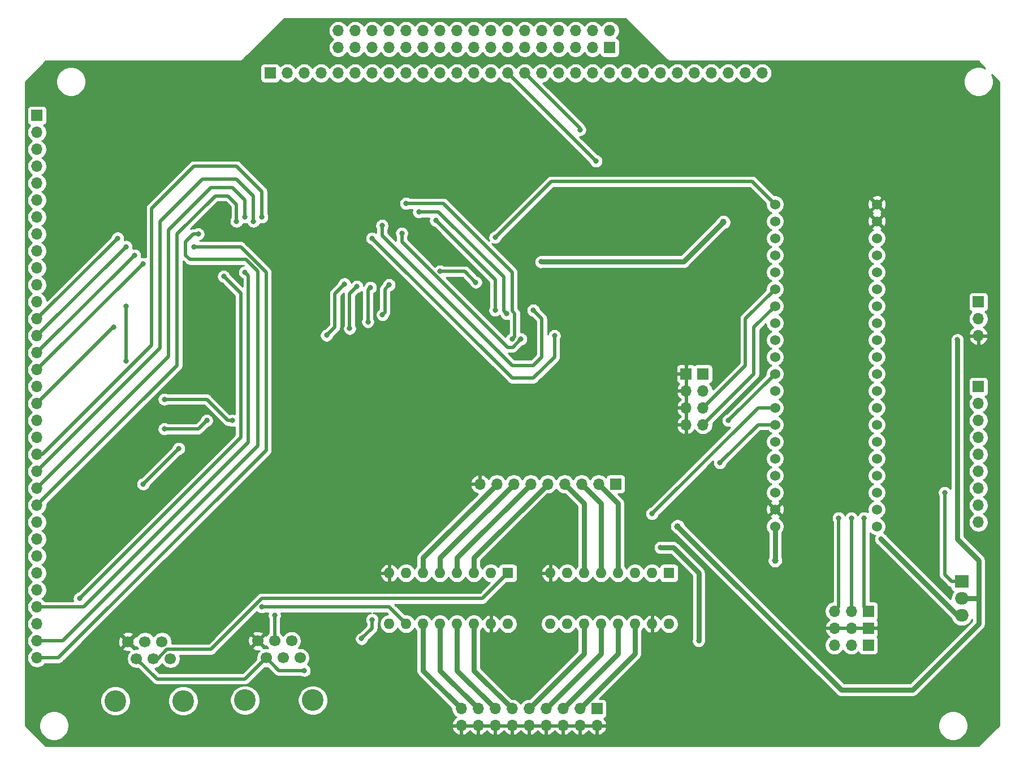
<source format=gbr>
%TF.GenerationSoftware,KiCad,Pcbnew,(5.1.10)-1*%
%TF.CreationDate,2021-06-21T01:13:09-04:00*%
%TF.ProjectId,backside,6261636b-7369-4646-952e-6b696361645f,rev?*%
%TF.SameCoordinates,Original*%
%TF.FileFunction,Copper,L2,Bot*%
%TF.FilePolarity,Positive*%
%FSLAX46Y46*%
G04 Gerber Fmt 4.6, Leading zero omitted, Abs format (unit mm)*
G04 Created by KiCad (PCBNEW (5.1.10)-1) date 2021-06-21 01:13:09*
%MOMM*%
%LPD*%
G01*
G04 APERTURE LIST*
%TA.AperFunction,ComponentPad*%
%ADD10O,1.600000X1.600000*%
%TD*%
%TA.AperFunction,ComponentPad*%
%ADD11R,1.600000X1.600000*%
%TD*%
%TA.AperFunction,ComponentPad*%
%ADD12C,1.524000*%
%TD*%
%TA.AperFunction,ComponentPad*%
%ADD13C,3.250000*%
%TD*%
%TA.AperFunction,ComponentPad*%
%ADD14C,1.700000*%
%TD*%
%TA.AperFunction,ComponentPad*%
%ADD15O,1.700000X1.700000*%
%TD*%
%TA.AperFunction,ComponentPad*%
%ADD16R,1.700000X1.700000*%
%TD*%
%TA.AperFunction,ComponentPad*%
%ADD17O,2.000000X1.905000*%
%TD*%
%TA.AperFunction,ComponentPad*%
%ADD18R,2.000000X1.905000*%
%TD*%
%TA.AperFunction,ViaPad*%
%ADD19C,0.800000*%
%TD*%
%TA.AperFunction,ViaPad*%
%ADD20C,1.000000*%
%TD*%
%TA.AperFunction,Conductor*%
%ADD21C,0.762000*%
%TD*%
%TA.AperFunction,Conductor*%
%ADD22C,0.508000*%
%TD*%
%TA.AperFunction,Conductor*%
%ADD23C,0.254000*%
%TD*%
%TA.AperFunction,Conductor*%
%ADD24C,0.100000*%
%TD*%
G04 APERTURE END LIST*
D10*
%TO.P,U5,16*%
%TO.N,/3.3V*%
X78740000Y-133350000D03*
%TO.P,U5,8*%
%TO.N,/GND*%
X60960000Y-125730000D03*
%TO.P,U5,15*%
X76200000Y-133350000D03*
%TO.P,U5,7*%
%TO.N,Net-(U5-Pad7)*%
X63500000Y-125730000D03*
%TO.P,U5,14*%
%TO.N,/DIN2*%
X73660000Y-133350000D03*
%TO.P,U5,6*%
%TO.N,/SW22*%
X66040000Y-125730000D03*
%TO.P,U5,13*%
%TO.N,/DIN3*%
X71120000Y-133350000D03*
%TO.P,U5,5*%
%TO.N,/SW23*%
X68580000Y-125730000D03*
%TO.P,U5,12*%
%TO.N,/DIN4*%
X68580000Y-133350000D03*
%TO.P,U5,4*%
%TO.N,/SW24*%
X71120000Y-125730000D03*
%TO.P,U5,11*%
%TO.N,/DIN5*%
X66040000Y-133350000D03*
%TO.P,U5,3*%
%TO.N,/DIN1*%
X73660000Y-125730000D03*
%TO.P,U5,10*%
%TO.N,Net-(U4-Pad9)*%
X63500000Y-133350000D03*
%TO.P,U5,2*%
%TO.N,/SRCLK*%
X76200000Y-125730000D03*
%TO.P,U5,9*%
%TO.N,/SRMISO*%
X60960000Y-133350000D03*
D11*
%TO.P,U5,1*%
%TO.N,/SRCS*%
X78740000Y-125730000D03*
%TD*%
D12*
%TO.P,U3,18*%
%TO.N,/COL1*%
X109855000Y-88265000D03*
%TO.P,U3,17*%
%TO.N,/ROW0*%
X109855000Y-90805000D03*
%TO.P,U3,16*%
%TO.N,/ROW1*%
X109855000Y-93345000D03*
%TO.P,U3,15*%
%TO.N,/ROW2*%
X109855000Y-95885000D03*
%TO.P,U3,14*%
%TO.N,/ROW3*%
X109855000Y-98425000D03*
%TO.P,U3,13*%
%TO.N,/Analog3*%
X109855000Y-100965000D03*
%TO.P,U3,12*%
%TO.N,/Analog2*%
X109855000Y-103505000D03*
%TO.P,U3,11*%
%TO.N,/Analog1*%
X109855000Y-106045000D03*
%TO.P,U3,10*%
%TO.N,Net-(R36-Pad2)*%
X109855000Y-108585000D03*
%TO.P,U3,4*%
%TO.N,Net-(U3-Pad4)*%
X109855000Y-111125000D03*
%TO.P,U3,3*%
%TO.N,Net-(U3-Pad3)*%
X109855000Y-113665000D03*
%TO.P,U3,2*%
%TO.N,Net-(U3-Pad2)*%
X109855000Y-116205000D03*
%TO.P,U3,1*%
%TO.N,Net-(U3-Pad1)*%
X109855000Y-118745000D03*
%TO.P,U3,19*%
%TO.N,/COL2*%
X109855000Y-85725000D03*
%TO.P,U3,21*%
%TO.N,/COL3*%
X109855000Y-83185000D03*
%TO.P,U3,22*%
%TO.N,/COL4*%
X109855000Y-80645000D03*
%TO.P,U3,7*%
%TO.N,Net-(U3-Pad7)*%
X109855000Y-78105000D03*
%TO.P,U3,47*%
%TO.N,/3.3V*%
X109855000Y-75565000D03*
%TO.P,U3,48*%
%TO.N,/GND*%
X109855000Y-73025000D03*
%TO.P,U3,49*%
X109855000Y-70485000D03*
%TO.P,U3,52*%
%TO.N,/3.3V*%
X94615000Y-118745000D03*
%TO.P,U3,51*%
%TO.N,/GND*%
X94615000Y-116205000D03*
%TO.P,U3,50*%
%TO.N,/5V*%
X94615000Y-113665000D03*
%TO.P,U3,46*%
%TO.N,/ROW4*%
X94615000Y-111125000D03*
%TO.P,U3,45*%
%TO.N,/DigInt1*%
X94615000Y-108585000D03*
%TO.P,U3,43*%
%TO.N,/DigInt2*%
X94615000Y-106045000D03*
%TO.P,U3,42*%
%TO.N,/SRMISO2*%
X94615000Y-103505000D03*
%TO.P,U3,41*%
%TO.N,/SRCS2*%
X94615000Y-100965000D03*
%TO.P,U3,40*%
%TO.N,/SRMISO*%
X94615000Y-98425000D03*
%TO.P,U3,39*%
%TO.N,/SRCLK*%
X94615000Y-95885000D03*
%TO.P,U3,38*%
%TO.N,/SRCS*%
X94615000Y-93345000D03*
%TO.P,U3,33*%
%TO.N,Net-(U3-Pad33)*%
X94615000Y-90805000D03*
%TO.P,U3,32*%
%TO.N,Net-(U3-Pad32)*%
X94615000Y-88265000D03*
%TO.P,U3,31*%
%TO.N,/DigInt4*%
X94615000Y-85725000D03*
%TO.P,U3,30*%
%TO.N,/DigInt3*%
X94615000Y-83185000D03*
%TO.P,U3,29*%
%TO.N,/DATA*%
X94615000Y-80645000D03*
%TO.P,U3,28*%
%TO.N,/WR*%
X94615000Y-78105000D03*
%TO.P,U3,27*%
%TO.N,/RD*%
X94615000Y-75565000D03*
%TO.P,U3,26*%
%TO.N,/CS2*%
X94615000Y-73025000D03*
%TO.P,U3,25*%
%TO.N,/CS1*%
X94615000Y-70485000D03*
%TD*%
D10*
%TO.P,U4,16*%
%TO.N,/3.3V*%
X54610000Y-133350000D03*
%TO.P,U4,8*%
%TO.N,/GND*%
X36830000Y-125730000D03*
%TO.P,U4,15*%
X52070000Y-133350000D03*
%TO.P,U4,7*%
%TO.N,Net-(U4-Pad7)*%
X39370000Y-125730000D03*
%TO.P,U4,14*%
%TO.N,/DIN6*%
X49530000Y-133350000D03*
%TO.P,U4,6*%
%TO.N,/SW18*%
X41910000Y-125730000D03*
%TO.P,U4,13*%
%TO.N,/DIN7*%
X46990000Y-133350000D03*
%TO.P,U4,5*%
%TO.N,/SW19*%
X44450000Y-125730000D03*
%TO.P,U4,12*%
%TO.N,/DIN8*%
X44450000Y-133350000D03*
%TO.P,U4,4*%
%TO.N,/SW20*%
X46990000Y-125730000D03*
%TO.P,U4,11*%
%TO.N,/DIN9*%
X41910000Y-133350000D03*
%TO.P,U4,3*%
%TO.N,/SW21*%
X49530000Y-125730000D03*
%TO.P,U4,10*%
%TO.N,/DSIN*%
X39370000Y-133350000D03*
%TO.P,U4,2*%
%TO.N,/SRCLK*%
X52070000Y-125730000D03*
%TO.P,U4,9*%
%TO.N,Net-(U4-Pad9)*%
X36830000Y-133350000D03*
D11*
%TO.P,U4,1*%
%TO.N,/SRCS*%
X54610000Y-125730000D03*
%TD*%
D13*
%TO.P,J20,*%
%TO.N,*%
X25405000Y-144780000D03*
X15245000Y-144780000D03*
D14*
%TO.P,J20,6*%
%TO.N,/3.3V*%
X23495000Y-138430000D03*
%TO.P,J20,5*%
%TO.N,/LEDPWM*%
X22225000Y-135890000D03*
%TO.P,J20,4*%
%TO.N,/SRCS2*%
X20955000Y-138430000D03*
%TO.P,J20,3*%
%TO.N,/SRMISO2*%
X19685000Y-135890000D03*
%TO.P,J20,2*%
%TO.N,/SRCLK*%
X18415000Y-138430000D03*
%TO.P,J20,1*%
%TO.N,/GND*%
X17145000Y-135890000D03*
%TD*%
D13*
%TO.P,J19,*%
%TO.N,*%
X5999999Y-144890000D03*
X-4160001Y-144890000D03*
D14*
%TO.P,J19,6*%
%TO.N,/3.3V*%
X4089999Y-138540000D03*
%TO.P,J19,5*%
%TO.N,/LEDPWM*%
X2819999Y-136000000D03*
%TO.P,J19,4*%
%TO.N,/SRCS*%
X1549999Y-138540000D03*
%TO.P,J19,3*%
%TO.N,/DSIN*%
X279999Y-136000000D03*
%TO.P,J19,2*%
%TO.N,/SRCLK*%
X-990001Y-138540000D03*
%TO.P,J19,1*%
%TO.N,/GND*%
X-2260001Y-136000000D03*
%TD*%
D15*
%TO.P,J17,4*%
%TO.N,/GND*%
X81280000Y-103505000D03*
%TO.P,J17,3*%
X81280000Y-100965000D03*
%TO.P,J17,2*%
X81280000Y-98425000D03*
D16*
%TO.P,J17,1*%
X81280000Y-95885000D03*
%TD*%
D15*
%TO.P,J16,3*%
%TO.N,/3.3V*%
X103505000Y-136525000D03*
%TO.P,J16,2*%
X106045000Y-136525000D03*
D16*
%TO.P,J16,1*%
X108585000Y-136525000D03*
%TD*%
D15*
%TO.P,J15,3*%
%TO.N,/GND*%
X103505000Y-133985000D03*
%TO.P,J15,2*%
X106045000Y-133985000D03*
D16*
%TO.P,J15,1*%
X108585000Y-133985000D03*
%TD*%
D15*
%TO.P,J14,3*%
%TO.N,/Analog3*%
X103505000Y-131445000D03*
%TO.P,J14,2*%
%TO.N,/Analog2*%
X106045000Y-131445000D03*
D16*
%TO.P,J14,1*%
%TO.N,/Analog1*%
X108585000Y-131445000D03*
%TD*%
D15*
%TO.P,J8,4*%
%TO.N,/DigInt4*%
X83820000Y-103505000D03*
%TO.P,J8,3*%
%TO.N,/DigInt3*%
X83820000Y-100965000D03*
%TO.P,J8,2*%
%TO.N,/DigInt2*%
X83820000Y-98425000D03*
D16*
%TO.P,J8,1*%
%TO.N,/DigInt1*%
X83820000Y-95885000D03*
%TD*%
D15*
%TO.P,J4,18*%
%TO.N,/GND*%
X47625000Y-148590000D03*
%TO.P,J4,17*%
%TO.N,/DIN9*%
X47625000Y-146050000D03*
%TO.P,J4,16*%
%TO.N,/GND*%
X50165000Y-148590000D03*
%TO.P,J4,15*%
%TO.N,/DIN8*%
X50165000Y-146050000D03*
%TO.P,J4,14*%
%TO.N,/GND*%
X52705000Y-148590000D03*
%TO.P,J4,13*%
%TO.N,/DIN7*%
X52705000Y-146050000D03*
%TO.P,J4,12*%
%TO.N,/GND*%
X55245000Y-148590000D03*
%TO.P,J4,11*%
%TO.N,/DIN6*%
X55245000Y-146050000D03*
%TO.P,J4,10*%
%TO.N,/GND*%
X57785000Y-148590000D03*
%TO.P,J4,9*%
%TO.N,/DIN5*%
X57785000Y-146050000D03*
%TO.P,J4,8*%
%TO.N,/GND*%
X60325000Y-148590000D03*
%TO.P,J4,7*%
%TO.N,/DIN4*%
X60325000Y-146050000D03*
%TO.P,J4,6*%
%TO.N,/GND*%
X62865000Y-148590000D03*
%TO.P,J4,5*%
%TO.N,/DIN3*%
X62865000Y-146050000D03*
%TO.P,J4,4*%
%TO.N,/GND*%
X65405000Y-148590000D03*
%TO.P,J4,3*%
%TO.N,/DIN2*%
X65405000Y-146050000D03*
%TO.P,J4,2*%
%TO.N,/GND*%
X67945000Y-148590000D03*
D16*
%TO.P,J4,1*%
%TO.N,/DIN1*%
X67945000Y-146050000D03*
%TD*%
D17*
%TO.P,Q1,3*%
%TO.N,/5V*%
X122555000Y-132080000D03*
%TO.P,Q1,2*%
%TO.N,/LEDPWM*%
X122555000Y-129540000D03*
D18*
%TO.P,Q1,1*%
%TO.N,Net-(Q1-Pad1)*%
X122555000Y-127000000D03*
%TD*%
D15*
%TO.P,J18,34*%
%TO.N,/COM14-1*%
X29210000Y-44450000D03*
%TO.P,J18,33*%
%TO.N,/COM13-1*%
X29210000Y-46990000D03*
%TO.P,J18,32*%
%TO.N,/DP1*%
X31750000Y-44450000D03*
%TO.P,J18,31*%
X31750000Y-46990000D03*
%TO.P,J18,30*%
%TO.N,/Q1*%
X34290000Y-44450000D03*
%TO.P,J18,29*%
X34290000Y-46990000D03*
%TO.P,J18,28*%
%TO.N,/P1*%
X36830000Y-44450000D03*
%TO.P,J18,27*%
X36830000Y-46990000D03*
%TO.P,J18,26*%
%TO.N,/N1*%
X39370000Y-44450000D03*
%TO.P,J18,25*%
X39370000Y-46990000D03*
%TO.P,J18,24*%
%TO.N,/M1*%
X41910000Y-44450000D03*
%TO.P,J18,23*%
X41910000Y-46990000D03*
%TO.P,J18,22*%
%TO.N,/L1*%
X44450000Y-44450000D03*
%TO.P,J18,21*%
X44450000Y-46990000D03*
%TO.P,J18,20*%
%TO.N,/K1*%
X46990000Y-44450000D03*
%TO.P,J18,19*%
X46990000Y-46990000D03*
%TO.P,J18,18*%
%TO.N,/J1*%
X49530000Y-44450000D03*
%TO.P,J18,17*%
X49530000Y-46990000D03*
%TO.P,J18,16*%
%TO.N,/H1*%
X52070000Y-44450000D03*
%TO.P,J18,15*%
X52070000Y-46990000D03*
%TO.P,J18,14*%
%TO.N,/E1*%
X54610000Y-44450000D03*
%TO.P,J18,13*%
X54610000Y-46990000D03*
%TO.P,J18,12*%
%TO.N,/F1*%
X57150000Y-44450000D03*
%TO.P,J18,11*%
X57150000Y-46990000D03*
%TO.P,J18,10*%
%TO.N,/G1*%
X59690000Y-44450000D03*
%TO.P,J18,9*%
X59690000Y-46990000D03*
%TO.P,J18,8*%
%TO.N,/D1*%
X62230000Y-44450000D03*
%TO.P,J18,7*%
X62230000Y-46990000D03*
%TO.P,J18,6*%
%TO.N,/C1*%
X64770000Y-44450000D03*
%TO.P,J18,5*%
X64770000Y-46990000D03*
%TO.P,J18,4*%
%TO.N,/B1*%
X67310000Y-44450000D03*
%TO.P,J18,3*%
X67310000Y-46990000D03*
%TO.P,J18,2*%
%TO.N,/A1*%
X69850000Y-44450000D03*
D16*
%TO.P,J18,1*%
X69850000Y-46990000D03*
%TD*%
D15*
%TO.P,J9,30*%
%TO.N,/COM0-1*%
X92685000Y-50800000D03*
%TO.P,J9,29*%
%TO.N,/COM1-1*%
X90145000Y-50800000D03*
%TO.P,J9,28*%
%TO.N,/COM2-1*%
X87605000Y-50800000D03*
%TO.P,J9,27*%
%TO.N,/COM3-1*%
X85065000Y-50800000D03*
%TO.P,J9,26*%
%TO.N,/COM4-1*%
X82525000Y-50800000D03*
%TO.P,J9,25*%
%TO.N,/COM5-1*%
X79985000Y-50800000D03*
%TO.P,J9,24*%
%TO.N,/COM6-1*%
X77445000Y-50800000D03*
%TO.P,J9,23*%
%TO.N,/COM7-1*%
X74905000Y-50800000D03*
%TO.P,J9,22*%
%TO.N,/COM8-1*%
X72365000Y-50800000D03*
%TO.P,J9,21*%
%TO.N,/A1*%
X69825000Y-50800000D03*
%TO.P,J9,20*%
%TO.N,/B1*%
X67285000Y-50800000D03*
%TO.P,J9,19*%
%TO.N,/C1*%
X64745000Y-50800000D03*
%TO.P,J9,18*%
%TO.N,/D1*%
X62205000Y-50800000D03*
%TO.P,J9,17*%
%TO.N,/G1*%
X59665000Y-50800000D03*
%TO.P,J9,16*%
%TO.N,/F1*%
X57125000Y-50800000D03*
%TO.P,J9,15*%
%TO.N,/E1*%
X54585000Y-50800000D03*
%TO.P,J9,14*%
%TO.N,/H1*%
X52045000Y-50800000D03*
%TO.P,J9,13*%
%TO.N,/J1*%
X49505000Y-50800000D03*
%TO.P,J9,12*%
%TO.N,/K1*%
X46965000Y-50800000D03*
%TO.P,J9,11*%
%TO.N,/L1*%
X44425000Y-50800000D03*
%TO.P,J9,10*%
%TO.N,/M1*%
X41885000Y-50800000D03*
%TO.P,J9,9*%
%TO.N,/N1*%
X39345000Y-50800000D03*
%TO.P,J9,8*%
%TO.N,/P1*%
X36805000Y-50800000D03*
%TO.P,J9,7*%
%TO.N,/Q1*%
X34265000Y-50800000D03*
%TO.P,J9,6*%
%TO.N,/DP1*%
X31725000Y-50800000D03*
%TO.P,J9,5*%
%TO.N,/DOT1*%
X29185000Y-50800000D03*
%TO.P,J9,4*%
%TO.N,/COM9-1*%
X26645000Y-50800000D03*
%TO.P,J9,3*%
%TO.N,/COM10-1*%
X24105000Y-50800000D03*
%TO.P,J9,2*%
%TO.N,/COM11-1*%
X21565000Y-50800000D03*
D16*
%TO.P,J9,1*%
%TO.N,/COM12-1*%
X19025000Y-50800000D03*
%TD*%
D15*
%TO.P,J7,33*%
%TO.N,/COM15-2*%
X-15900000Y-138430000D03*
%TO.P,J7,32*%
%TO.N,/COM14-2*%
X-15900000Y-135890000D03*
%TO.P,J7,31*%
%TO.N,/COM13-2*%
X-15900000Y-133350000D03*
%TO.P,J7,30*%
%TO.N,/COM12-2*%
X-15900000Y-130810000D03*
%TO.P,J7,29*%
%TO.N,/A2*%
X-15900000Y-128270000D03*
%TO.P,J7,28*%
%TO.N,/B2*%
X-15900000Y-125730000D03*
%TO.P,J7,27*%
%TO.N,/C2*%
X-15900000Y-123190000D03*
%TO.P,J7,26*%
%TO.N,/D2*%
X-15900000Y-120650000D03*
%TO.P,J7,25*%
%TO.N,/L2*%
X-15900000Y-118110000D03*
%TO.P,J7,24*%
%TO.N,/COM11-2*%
X-15900000Y-115570000D03*
%TO.P,J7,23*%
%TO.N,/COM10-2*%
X-15900000Y-113030000D03*
%TO.P,J7,22*%
%TO.N,/COM9-2*%
X-15900000Y-110490000D03*
%TO.P,J7,21*%
%TO.N,/COM8-2*%
X-15900000Y-107950000D03*
%TO.P,J7,20*%
%TO.N,/E2*%
X-15900000Y-105410000D03*
%TO.P,J7,19*%
%TO.N,/G2*%
X-15900000Y-102870000D03*
%TO.P,J7,18*%
%TO.N,/Q2*%
X-15900000Y-100330000D03*
%TO.P,J7,17*%
%TO.N,/J2*%
X-15900000Y-97790000D03*
%TO.P,J7,16*%
%TO.N,/COM7-2*%
X-15900000Y-95250000D03*
%TO.P,J7,15*%
%TO.N,/COM6-2*%
X-15900000Y-92710000D03*
%TO.P,J7,14*%
%TO.N,/COM5-2*%
X-15900000Y-90170000D03*
%TO.P,J7,13*%
%TO.N,/COM4-2*%
X-15900000Y-87630000D03*
%TO.P,J7,12*%
%TO.N,/K2*%
X-15900000Y-85090000D03*
%TO.P,J7,11*%
%TO.N,/F2*%
X-15900000Y-82550000D03*
%TO.P,J7,10*%
%TO.N,/M2*%
X-15900000Y-80010000D03*
%TO.P,J7,9*%
%TO.N,/N2*%
X-15900000Y-77470000D03*
%TO.P,J7,8*%
%TO.N,/P2*%
X-15900000Y-74930000D03*
%TO.P,J7,7*%
%TO.N,/H2*%
X-15900000Y-72390000D03*
%TO.P,J7,6*%
%TO.N,/DP2*%
X-15900000Y-69850000D03*
%TO.P,J7,5*%
%TO.N,/DOT2*%
X-15900000Y-67310000D03*
%TO.P,J7,4*%
%TO.N,/COM3-2*%
X-15900000Y-64770000D03*
%TO.P,J7,3*%
%TO.N,/COM2-2*%
X-15900000Y-62230000D03*
%TO.P,J7,2*%
%TO.N,/COM1-2*%
X-15900000Y-59690000D03*
D16*
%TO.P,J7,1*%
%TO.N,/COM0-2*%
X-15900000Y-57150000D03*
%TD*%
D15*
%TO.P,J5,9*%
%TO.N,/ROW4*%
X125070000Y-118110000D03*
%TO.P,J5,8*%
%TO.N,/ROW3*%
X125070000Y-115570000D03*
%TO.P,J5,7*%
%TO.N,/ROW2*%
X125070000Y-113030000D03*
%TO.P,J5,6*%
%TO.N,/ROW1*%
X125070000Y-110490000D03*
%TO.P,J5,5*%
%TO.N,/ROW0*%
X125070000Y-107950000D03*
%TO.P,J5,4*%
%TO.N,/COL1*%
X125070000Y-105410000D03*
%TO.P,J5,3*%
%TO.N,/COL2*%
X125070000Y-102870000D03*
%TO.P,J5,2*%
%TO.N,/COL3*%
X125070000Y-100330000D03*
D16*
%TO.P,J5,1*%
%TO.N,/COL4*%
X125070000Y-97790000D03*
%TD*%
D15*
%TO.P,J3,3*%
%TO.N,/GND*%
X125070000Y-90170000D03*
%TO.P,J3,2*%
%TO.N,/LEDPWM*%
X125070000Y-87630000D03*
D16*
%TO.P,J3,1*%
%TO.N,/3.3V*%
X125070000Y-85090000D03*
%TD*%
D15*
%TO.P,J1,9*%
%TO.N,/GND*%
X50419000Y-112395000D03*
%TO.P,J1,8*%
%TO.N,/SW18*%
X52959000Y-112395000D03*
%TO.P,J1,7*%
%TO.N,/SW19*%
X55499000Y-112395000D03*
%TO.P,J1,6*%
%TO.N,/SW20*%
X58039000Y-112395000D03*
%TO.P,J1,5*%
%TO.N,/SW21*%
X60579000Y-112395000D03*
%TO.P,J1,4*%
%TO.N,/SW22*%
X63119000Y-112395000D03*
%TO.P,J1,3*%
%TO.N,/SW23*%
X65659000Y-112395000D03*
%TO.P,J1,2*%
%TO.N,/SW24*%
X68199000Y-112395000D03*
D16*
%TO.P,J1,1*%
%TO.N,/LEDPWM*%
X70739000Y-112395000D03*
%TD*%
D19*
%TO.N,/GND*%
X111125000Y-127000000D03*
X100965000Y-127000000D03*
D20*
X19812000Y-86360000D03*
X13208000Y-86360000D03*
X12875000Y-74650000D03*
X25750000Y-91090000D03*
X43815004Y-74803000D03*
X10160000Y-118110000D03*
X3810000Y-113030000D03*
X57465990Y-92709991D03*
D19*
X118110000Y-83185000D03*
X-635000Y-106045000D03*
X-8890000Y-114300000D03*
X65405000Y-85725000D03*
X70485000Y-64770000D03*
X70485000Y-69215000D03*
X70485000Y-69215000D03*
X117475000Y-123825000D03*
X81280000Y-130175000D03*
X85725000Y-128270000D03*
X88900000Y-123190000D03*
X24130000Y-124460000D03*
X7620000Y-135890000D03*
X12700000Y-139700000D03*
X75565000Y-136525000D03*
X51435000Y-136525000D03*
X57150000Y-142875000D03*
X73025000Y-142875000D03*
X40005000Y-142875000D03*
X53975000Y-128905000D03*
X30480000Y-128270000D03*
X29845000Y-132080000D03*
%TO.N,/3.3V*%
X44449994Y-80518000D03*
X59593400Y-79090600D03*
D20*
X86868000Y-73152000D03*
D19*
X49800000Y-82153000D03*
D20*
X94615000Y-123824994D03*
D19*
%TO.N,/LEDPWM*%
X121919988Y-90780018D03*
D20*
X80010000Y-118745000D03*
D19*
%TO.N,/H2*%
X13335000Y-102870000D03*
X-2540000Y-85725000D03*
X-2540000Y-93980000D03*
X3175000Y-99695000D03*
%TO.N,/K2*%
X9525000Y-102870000D03*
X3175000Y-104140000D03*
%TO.N,/L2*%
X5330000Y-107065000D03*
X0Y-112395000D03*
%TO.N,/Q2*%
X-4445014Y-88900000D03*
%TO.N,/COM15-2*%
X7620000Y-76835000D03*
%TO.N,/COM14-2*%
X8255000Y-74930000D03*
%TO.N,/COM13-2*%
X12065000Y-81280001D03*
X-9525000Y-129540000D03*
%TO.N,/COM12-2*%
X15239984Y-80644988D03*
%TO.N,/COM11-2*%
X13970000Y-73025000D03*
%TO.N,/COM10-2*%
X15240000Y-72390000D03*
%TO.N,/COM9-2*%
X16510000Y-73025000D03*
%TO.N,/COM8-2*%
X17780000Y-72390000D03*
%TO.N,/COM7-2*%
X-25000Y-79375000D03*
%TO.N,/COM6-2*%
X-1295000Y-78105000D03*
%TO.N,/COM5-2*%
X-2552500Y-76822500D03*
%TO.N,/COM4-2*%
X-3822500Y-75552500D03*
%TO.N,/COM9-1*%
X43815000Y-72898010D03*
X52705000Y-86360008D03*
%TO.N,/COM10-1*%
X41275010Y-71628000D03*
X54417138Y-86858961D03*
%TO.N,/COM11-1*%
X55245000Y-90678000D03*
X39369992Y-70358000D03*
%TO.N,/COM12-1*%
X56567605Y-90659875D03*
X38735000Y-74803000D03*
%TO.N,/COM13-1*%
X58420000Y-86360000D03*
X35779010Y-73660000D03*
%TO.N,/COM14-1*%
X61595000Y-90170000D03*
X34290006Y-75565000D03*
%TO.N,/F1*%
X65405000Y-59309002D03*
%TO.N,/E1*%
X67818000Y-64008000D03*
%TO.N,/CS1*%
X52705000Y-75438000D03*
%TO.N,/RD*%
X35840855Y-87020172D03*
X36830008Y-82550000D03*
%TO.N,/WR*%
X33655000Y-88090000D03*
X34036000Y-82931000D03*
%TO.N,/DATA*%
X30925000Y-89090000D03*
X32003996Y-82804000D03*
%TO.N,/OSC*%
X30139587Y-82404648D03*
X27478996Y-90090000D03*
%TO.N,/DIN1*%
X77470000Y-121920000D03*
X83185000Y-135890000D03*
%TO.N,/SRCLK*%
X87630000Y-102870000D03*
X34290000Y-132715000D03*
X32702500Y-135572500D03*
X24130000Y-140335000D03*
%TO.N,/Analog3*%
X104140000Y-117475000D03*
%TO.N,/Analog2*%
X106045000Y-117475000D03*
%TO.N,/Analog1*%
X107950000Y-117475000D03*
%TO.N,/5V*%
X110490000Y-120650000D03*
%TO.N,Net-(Q1-Pad1)*%
X120015000Y-113665000D03*
%TO.N,/SRCS2*%
X76200000Y-116840000D03*
%TO.N,/DSIN*%
X17780000Y-130810000D03*
%TO.N,/SRMISO2*%
X86360000Y-109220000D03*
X19685000Y-132079990D03*
%TD*%
D21*
%TO.N,/3.3V*%
X59593400Y-79090600D02*
X80929400Y-79090600D01*
X80929400Y-79090600D02*
X86868000Y-73152000D01*
X86868000Y-73152000D02*
X86868000Y-73152000D01*
D22*
X49800000Y-82153000D02*
X48165000Y-80518000D01*
X48165000Y-80518000D02*
X44449994Y-80518000D01*
D21*
X94615000Y-118745000D02*
X94615000Y-123824994D01*
%TO.N,/SW18*%
X41910000Y-123444000D02*
X52959000Y-112395000D01*
X41910000Y-125730000D02*
X41910000Y-123444000D01*
%TO.N,/SW19*%
X44450000Y-123444000D02*
X55499000Y-112395000D01*
X44450000Y-125730000D02*
X44450000Y-123444000D01*
%TO.N,/SW20*%
X46990000Y-123444000D02*
X58039000Y-112395000D01*
X46990000Y-125730000D02*
X46990000Y-123444000D01*
%TO.N,/SW21*%
X49530000Y-123444000D02*
X60579000Y-112395000D01*
X49530000Y-125730000D02*
X49530000Y-123444000D01*
%TO.N,/SW22*%
X66040000Y-115316000D02*
X63119000Y-112395000D01*
X66040000Y-125730000D02*
X66040000Y-115316000D01*
%TO.N,/SW23*%
X68580000Y-115316000D02*
X65659000Y-112395000D01*
X68580000Y-125730000D02*
X68580000Y-115316000D01*
%TO.N,/SW24*%
X71120000Y-115316000D02*
X68199000Y-112395000D01*
X71120000Y-125730000D02*
X71120000Y-115316000D01*
%TO.N,/LEDPWM*%
X122555000Y-129540000D02*
X125095000Y-129540000D01*
X125095000Y-123825000D02*
X121919988Y-120649988D01*
X125095000Y-129540000D02*
X125095000Y-123825000D01*
X121919988Y-120649988D02*
X121919988Y-90780018D01*
X104521000Y-143256000D02*
X80010000Y-118745000D01*
X115189000Y-143256000D02*
X104521000Y-143256000D01*
X125095000Y-133350000D02*
X115189000Y-143256000D01*
X125095000Y-129540000D02*
X125095000Y-133350000D01*
D22*
%TO.N,/H2*%
X-2540000Y-93980000D02*
X-2540000Y-93980000D01*
X3175000Y-99695000D02*
X3175000Y-99695000D01*
X9525000Y-99695000D02*
X3175000Y-99695000D01*
X12700000Y-102870000D02*
X9525000Y-99695000D01*
X13335000Y-102870000D02*
X12700000Y-102870000D01*
X-2540000Y-93980000D02*
X-2540000Y-85725000D01*
%TO.N,/K2*%
X9525000Y-102870000D02*
X8255000Y-104140000D01*
X8255000Y-104140000D02*
X5715000Y-104140000D01*
X5715000Y-104140000D02*
X3175000Y-104140000D01*
X3175000Y-104140000D02*
X3175000Y-104140000D01*
%TO.N,/L2*%
X0Y-112395000D02*
X5330000Y-107065000D01*
%TO.N,/Q2*%
X-15900000Y-100330000D02*
X-4470000Y-88900000D01*
X-4470000Y-88900000D02*
X-4445014Y-88900000D01*
%TO.N,/COM15-2*%
X14605000Y-76835000D02*
X7620000Y-76835000D01*
X18415000Y-80645000D02*
X14605000Y-76835000D01*
X18415000Y-107315000D02*
X18415000Y-80645000D01*
X-12700000Y-138430000D02*
X18415000Y-107315000D01*
X-15900000Y-138430000D02*
X-12700000Y-138430000D01*
%TO.N,/COM14-2*%
X6985000Y-78740000D02*
X15381934Y-78740000D01*
X17145000Y-106680000D02*
X-12065000Y-135890000D01*
X6350000Y-76127894D02*
X6350000Y-78105000D01*
X-12065000Y-135890000D02*
X-15900000Y-135890000D01*
X17145000Y-80503066D02*
X17145000Y-106680000D01*
X7547894Y-74930000D02*
X6350000Y-76127894D01*
X6350000Y-78105000D02*
X6985000Y-78740000D01*
X8255000Y-74930000D02*
X7547894Y-74930000D01*
X15381934Y-78740000D02*
X17145000Y-80503066D01*
%TO.N,/COM13-2*%
X12065000Y-81280001D02*
X14605000Y-83820001D01*
X14605000Y-83820001D02*
X14605000Y-105410000D01*
X14605000Y-105410000D02*
X-9525000Y-129540000D01*
%TO.N,/COM12-2*%
X15739983Y-81144987D02*
X15239984Y-80644988D01*
X-8890000Y-130810000D02*
X15739983Y-106180017D01*
X-15900000Y-130810000D02*
X-8890000Y-130810000D01*
X15739983Y-106180017D02*
X15739983Y-81144987D01*
%TO.N,/COM11-2*%
X13970000Y-73025000D02*
X13970000Y-73025000D01*
X13970000Y-70485000D02*
X13970000Y-73025000D01*
X12700000Y-69215000D02*
X13970000Y-70485000D01*
X10795000Y-69215000D02*
X12700000Y-69215000D01*
X5080000Y-74930000D02*
X10795000Y-69215000D01*
X5080000Y-94615000D02*
X5080000Y-74930000D01*
X-15887500Y-115582500D02*
X5080000Y-94615000D01*
X-15900000Y-115570000D02*
X-15887500Y-115582500D01*
%TO.N,/COM10-2*%
X15240000Y-72390000D02*
X15240000Y-72390000D01*
X15240000Y-69850000D02*
X15240000Y-72390000D01*
X10160000Y-67945000D02*
X13335000Y-67945000D01*
X3810000Y-74295000D02*
X10160000Y-67945000D01*
X3810000Y-93320000D02*
X3810000Y-74295000D01*
X13335000Y-67945000D02*
X15240000Y-69850000D01*
X-15900000Y-113030000D02*
X3810000Y-93320000D01*
%TO.N,/COM9-2*%
X16510000Y-73025000D02*
X16510000Y-73025000D01*
X13970000Y-66675000D02*
X16510000Y-69215000D01*
X8890000Y-66675000D02*
X13970000Y-66675000D01*
X16510000Y-69215000D02*
X16510000Y-73025000D01*
X2540000Y-73025000D02*
X8890000Y-66675000D01*
X2540000Y-92050000D02*
X2540000Y-73025000D01*
X-15900000Y-110490000D02*
X2540000Y-92050000D01*
%TO.N,/COM8-2*%
X17780000Y-72390000D02*
X17780000Y-72390000D01*
X17780000Y-68580000D02*
X17780000Y-72390000D01*
X7620000Y-64770000D02*
X13970000Y-64770000D01*
X1270000Y-71120000D02*
X7620000Y-64770000D01*
X1270000Y-91581922D02*
X1270000Y-71120000D01*
X-15098078Y-107950000D02*
X1270000Y-91581922D01*
X13970000Y-64770000D02*
X17780000Y-68580000D01*
X-15900000Y-107950000D02*
X-15098078Y-107950000D01*
%TO.N,/COM7-2*%
X-25000Y-79375000D02*
X-25000Y-79375000D01*
X-15900000Y-95250000D02*
X-25000Y-79375000D01*
%TO.N,/COM6-2*%
X-1295000Y-78105000D02*
X-1295000Y-78105000D01*
X-15900000Y-92710000D02*
X-1295000Y-78105000D01*
%TO.N,/COM5-2*%
X-15900000Y-90170000D02*
X-2552500Y-76822500D01*
%TO.N,/COM4-2*%
X-15900000Y-87630000D02*
X-3822500Y-75552500D01*
%TO.N,/COM9-1*%
X43815000Y-72898010D02*
X52705000Y-81788010D01*
X52705000Y-81788010D02*
X52705000Y-86360008D01*
%TO.N,/COM10-1*%
X53975000Y-86416823D02*
X54417138Y-86858961D01*
X53975000Y-81378086D02*
X53975000Y-86416823D01*
X44224914Y-71628000D02*
X53975000Y-81378086D01*
X41275010Y-71628000D02*
X44224914Y-71628000D01*
%TO.N,/COM11-1*%
X55644999Y-86822898D02*
X55245000Y-86422899D01*
X55245000Y-80645000D02*
X44958000Y-70358000D01*
X55245000Y-90678000D02*
X55644999Y-90278001D01*
X55245000Y-86422899D02*
X55245000Y-80645000D01*
X55644999Y-90278001D02*
X55644999Y-86822898D01*
X44958000Y-70358000D02*
X39369992Y-70358000D01*
%TO.N,/COM12-1*%
X56515000Y-90678000D02*
X56515000Y-90678000D01*
X38735000Y-76066928D02*
X38735000Y-74803000D01*
X54565079Y-91897007D02*
X38735000Y-76066928D01*
X56567605Y-90659875D02*
X55330473Y-91897007D01*
X55330473Y-91897007D02*
X54565079Y-91897007D01*
%TO.N,/COM13-1*%
X58420000Y-86360000D02*
X58420000Y-86360000D01*
X35779010Y-75149010D02*
X35779010Y-73660000D01*
X58420000Y-94615000D02*
X55245000Y-94615000D01*
X59690000Y-93345000D02*
X58420000Y-94615000D01*
X59690000Y-87630000D02*
X59690000Y-93345000D01*
X55245000Y-94615000D02*
X35779010Y-75149010D01*
X58420000Y-86360000D02*
X59690000Y-87630000D01*
%TO.N,/COM14-1*%
X55245006Y-96520000D02*
X34290006Y-75565000D01*
X58420000Y-96520000D02*
X55245006Y-96520000D01*
X61595000Y-93345000D02*
X58420000Y-96520000D01*
X61595000Y-90170000D02*
X61595000Y-93345000D01*
%TO.N,/F1*%
X57125000Y-50800000D02*
X65405000Y-59080000D01*
X65405000Y-59080000D02*
X65405000Y-59309002D01*
%TO.N,/E1*%
X67793000Y-64008000D02*
X67818000Y-64008000D01*
X54585000Y-50800000D02*
X67793000Y-64008000D01*
%TO.N,/CS1*%
X91186000Y-67056000D02*
X94615000Y-70485000D01*
X61087000Y-67056000D02*
X91186000Y-67056000D01*
X52705000Y-75438000D02*
X61087000Y-67056000D01*
%TO.N,/RD*%
X36195000Y-83185008D02*
X36830008Y-82550000D01*
X36195000Y-86666027D02*
X36195000Y-83185008D01*
X35840855Y-87020172D02*
X36195000Y-86666027D01*
%TO.N,/WR*%
X33655000Y-88090000D02*
X33655000Y-83312000D01*
X33655000Y-83312000D02*
X34036000Y-82931000D01*
%TO.N,/DATA*%
X30925000Y-89090000D02*
X30925000Y-83882996D01*
X30925000Y-83882996D02*
X32003996Y-82804000D01*
%TO.N,/OSC*%
X28702000Y-88866996D02*
X27478996Y-90090000D01*
X28702000Y-83842235D02*
X28702000Y-88866996D01*
X30139587Y-82404648D02*
X28702000Y-83842235D01*
D21*
%TO.N,/DIN9*%
X41910000Y-140335000D02*
X47625000Y-146050000D01*
X41910000Y-133350000D02*
X41910000Y-140335000D01*
%TO.N,/DIN8*%
X44450000Y-140335000D02*
X50165000Y-146050000D01*
X44450000Y-133350000D02*
X44450000Y-140335000D01*
%TO.N,/DIN7*%
X46990000Y-140335000D02*
X52705000Y-146050000D01*
X46990000Y-133350000D02*
X46990000Y-140335000D01*
%TO.N,/DIN6*%
X49530000Y-140335000D02*
X55245000Y-146050000D01*
X49530000Y-133350000D02*
X49530000Y-140335000D01*
%TO.N,/DIN5*%
X66040000Y-137795000D02*
X57785000Y-146050000D01*
X66040000Y-133350000D02*
X66040000Y-137795000D01*
%TO.N,/DIN4*%
X68580000Y-137795000D02*
X60325000Y-146050000D01*
X68580000Y-133350000D02*
X68580000Y-137795000D01*
%TO.N,/DIN3*%
X71120000Y-137795000D02*
X62865000Y-146050000D01*
X71120000Y-133350000D02*
X71120000Y-137795000D01*
%TO.N,/DIN2*%
X73660000Y-137795000D02*
X65405000Y-146050000D01*
X73660000Y-133350000D02*
X73660000Y-137795000D01*
%TO.N,/DIN1*%
X83185000Y-125730000D02*
X83185000Y-135890000D01*
X79375000Y-121920000D02*
X83185000Y-125730000D01*
X77470000Y-121920000D02*
X79375000Y-121920000D01*
X83185000Y-135890000D02*
X83185000Y-135890000D01*
D22*
%TO.N,/SRCS*%
X2160077Y-138540000D02*
X1549999Y-138540000D01*
X3540077Y-137160000D02*
X2160077Y-138540000D01*
X10160000Y-137160000D02*
X3540077Y-137160000D01*
X17780000Y-129540000D02*
X10160000Y-137160000D01*
X50800000Y-129540000D02*
X17780000Y-129540000D01*
X54610000Y-125730000D02*
X50800000Y-129540000D01*
%TO.N,/SRCLK*%
X87630000Y-102870000D02*
X94615000Y-95885000D01*
X2074999Y-141605000D02*
X-990001Y-138540000D01*
X15240000Y-141605000D02*
X2074999Y-141605000D01*
X18415000Y-138430000D02*
X15240000Y-141605000D01*
X34290000Y-133985000D02*
X34290000Y-132715000D01*
X20320000Y-140335000D02*
X24130000Y-140335000D01*
X18415000Y-138430000D02*
X20320000Y-140335000D01*
X32702500Y-135572500D02*
X34290000Y-133985000D01*
%TO.N,/Analog3*%
X104140000Y-130810000D02*
X103505000Y-131445000D01*
X104140000Y-117475000D02*
X104140000Y-130810000D01*
%TO.N,/Analog2*%
X106045000Y-129286000D02*
X106045000Y-117475000D01*
X106045000Y-129286000D02*
X106045000Y-131445000D01*
%TO.N,/Analog1*%
X107950000Y-130810000D02*
X108585000Y-131445000D01*
X107950000Y-117475000D02*
X107950000Y-130810000D01*
D21*
%TO.N,/5V*%
X121920000Y-132080000D02*
X122555000Y-132080000D01*
X110490000Y-120650000D02*
X121920000Y-132080000D01*
D22*
%TO.N,Net-(Q1-Pad1)*%
X120015000Y-125968000D02*
X120015000Y-113665000D01*
X121047000Y-127000000D02*
X120015000Y-125968000D01*
X122555000Y-127000000D02*
X121047000Y-127000000D01*
%TO.N,/DigInt4*%
X91440000Y-88900000D02*
X94615000Y-85725000D01*
X91440000Y-95885000D02*
X91440000Y-88900000D01*
X83820000Y-103505000D02*
X91440000Y-95885000D01*
%TO.N,/DigInt3*%
X90170000Y-87630000D02*
X94615000Y-83185000D01*
X90170000Y-94615000D02*
X90170000Y-87630000D01*
X83820000Y-100965000D02*
X90170000Y-94615000D01*
%TO.N,/SRCS2*%
X92075000Y-100965000D02*
X94615000Y-100965000D01*
X76200000Y-116840000D02*
X92075000Y-100965000D01*
%TO.N,/DSIN*%
X36830000Y-130810000D02*
X17780000Y-130810000D01*
X39370000Y-133350000D02*
X36830000Y-130810000D01*
%TO.N,/SRMISO2*%
X92075000Y-103505000D02*
X86360000Y-109220000D01*
X94615000Y-103505000D02*
X92075000Y-103505000D01*
X19685000Y-135890000D02*
X19685000Y-132079990D01*
%TD*%
D23*
%TO.N,/GND*%
X78250388Y-48703769D02*
X78271052Y-48728948D01*
X78296231Y-48749612D01*
X78296233Y-48749614D01*
X78371549Y-48811425D01*
X78453208Y-48855072D01*
X78486207Y-48872710D01*
X78560702Y-48895308D01*
X78650197Y-48984803D01*
X78669443Y-49000597D01*
X78691399Y-49012333D01*
X78715224Y-49019560D01*
X78740000Y-49022000D01*
X125042394Y-49022000D01*
X126096394Y-50076000D01*
X125721925Y-49920890D01*
X125290128Y-49835000D01*
X124849872Y-49835000D01*
X124418075Y-49920890D01*
X124011331Y-50089369D01*
X123645271Y-50333962D01*
X123333962Y-50645271D01*
X123089369Y-51011331D01*
X122920890Y-51418075D01*
X122835000Y-51849872D01*
X122835000Y-52290128D01*
X122920890Y-52721925D01*
X123089369Y-53128669D01*
X123333962Y-53494729D01*
X123645271Y-53806038D01*
X124011331Y-54050631D01*
X124418075Y-54219110D01*
X124849872Y-54305000D01*
X125290128Y-54305000D01*
X125721925Y-54219110D01*
X126128669Y-54050631D01*
X126494729Y-53806038D01*
X126806038Y-53494729D01*
X127050631Y-53128669D01*
X127219110Y-52721925D01*
X127305000Y-52290128D01*
X127305000Y-51849872D01*
X127219110Y-51418075D01*
X127064000Y-51043606D01*
X128143000Y-52122606D01*
X128143000Y-148537394D01*
X125042394Y-151638000D01*
X-14552394Y-151638000D01*
X-17653000Y-148537394D01*
X-17653000Y-148369872D01*
X-15595000Y-148369872D01*
X-15595000Y-148810128D01*
X-15509110Y-149241925D01*
X-15340631Y-149648669D01*
X-15096038Y-150014729D01*
X-14784729Y-150326038D01*
X-14418669Y-150570631D01*
X-14011925Y-150739110D01*
X-13580128Y-150825000D01*
X-13139872Y-150825000D01*
X-12708075Y-150739110D01*
X-12301331Y-150570631D01*
X-11935271Y-150326038D01*
X-11623962Y-150014729D01*
X-11379369Y-149648669D01*
X-11210890Y-149241925D01*
X-11152204Y-148946891D01*
X46183519Y-148946891D01*
X46280843Y-149221252D01*
X46429822Y-149471355D01*
X46624731Y-149687588D01*
X46858080Y-149861641D01*
X47120901Y-149986825D01*
X47268110Y-150031476D01*
X47498000Y-149910155D01*
X47498000Y-148717000D01*
X47752000Y-148717000D01*
X47752000Y-149910155D01*
X47981890Y-150031476D01*
X48129099Y-149986825D01*
X48391920Y-149861641D01*
X48625269Y-149687588D01*
X48820178Y-149471355D01*
X48895000Y-149345745D01*
X48969822Y-149471355D01*
X49164731Y-149687588D01*
X49398080Y-149861641D01*
X49660901Y-149986825D01*
X49808110Y-150031476D01*
X50038000Y-149910155D01*
X50038000Y-148717000D01*
X50292000Y-148717000D01*
X50292000Y-149910155D01*
X50521890Y-150031476D01*
X50669099Y-149986825D01*
X50931920Y-149861641D01*
X51165269Y-149687588D01*
X51360178Y-149471355D01*
X51435000Y-149345745D01*
X51509822Y-149471355D01*
X51704731Y-149687588D01*
X51938080Y-149861641D01*
X52200901Y-149986825D01*
X52348110Y-150031476D01*
X52578000Y-149910155D01*
X52578000Y-148717000D01*
X52832000Y-148717000D01*
X52832000Y-149910155D01*
X53061890Y-150031476D01*
X53209099Y-149986825D01*
X53471920Y-149861641D01*
X53705269Y-149687588D01*
X53900178Y-149471355D01*
X53975000Y-149345745D01*
X54049822Y-149471355D01*
X54244731Y-149687588D01*
X54478080Y-149861641D01*
X54740901Y-149986825D01*
X54888110Y-150031476D01*
X55118000Y-149910155D01*
X55118000Y-148717000D01*
X55372000Y-148717000D01*
X55372000Y-149910155D01*
X55601890Y-150031476D01*
X55749099Y-149986825D01*
X56011920Y-149861641D01*
X56245269Y-149687588D01*
X56440178Y-149471355D01*
X56515000Y-149345745D01*
X56589822Y-149471355D01*
X56784731Y-149687588D01*
X57018080Y-149861641D01*
X57280901Y-149986825D01*
X57428110Y-150031476D01*
X57658000Y-149910155D01*
X57658000Y-148717000D01*
X57912000Y-148717000D01*
X57912000Y-149910155D01*
X58141890Y-150031476D01*
X58289099Y-149986825D01*
X58551920Y-149861641D01*
X58785269Y-149687588D01*
X58980178Y-149471355D01*
X59055000Y-149345745D01*
X59129822Y-149471355D01*
X59324731Y-149687588D01*
X59558080Y-149861641D01*
X59820901Y-149986825D01*
X59968110Y-150031476D01*
X60198000Y-149910155D01*
X60198000Y-148717000D01*
X60452000Y-148717000D01*
X60452000Y-149910155D01*
X60681890Y-150031476D01*
X60829099Y-149986825D01*
X61091920Y-149861641D01*
X61325269Y-149687588D01*
X61520178Y-149471355D01*
X61595000Y-149345745D01*
X61669822Y-149471355D01*
X61864731Y-149687588D01*
X62098080Y-149861641D01*
X62360901Y-149986825D01*
X62508110Y-150031476D01*
X62738000Y-149910155D01*
X62738000Y-148717000D01*
X62992000Y-148717000D01*
X62992000Y-149910155D01*
X63221890Y-150031476D01*
X63369099Y-149986825D01*
X63631920Y-149861641D01*
X63865269Y-149687588D01*
X64060178Y-149471355D01*
X64135000Y-149345745D01*
X64209822Y-149471355D01*
X64404731Y-149687588D01*
X64638080Y-149861641D01*
X64900901Y-149986825D01*
X65048110Y-150031476D01*
X65278000Y-149910155D01*
X65278000Y-148717000D01*
X65532000Y-148717000D01*
X65532000Y-149910155D01*
X65761890Y-150031476D01*
X65909099Y-149986825D01*
X66171920Y-149861641D01*
X66405269Y-149687588D01*
X66600178Y-149471355D01*
X66675000Y-149345745D01*
X66749822Y-149471355D01*
X66944731Y-149687588D01*
X67178080Y-149861641D01*
X67440901Y-149986825D01*
X67588110Y-150031476D01*
X67818000Y-149910155D01*
X67818000Y-148717000D01*
X68072000Y-148717000D01*
X68072000Y-149910155D01*
X68301890Y-150031476D01*
X68449099Y-149986825D01*
X68711920Y-149861641D01*
X68945269Y-149687588D01*
X69140178Y-149471355D01*
X69289157Y-149221252D01*
X69386481Y-148946891D01*
X69265814Y-148717000D01*
X68072000Y-148717000D01*
X67818000Y-148717000D01*
X65532000Y-148717000D01*
X65278000Y-148717000D01*
X62992000Y-148717000D01*
X62738000Y-148717000D01*
X60452000Y-148717000D01*
X60198000Y-148717000D01*
X57912000Y-148717000D01*
X57658000Y-148717000D01*
X55372000Y-148717000D01*
X55118000Y-148717000D01*
X52832000Y-148717000D01*
X52578000Y-148717000D01*
X50292000Y-148717000D01*
X50038000Y-148717000D01*
X47752000Y-148717000D01*
X47498000Y-148717000D01*
X46304186Y-148717000D01*
X46183519Y-148946891D01*
X-11152204Y-148946891D01*
X-11125000Y-148810128D01*
X-11125000Y-148369872D01*
X-11210890Y-147938075D01*
X-11379369Y-147531331D01*
X-11623962Y-147165271D01*
X-11935271Y-146853962D01*
X-12301331Y-146609369D01*
X-12708075Y-146440890D01*
X-13139872Y-146355000D01*
X-13580128Y-146355000D01*
X-14011925Y-146440890D01*
X-14418669Y-146609369D01*
X-14784729Y-146853962D01*
X-15096038Y-147165271D01*
X-15340631Y-147531331D01*
X-15509110Y-147938075D01*
X-15595000Y-148369872D01*
X-17653000Y-148369872D01*
X-17653000Y-144667409D01*
X-6420001Y-144667409D01*
X-6420001Y-145112591D01*
X-6333150Y-145549218D01*
X-6162787Y-145960511D01*
X-5915457Y-146330666D01*
X-5600667Y-146645456D01*
X-5230512Y-146892786D01*
X-4819219Y-147063149D01*
X-4382592Y-147150000D01*
X-3937410Y-147150000D01*
X-3500783Y-147063149D01*
X-3089490Y-146892786D01*
X-2719335Y-146645456D01*
X-2404545Y-146330666D01*
X-2157215Y-145960511D01*
X-1986852Y-145549218D01*
X-1900001Y-145112591D01*
X-1900001Y-144667409D01*
X3739999Y-144667409D01*
X3739999Y-145112591D01*
X3826850Y-145549218D01*
X3997213Y-145960511D01*
X4244543Y-146330666D01*
X4559333Y-146645456D01*
X4929488Y-146892786D01*
X5340781Y-147063149D01*
X5777408Y-147150000D01*
X6222590Y-147150000D01*
X6659217Y-147063149D01*
X7070510Y-146892786D01*
X7440665Y-146645456D01*
X7755455Y-146330666D01*
X8002785Y-145960511D01*
X8173148Y-145549218D01*
X8259999Y-145112591D01*
X8259999Y-144667409D01*
X8238119Y-144557409D01*
X12985000Y-144557409D01*
X12985000Y-145002591D01*
X13071851Y-145439218D01*
X13242214Y-145850511D01*
X13489544Y-146220666D01*
X13804334Y-146535456D01*
X14174489Y-146782786D01*
X14585782Y-146953149D01*
X15022409Y-147040000D01*
X15467591Y-147040000D01*
X15904218Y-146953149D01*
X16315511Y-146782786D01*
X16685666Y-146535456D01*
X17000456Y-146220666D01*
X17247786Y-145850511D01*
X17418149Y-145439218D01*
X17505000Y-145002591D01*
X17505000Y-144557409D01*
X23145000Y-144557409D01*
X23145000Y-145002591D01*
X23231851Y-145439218D01*
X23402214Y-145850511D01*
X23649544Y-146220666D01*
X23964334Y-146535456D01*
X24334489Y-146782786D01*
X24745782Y-146953149D01*
X25182409Y-147040000D01*
X25627591Y-147040000D01*
X26064218Y-146953149D01*
X26475511Y-146782786D01*
X26845666Y-146535456D01*
X27160456Y-146220666D01*
X27407786Y-145850511D01*
X27578149Y-145439218D01*
X27665000Y-145002591D01*
X27665000Y-144557409D01*
X27578149Y-144120782D01*
X27407786Y-143709489D01*
X27160456Y-143339334D01*
X26845666Y-143024544D01*
X26475511Y-142777214D01*
X26064218Y-142606851D01*
X25627591Y-142520000D01*
X25182409Y-142520000D01*
X24745782Y-142606851D01*
X24334489Y-142777214D01*
X23964334Y-143024544D01*
X23649544Y-143339334D01*
X23402214Y-143709489D01*
X23231851Y-144120782D01*
X23145000Y-144557409D01*
X17505000Y-144557409D01*
X17418149Y-144120782D01*
X17247786Y-143709489D01*
X17000456Y-143339334D01*
X16685666Y-143024544D01*
X16315511Y-142777214D01*
X15904218Y-142606851D01*
X15467591Y-142520000D01*
X15022409Y-142520000D01*
X14585782Y-142606851D01*
X14174489Y-142777214D01*
X13804334Y-143024544D01*
X13489544Y-143339334D01*
X13242214Y-143709489D01*
X13071851Y-144120782D01*
X12985000Y-144557409D01*
X8238119Y-144557409D01*
X8173148Y-144230782D01*
X8002785Y-143819489D01*
X7755455Y-143449334D01*
X7440665Y-143134544D01*
X7070510Y-142887214D01*
X6659217Y-142716851D01*
X6222590Y-142630000D01*
X5777408Y-142630000D01*
X5340781Y-142716851D01*
X4929488Y-142887214D01*
X4559333Y-143134544D01*
X4244543Y-143449334D01*
X3997213Y-143819489D01*
X3826850Y-144230782D01*
X3739999Y-144667409D01*
X-1900001Y-144667409D01*
X-1986852Y-144230782D01*
X-2157215Y-143819489D01*
X-2404545Y-143449334D01*
X-2719335Y-143134544D01*
X-3089490Y-142887214D01*
X-3500783Y-142716851D01*
X-3937410Y-142630000D01*
X-4382592Y-142630000D01*
X-4819219Y-142716851D01*
X-5230512Y-142887214D01*
X-5600667Y-143134544D01*
X-5915457Y-143449334D01*
X-6162787Y-143819489D01*
X-6333150Y-144230782D01*
X-6420001Y-144667409D01*
X-17653000Y-144667409D01*
X-17653000Y-56300000D01*
X-17388072Y-56300000D01*
X-17388072Y-58000000D01*
X-17375812Y-58124482D01*
X-17339502Y-58244180D01*
X-17280537Y-58354494D01*
X-17201185Y-58451185D01*
X-17104494Y-58530537D01*
X-16994180Y-58589502D01*
X-16921620Y-58611513D01*
X-17053475Y-58743368D01*
X-17215990Y-58986589D01*
X-17327932Y-59256842D01*
X-17385000Y-59543740D01*
X-17385000Y-59836260D01*
X-17327932Y-60123158D01*
X-17215990Y-60393411D01*
X-17053475Y-60636632D01*
X-16846632Y-60843475D01*
X-16672240Y-60960000D01*
X-16846632Y-61076525D01*
X-17053475Y-61283368D01*
X-17215990Y-61526589D01*
X-17327932Y-61796842D01*
X-17385000Y-62083740D01*
X-17385000Y-62376260D01*
X-17327932Y-62663158D01*
X-17215990Y-62933411D01*
X-17053475Y-63176632D01*
X-16846632Y-63383475D01*
X-16672240Y-63500000D01*
X-16846632Y-63616525D01*
X-17053475Y-63823368D01*
X-17215990Y-64066589D01*
X-17327932Y-64336842D01*
X-17385000Y-64623740D01*
X-17385000Y-64916260D01*
X-17327932Y-65203158D01*
X-17215990Y-65473411D01*
X-17053475Y-65716632D01*
X-16846632Y-65923475D01*
X-16672240Y-66040000D01*
X-16846632Y-66156525D01*
X-17053475Y-66363368D01*
X-17215990Y-66606589D01*
X-17327932Y-66876842D01*
X-17385000Y-67163740D01*
X-17385000Y-67456260D01*
X-17327932Y-67743158D01*
X-17215990Y-68013411D01*
X-17053475Y-68256632D01*
X-16846632Y-68463475D01*
X-16672240Y-68580000D01*
X-16846632Y-68696525D01*
X-17053475Y-68903368D01*
X-17215990Y-69146589D01*
X-17327932Y-69416842D01*
X-17385000Y-69703740D01*
X-17385000Y-69996260D01*
X-17327932Y-70283158D01*
X-17215990Y-70553411D01*
X-17053475Y-70796632D01*
X-16846632Y-71003475D01*
X-16672240Y-71120000D01*
X-16846632Y-71236525D01*
X-17053475Y-71443368D01*
X-17215990Y-71686589D01*
X-17327932Y-71956842D01*
X-17385000Y-72243740D01*
X-17385000Y-72536260D01*
X-17327932Y-72823158D01*
X-17215990Y-73093411D01*
X-17053475Y-73336632D01*
X-16846632Y-73543475D01*
X-16672240Y-73660000D01*
X-16846632Y-73776525D01*
X-17053475Y-73983368D01*
X-17215990Y-74226589D01*
X-17327932Y-74496842D01*
X-17385000Y-74783740D01*
X-17385000Y-75076260D01*
X-17327932Y-75363158D01*
X-17215990Y-75633411D01*
X-17053475Y-75876632D01*
X-16846632Y-76083475D01*
X-16672240Y-76200000D01*
X-16846632Y-76316525D01*
X-17053475Y-76523368D01*
X-17215990Y-76766589D01*
X-17327932Y-77036842D01*
X-17385000Y-77323740D01*
X-17385000Y-77616260D01*
X-17327932Y-77903158D01*
X-17215990Y-78173411D01*
X-17053475Y-78416632D01*
X-16846632Y-78623475D01*
X-16672240Y-78740000D01*
X-16846632Y-78856525D01*
X-17053475Y-79063368D01*
X-17215990Y-79306589D01*
X-17327932Y-79576842D01*
X-17385000Y-79863740D01*
X-17385000Y-80156260D01*
X-17327932Y-80443158D01*
X-17215990Y-80713411D01*
X-17053475Y-80956632D01*
X-16846632Y-81163475D01*
X-16672240Y-81280000D01*
X-16846632Y-81396525D01*
X-17053475Y-81603368D01*
X-17215990Y-81846589D01*
X-17327932Y-82116842D01*
X-17385000Y-82403740D01*
X-17385000Y-82696260D01*
X-17327932Y-82983158D01*
X-17215990Y-83253411D01*
X-17053475Y-83496632D01*
X-16846632Y-83703475D01*
X-16672240Y-83820000D01*
X-16846632Y-83936525D01*
X-17053475Y-84143368D01*
X-17215990Y-84386589D01*
X-17327932Y-84656842D01*
X-17385000Y-84943740D01*
X-17385000Y-85236260D01*
X-17327932Y-85523158D01*
X-17215990Y-85793411D01*
X-17053475Y-86036632D01*
X-16846632Y-86243475D01*
X-16672240Y-86360000D01*
X-16846632Y-86476525D01*
X-17053475Y-86683368D01*
X-17215990Y-86926589D01*
X-17327932Y-87196842D01*
X-17385000Y-87483740D01*
X-17385000Y-87776260D01*
X-17327932Y-88063158D01*
X-17215990Y-88333411D01*
X-17053475Y-88576632D01*
X-16846632Y-88783475D01*
X-16672240Y-88900000D01*
X-16846632Y-89016525D01*
X-17053475Y-89223368D01*
X-17215990Y-89466589D01*
X-17327932Y-89736842D01*
X-17385000Y-90023740D01*
X-17385000Y-90316260D01*
X-17327932Y-90603158D01*
X-17215990Y-90873411D01*
X-17053475Y-91116632D01*
X-16846632Y-91323475D01*
X-16672240Y-91440000D01*
X-16846632Y-91556525D01*
X-17053475Y-91763368D01*
X-17215990Y-92006589D01*
X-17327932Y-92276842D01*
X-17385000Y-92563740D01*
X-17385000Y-92856260D01*
X-17327932Y-93143158D01*
X-17215990Y-93413411D01*
X-17053475Y-93656632D01*
X-16846632Y-93863475D01*
X-16672240Y-93980000D01*
X-16846632Y-94096525D01*
X-17053475Y-94303368D01*
X-17215990Y-94546589D01*
X-17327932Y-94816842D01*
X-17385000Y-95103740D01*
X-17385000Y-95396260D01*
X-17327932Y-95683158D01*
X-17215990Y-95953411D01*
X-17053475Y-96196632D01*
X-16846632Y-96403475D01*
X-16672240Y-96520000D01*
X-16846632Y-96636525D01*
X-17053475Y-96843368D01*
X-17215990Y-97086589D01*
X-17327932Y-97356842D01*
X-17385000Y-97643740D01*
X-17385000Y-97936260D01*
X-17327932Y-98223158D01*
X-17215990Y-98493411D01*
X-17053475Y-98736632D01*
X-16846632Y-98943475D01*
X-16672240Y-99060000D01*
X-16846632Y-99176525D01*
X-17053475Y-99383368D01*
X-17215990Y-99626589D01*
X-17327932Y-99896842D01*
X-17385000Y-100183740D01*
X-17385000Y-100476260D01*
X-17327932Y-100763158D01*
X-17215990Y-101033411D01*
X-17053475Y-101276632D01*
X-16846632Y-101483475D01*
X-16672240Y-101600000D01*
X-16846632Y-101716525D01*
X-17053475Y-101923368D01*
X-17215990Y-102166589D01*
X-17327932Y-102436842D01*
X-17385000Y-102723740D01*
X-17385000Y-103016260D01*
X-17327932Y-103303158D01*
X-17215990Y-103573411D01*
X-17053475Y-103816632D01*
X-16846632Y-104023475D01*
X-16672240Y-104140000D01*
X-16846632Y-104256525D01*
X-17053475Y-104463368D01*
X-17215990Y-104706589D01*
X-17327932Y-104976842D01*
X-17385000Y-105263740D01*
X-17385000Y-105556260D01*
X-17327932Y-105843158D01*
X-17215990Y-106113411D01*
X-17053475Y-106356632D01*
X-16846632Y-106563475D01*
X-16672240Y-106680000D01*
X-16846632Y-106796525D01*
X-17053475Y-107003368D01*
X-17215990Y-107246589D01*
X-17327932Y-107516842D01*
X-17385000Y-107803740D01*
X-17385000Y-108096260D01*
X-17327932Y-108383158D01*
X-17215990Y-108653411D01*
X-17053475Y-108896632D01*
X-16846632Y-109103475D01*
X-16672240Y-109220000D01*
X-16846632Y-109336525D01*
X-17053475Y-109543368D01*
X-17215990Y-109786589D01*
X-17327932Y-110056842D01*
X-17385000Y-110343740D01*
X-17385000Y-110636260D01*
X-17327932Y-110923158D01*
X-17215990Y-111193411D01*
X-17053475Y-111436632D01*
X-16846632Y-111643475D01*
X-16672240Y-111760000D01*
X-16846632Y-111876525D01*
X-17053475Y-112083368D01*
X-17215990Y-112326589D01*
X-17327932Y-112596842D01*
X-17385000Y-112883740D01*
X-17385000Y-113176260D01*
X-17327932Y-113463158D01*
X-17215990Y-113733411D01*
X-17053475Y-113976632D01*
X-16846632Y-114183475D01*
X-16672240Y-114300000D01*
X-16846632Y-114416525D01*
X-17053475Y-114623368D01*
X-17215990Y-114866589D01*
X-17327932Y-115136842D01*
X-17385000Y-115423740D01*
X-17385000Y-115716260D01*
X-17327932Y-116003158D01*
X-17215990Y-116273411D01*
X-17053475Y-116516632D01*
X-16846632Y-116723475D01*
X-16672240Y-116840000D01*
X-16846632Y-116956525D01*
X-17053475Y-117163368D01*
X-17215990Y-117406589D01*
X-17327932Y-117676842D01*
X-17385000Y-117963740D01*
X-17385000Y-118256260D01*
X-17327932Y-118543158D01*
X-17215990Y-118813411D01*
X-17053475Y-119056632D01*
X-16846632Y-119263475D01*
X-16672240Y-119380000D01*
X-16846632Y-119496525D01*
X-17053475Y-119703368D01*
X-17215990Y-119946589D01*
X-17327932Y-120216842D01*
X-17385000Y-120503740D01*
X-17385000Y-120796260D01*
X-17327932Y-121083158D01*
X-17215990Y-121353411D01*
X-17053475Y-121596632D01*
X-16846632Y-121803475D01*
X-16672240Y-121920000D01*
X-16846632Y-122036525D01*
X-17053475Y-122243368D01*
X-17215990Y-122486589D01*
X-17327932Y-122756842D01*
X-17385000Y-123043740D01*
X-17385000Y-123336260D01*
X-17327932Y-123623158D01*
X-17215990Y-123893411D01*
X-17053475Y-124136632D01*
X-16846632Y-124343475D01*
X-16672240Y-124460000D01*
X-16846632Y-124576525D01*
X-17053475Y-124783368D01*
X-17215990Y-125026589D01*
X-17327932Y-125296842D01*
X-17385000Y-125583740D01*
X-17385000Y-125876260D01*
X-17327932Y-126163158D01*
X-17215990Y-126433411D01*
X-17053475Y-126676632D01*
X-16846632Y-126883475D01*
X-16672240Y-127000000D01*
X-16846632Y-127116525D01*
X-17053475Y-127323368D01*
X-17215990Y-127566589D01*
X-17327932Y-127836842D01*
X-17385000Y-128123740D01*
X-17385000Y-128416260D01*
X-17327932Y-128703158D01*
X-17215990Y-128973411D01*
X-17053475Y-129216632D01*
X-16846632Y-129423475D01*
X-16672240Y-129540000D01*
X-16846632Y-129656525D01*
X-17053475Y-129863368D01*
X-17215990Y-130106589D01*
X-17327932Y-130376842D01*
X-17385000Y-130663740D01*
X-17385000Y-130956260D01*
X-17327932Y-131243158D01*
X-17215990Y-131513411D01*
X-17053475Y-131756632D01*
X-16846632Y-131963475D01*
X-16672240Y-132080000D01*
X-16846632Y-132196525D01*
X-17053475Y-132403368D01*
X-17215990Y-132646589D01*
X-17327932Y-132916842D01*
X-17385000Y-133203740D01*
X-17385000Y-133496260D01*
X-17327932Y-133783158D01*
X-17215990Y-134053411D01*
X-17053475Y-134296632D01*
X-16846632Y-134503475D01*
X-16672240Y-134620000D01*
X-16846632Y-134736525D01*
X-17053475Y-134943368D01*
X-17215990Y-135186589D01*
X-17327932Y-135456842D01*
X-17385000Y-135743740D01*
X-17385000Y-136036260D01*
X-17327932Y-136323158D01*
X-17215990Y-136593411D01*
X-17053475Y-136836632D01*
X-16846632Y-137043475D01*
X-16672240Y-137160000D01*
X-16846632Y-137276525D01*
X-17053475Y-137483368D01*
X-17215990Y-137726589D01*
X-17327932Y-137996842D01*
X-17385000Y-138283740D01*
X-17385000Y-138576260D01*
X-17327932Y-138863158D01*
X-17215990Y-139133411D01*
X-17053475Y-139376632D01*
X-16846632Y-139583475D01*
X-16603411Y-139745990D01*
X-16333158Y-139857932D01*
X-16046260Y-139915000D01*
X-15753740Y-139915000D01*
X-15466842Y-139857932D01*
X-15196589Y-139745990D01*
X-14953368Y-139583475D01*
X-14746525Y-139376632D01*
X-14708017Y-139319000D01*
X-12743660Y-139319000D01*
X-12700000Y-139323300D01*
X-12656340Y-139319000D01*
X-12656333Y-139319000D01*
X-12525726Y-139306136D01*
X-12358149Y-139255303D01*
X-12203709Y-139172753D01*
X-12068341Y-139061659D01*
X-12040501Y-139027736D01*
X-10041162Y-137028397D01*
X-3108793Y-137028397D01*
X-3031158Y-137277472D01*
X-2767118Y-137403371D01*
X-2483590Y-137475339D01*
X-2191470Y-137490611D01*
X-2015127Y-137465019D01*
X-2143476Y-137593368D01*
X-2305991Y-137836589D01*
X-2417933Y-138106842D01*
X-2475001Y-138393740D01*
X-2475001Y-138686260D01*
X-2417933Y-138973158D01*
X-2305991Y-139243411D01*
X-2143476Y-139486632D01*
X-1936633Y-139693475D01*
X-1693412Y-139855990D01*
X-1423159Y-139967932D01*
X-1136261Y-140025000D01*
X-843741Y-140025000D01*
X-775759Y-140011477D01*
X1415505Y-142202742D01*
X1443340Y-142236659D01*
X1578708Y-142347753D01*
X1733148Y-142430303D01*
X1849891Y-142465716D01*
X1900724Y-142481136D01*
X2074999Y-142498301D01*
X2118667Y-142494000D01*
X15196340Y-142494000D01*
X15240000Y-142498300D01*
X15283660Y-142494000D01*
X15283667Y-142494000D01*
X15414274Y-142481136D01*
X15581851Y-142430303D01*
X15736291Y-142347753D01*
X15871659Y-142236659D01*
X15899499Y-142202736D01*
X18200758Y-139901477D01*
X18268740Y-139915000D01*
X18561260Y-139915000D01*
X18629242Y-139901477D01*
X19660506Y-140932742D01*
X19688341Y-140966659D01*
X19823709Y-141077753D01*
X19978149Y-141160303D01*
X20072758Y-141189002D01*
X20145725Y-141211136D01*
X20162325Y-141212771D01*
X20276333Y-141224000D01*
X20276340Y-141224000D01*
X20320000Y-141228300D01*
X20363660Y-141224000D01*
X23597532Y-141224000D01*
X23639744Y-141252205D01*
X23828102Y-141330226D01*
X24028061Y-141370000D01*
X24231939Y-141370000D01*
X24431898Y-141330226D01*
X24620256Y-141252205D01*
X24789774Y-141138937D01*
X24933937Y-140994774D01*
X25047205Y-140825256D01*
X25125226Y-140636898D01*
X25165000Y-140436939D01*
X25165000Y-140233061D01*
X25125226Y-140033102D01*
X25047205Y-139844744D01*
X24933937Y-139675226D01*
X24789774Y-139531063D01*
X24620256Y-139417795D01*
X24611103Y-139414004D01*
X24648475Y-139376632D01*
X24810990Y-139133411D01*
X24922932Y-138863158D01*
X24980000Y-138576260D01*
X24980000Y-138283740D01*
X24922932Y-137996842D01*
X24810990Y-137726589D01*
X24648475Y-137483368D01*
X24441632Y-137276525D01*
X24198411Y-137114010D01*
X23928158Y-137002068D01*
X23641260Y-136945000D01*
X23348740Y-136945000D01*
X23250582Y-136964525D01*
X23378475Y-136836632D01*
X23540990Y-136593411D01*
X23652932Y-136323158D01*
X23710000Y-136036260D01*
X23710000Y-135743740D01*
X23652932Y-135456842D01*
X23540990Y-135186589D01*
X23378475Y-134943368D01*
X23171632Y-134736525D01*
X22928411Y-134574010D01*
X22658158Y-134462068D01*
X22371260Y-134405000D01*
X22078740Y-134405000D01*
X21791842Y-134462068D01*
X21521589Y-134574010D01*
X21278368Y-134736525D01*
X21071525Y-134943368D01*
X20955000Y-135117760D01*
X20838475Y-134943368D01*
X20631632Y-134736525D01*
X20574000Y-134698017D01*
X20574000Y-132612458D01*
X20602205Y-132570246D01*
X20680226Y-132381888D01*
X20720000Y-132181929D01*
X20720000Y-131978051D01*
X20680226Y-131778092D01*
X20647465Y-131699000D01*
X34092541Y-131699000D01*
X33988102Y-131719774D01*
X33799744Y-131797795D01*
X33630226Y-131911063D01*
X33486063Y-132055226D01*
X33372795Y-132224744D01*
X33294774Y-132413102D01*
X33255000Y-132613061D01*
X33255000Y-132816939D01*
X33294774Y-133016898D01*
X33372795Y-133205256D01*
X33401001Y-133247469D01*
X33401000Y-133616764D01*
X32450395Y-134567370D01*
X32400602Y-134577274D01*
X32212244Y-134655295D01*
X32042726Y-134768563D01*
X31898563Y-134912726D01*
X31785295Y-135082244D01*
X31707274Y-135270602D01*
X31667500Y-135470561D01*
X31667500Y-135674439D01*
X31707274Y-135874398D01*
X31785295Y-136062756D01*
X31898563Y-136232274D01*
X32042726Y-136376437D01*
X32212244Y-136489705D01*
X32400602Y-136567726D01*
X32600561Y-136607500D01*
X32804439Y-136607500D01*
X33004398Y-136567726D01*
X33192756Y-136489705D01*
X33362274Y-136376437D01*
X33506437Y-136232274D01*
X33619705Y-136062756D01*
X33697726Y-135874398D01*
X33707630Y-135824605D01*
X34887743Y-134644493D01*
X34921659Y-134616659D01*
X35032753Y-134481291D01*
X35115303Y-134326851D01*
X35166136Y-134159274D01*
X35179000Y-134028667D01*
X35179000Y-134028661D01*
X35183300Y-133985001D01*
X35179000Y-133941341D01*
X35179000Y-133247468D01*
X35207205Y-133205256D01*
X35285226Y-133016898D01*
X35325000Y-132816939D01*
X35325000Y-132613061D01*
X35285226Y-132413102D01*
X35207205Y-132224744D01*
X35093937Y-132055226D01*
X34949774Y-131911063D01*
X34780256Y-131797795D01*
X34591898Y-131719774D01*
X34487459Y-131699000D01*
X36461765Y-131699000D01*
X36679573Y-131916808D01*
X36411426Y-131970147D01*
X36150273Y-132078320D01*
X35915241Y-132235363D01*
X35715363Y-132435241D01*
X35558320Y-132670273D01*
X35450147Y-132931426D01*
X35395000Y-133208665D01*
X35395000Y-133491335D01*
X35450147Y-133768574D01*
X35558320Y-134029727D01*
X35715363Y-134264759D01*
X35915241Y-134464637D01*
X36150273Y-134621680D01*
X36411426Y-134729853D01*
X36688665Y-134785000D01*
X36971335Y-134785000D01*
X37248574Y-134729853D01*
X37509727Y-134621680D01*
X37744759Y-134464637D01*
X37944637Y-134264759D01*
X38100000Y-134032241D01*
X38255363Y-134264759D01*
X38455241Y-134464637D01*
X38690273Y-134621680D01*
X38951426Y-134729853D01*
X39228665Y-134785000D01*
X39511335Y-134785000D01*
X39788574Y-134729853D01*
X40049727Y-134621680D01*
X40284759Y-134464637D01*
X40484637Y-134264759D01*
X40640000Y-134032241D01*
X40795363Y-134264759D01*
X40894000Y-134363396D01*
X40894001Y-140285088D01*
X40889085Y-140335000D01*
X40908702Y-140534170D01*
X40939865Y-140636898D01*
X40966799Y-140725687D01*
X41061141Y-140902190D01*
X41188105Y-141056896D01*
X41226868Y-141088708D01*
X46140000Y-146001841D01*
X46140000Y-146196260D01*
X46197068Y-146483158D01*
X46309010Y-146753411D01*
X46471525Y-146996632D01*
X46678368Y-147203475D01*
X46854406Y-147321100D01*
X46624731Y-147492412D01*
X46429822Y-147708645D01*
X46280843Y-147958748D01*
X46183519Y-148233109D01*
X46304186Y-148463000D01*
X47498000Y-148463000D01*
X47498000Y-148443000D01*
X47752000Y-148443000D01*
X47752000Y-148463000D01*
X50038000Y-148463000D01*
X50038000Y-148443000D01*
X50292000Y-148443000D01*
X50292000Y-148463000D01*
X52578000Y-148463000D01*
X52578000Y-148443000D01*
X52832000Y-148443000D01*
X52832000Y-148463000D01*
X55118000Y-148463000D01*
X55118000Y-148443000D01*
X55372000Y-148443000D01*
X55372000Y-148463000D01*
X57658000Y-148463000D01*
X57658000Y-148443000D01*
X57912000Y-148443000D01*
X57912000Y-148463000D01*
X60198000Y-148463000D01*
X60198000Y-148443000D01*
X60452000Y-148443000D01*
X60452000Y-148463000D01*
X62738000Y-148463000D01*
X62738000Y-148443000D01*
X62992000Y-148443000D01*
X62992000Y-148463000D01*
X65278000Y-148463000D01*
X65278000Y-148443000D01*
X65532000Y-148443000D01*
X65532000Y-148463000D01*
X67818000Y-148463000D01*
X67818000Y-148443000D01*
X68072000Y-148443000D01*
X68072000Y-148463000D01*
X69265814Y-148463000D01*
X69314695Y-148369872D01*
X119025000Y-148369872D01*
X119025000Y-148810128D01*
X119110890Y-149241925D01*
X119279369Y-149648669D01*
X119523962Y-150014729D01*
X119835271Y-150326038D01*
X120201331Y-150570631D01*
X120608075Y-150739110D01*
X121039872Y-150825000D01*
X121480128Y-150825000D01*
X121911925Y-150739110D01*
X122318669Y-150570631D01*
X122684729Y-150326038D01*
X122996038Y-150014729D01*
X123240631Y-149648669D01*
X123409110Y-149241925D01*
X123495000Y-148810128D01*
X123495000Y-148369872D01*
X123409110Y-147938075D01*
X123240631Y-147531331D01*
X122996038Y-147165271D01*
X122684729Y-146853962D01*
X122318669Y-146609369D01*
X121911925Y-146440890D01*
X121480128Y-146355000D01*
X121039872Y-146355000D01*
X120608075Y-146440890D01*
X120201331Y-146609369D01*
X119835271Y-146853962D01*
X119523962Y-147165271D01*
X119279369Y-147531331D01*
X119110890Y-147938075D01*
X119025000Y-148369872D01*
X69314695Y-148369872D01*
X69386481Y-148233109D01*
X69289157Y-147958748D01*
X69140178Y-147708645D01*
X68963374Y-147512498D01*
X69039180Y-147489502D01*
X69149494Y-147430537D01*
X69246185Y-147351185D01*
X69325537Y-147254494D01*
X69384502Y-147144180D01*
X69420812Y-147024482D01*
X69433072Y-146900000D01*
X69433072Y-145200000D01*
X69420812Y-145075518D01*
X69384502Y-144955820D01*
X69325537Y-144845506D01*
X69246185Y-144748815D01*
X69149494Y-144669463D01*
X69039180Y-144610498D01*
X68919482Y-144574188D01*
X68795000Y-144561928D01*
X68329912Y-144561928D01*
X74343133Y-138548708D01*
X74381896Y-138516896D01*
X74508860Y-138362190D01*
X74603202Y-138185687D01*
X74661298Y-137994171D01*
X74676000Y-137844902D01*
X74680915Y-137795000D01*
X74676000Y-137745098D01*
X74676000Y-134363396D01*
X74774637Y-134264759D01*
X74931680Y-134029727D01*
X74936067Y-134019135D01*
X75047615Y-134205131D01*
X75236586Y-134413519D01*
X75462580Y-134581037D01*
X75716913Y-134701246D01*
X75850961Y-134741904D01*
X76073000Y-134619915D01*
X76073000Y-133477000D01*
X76053000Y-133477000D01*
X76053000Y-133223000D01*
X76073000Y-133223000D01*
X76073000Y-132080085D01*
X76327000Y-132080085D01*
X76327000Y-133223000D01*
X76347000Y-133223000D01*
X76347000Y-133477000D01*
X76327000Y-133477000D01*
X76327000Y-134619915D01*
X76549039Y-134741904D01*
X76683087Y-134701246D01*
X76937420Y-134581037D01*
X77163414Y-134413519D01*
X77352385Y-134205131D01*
X77463933Y-134019135D01*
X77468320Y-134029727D01*
X77625363Y-134264759D01*
X77825241Y-134464637D01*
X78060273Y-134621680D01*
X78321426Y-134729853D01*
X78598665Y-134785000D01*
X78881335Y-134785000D01*
X79158574Y-134729853D01*
X79419727Y-134621680D01*
X79654759Y-134464637D01*
X79854637Y-134264759D01*
X80011680Y-134029727D01*
X80119853Y-133768574D01*
X80175000Y-133491335D01*
X80175000Y-133208665D01*
X80119853Y-132931426D01*
X80011680Y-132670273D01*
X79854637Y-132435241D01*
X79654759Y-132235363D01*
X79419727Y-132078320D01*
X79158574Y-131970147D01*
X78881335Y-131915000D01*
X78598665Y-131915000D01*
X78321426Y-131970147D01*
X78060273Y-132078320D01*
X77825241Y-132235363D01*
X77625363Y-132435241D01*
X77468320Y-132670273D01*
X77463933Y-132680865D01*
X77352385Y-132494869D01*
X77163414Y-132286481D01*
X76937420Y-132118963D01*
X76683087Y-131998754D01*
X76549039Y-131958096D01*
X76327000Y-132080085D01*
X76073000Y-132080085D01*
X75850961Y-131958096D01*
X75716913Y-131998754D01*
X75462580Y-132118963D01*
X75236586Y-132286481D01*
X75047615Y-132494869D01*
X74936067Y-132680865D01*
X74931680Y-132670273D01*
X74774637Y-132435241D01*
X74574759Y-132235363D01*
X74339727Y-132078320D01*
X74078574Y-131970147D01*
X73801335Y-131915000D01*
X73518665Y-131915000D01*
X73241426Y-131970147D01*
X72980273Y-132078320D01*
X72745241Y-132235363D01*
X72545363Y-132435241D01*
X72390000Y-132667759D01*
X72234637Y-132435241D01*
X72034759Y-132235363D01*
X71799727Y-132078320D01*
X71538574Y-131970147D01*
X71261335Y-131915000D01*
X70978665Y-131915000D01*
X70701426Y-131970147D01*
X70440273Y-132078320D01*
X70205241Y-132235363D01*
X70005363Y-132435241D01*
X69850000Y-132667759D01*
X69694637Y-132435241D01*
X69494759Y-132235363D01*
X69259727Y-132078320D01*
X68998574Y-131970147D01*
X68721335Y-131915000D01*
X68438665Y-131915000D01*
X68161426Y-131970147D01*
X67900273Y-132078320D01*
X67665241Y-132235363D01*
X67465363Y-132435241D01*
X67310000Y-132667759D01*
X67154637Y-132435241D01*
X66954759Y-132235363D01*
X66719727Y-132078320D01*
X66458574Y-131970147D01*
X66181335Y-131915000D01*
X65898665Y-131915000D01*
X65621426Y-131970147D01*
X65360273Y-132078320D01*
X65125241Y-132235363D01*
X64925363Y-132435241D01*
X64770000Y-132667759D01*
X64614637Y-132435241D01*
X64414759Y-132235363D01*
X64179727Y-132078320D01*
X63918574Y-131970147D01*
X63641335Y-131915000D01*
X63358665Y-131915000D01*
X63081426Y-131970147D01*
X62820273Y-132078320D01*
X62585241Y-132235363D01*
X62385363Y-132435241D01*
X62230000Y-132667759D01*
X62074637Y-132435241D01*
X61874759Y-132235363D01*
X61639727Y-132078320D01*
X61378574Y-131970147D01*
X61101335Y-131915000D01*
X60818665Y-131915000D01*
X60541426Y-131970147D01*
X60280273Y-132078320D01*
X60045241Y-132235363D01*
X59845363Y-132435241D01*
X59688320Y-132670273D01*
X59580147Y-132931426D01*
X59525000Y-133208665D01*
X59525000Y-133491335D01*
X59580147Y-133768574D01*
X59688320Y-134029727D01*
X59845363Y-134264759D01*
X60045241Y-134464637D01*
X60280273Y-134621680D01*
X60541426Y-134729853D01*
X60818665Y-134785000D01*
X61101335Y-134785000D01*
X61378574Y-134729853D01*
X61639727Y-134621680D01*
X61874759Y-134464637D01*
X62074637Y-134264759D01*
X62230000Y-134032241D01*
X62385363Y-134264759D01*
X62585241Y-134464637D01*
X62820273Y-134621680D01*
X63081426Y-134729853D01*
X63358665Y-134785000D01*
X63641335Y-134785000D01*
X63918574Y-134729853D01*
X64179727Y-134621680D01*
X64414759Y-134464637D01*
X64614637Y-134264759D01*
X64770000Y-134032241D01*
X64925363Y-134264759D01*
X65024000Y-134363396D01*
X65024001Y-137374158D01*
X57833160Y-144565000D01*
X57638740Y-144565000D01*
X57351842Y-144622068D01*
X57081589Y-144734010D01*
X56838368Y-144896525D01*
X56631525Y-145103368D01*
X56515000Y-145277760D01*
X56398475Y-145103368D01*
X56191632Y-144896525D01*
X55948411Y-144734010D01*
X55678158Y-144622068D01*
X55391260Y-144565000D01*
X55196841Y-144565000D01*
X50546000Y-139914160D01*
X50546000Y-134363396D01*
X50644637Y-134264759D01*
X50801680Y-134029727D01*
X50806067Y-134019135D01*
X50917615Y-134205131D01*
X51106586Y-134413519D01*
X51332580Y-134581037D01*
X51586913Y-134701246D01*
X51720961Y-134741904D01*
X51943000Y-134619915D01*
X51943000Y-133477000D01*
X51923000Y-133477000D01*
X51923000Y-133223000D01*
X51943000Y-133223000D01*
X51943000Y-132080085D01*
X52197000Y-132080085D01*
X52197000Y-133223000D01*
X52217000Y-133223000D01*
X52217000Y-133477000D01*
X52197000Y-133477000D01*
X52197000Y-134619915D01*
X52419039Y-134741904D01*
X52553087Y-134701246D01*
X52807420Y-134581037D01*
X53033414Y-134413519D01*
X53222385Y-134205131D01*
X53333933Y-134019135D01*
X53338320Y-134029727D01*
X53495363Y-134264759D01*
X53695241Y-134464637D01*
X53930273Y-134621680D01*
X54191426Y-134729853D01*
X54468665Y-134785000D01*
X54751335Y-134785000D01*
X55028574Y-134729853D01*
X55289727Y-134621680D01*
X55524759Y-134464637D01*
X55724637Y-134264759D01*
X55881680Y-134029727D01*
X55989853Y-133768574D01*
X56045000Y-133491335D01*
X56045000Y-133208665D01*
X55989853Y-132931426D01*
X55881680Y-132670273D01*
X55724637Y-132435241D01*
X55524759Y-132235363D01*
X55289727Y-132078320D01*
X55028574Y-131970147D01*
X54751335Y-131915000D01*
X54468665Y-131915000D01*
X54191426Y-131970147D01*
X53930273Y-132078320D01*
X53695241Y-132235363D01*
X53495363Y-132435241D01*
X53338320Y-132670273D01*
X53333933Y-132680865D01*
X53222385Y-132494869D01*
X53033414Y-132286481D01*
X52807420Y-132118963D01*
X52553087Y-131998754D01*
X52419039Y-131958096D01*
X52197000Y-132080085D01*
X51943000Y-132080085D01*
X51720961Y-131958096D01*
X51586913Y-131998754D01*
X51332580Y-132118963D01*
X51106586Y-132286481D01*
X50917615Y-132494869D01*
X50806067Y-132680865D01*
X50801680Y-132670273D01*
X50644637Y-132435241D01*
X50444759Y-132235363D01*
X50209727Y-132078320D01*
X49948574Y-131970147D01*
X49671335Y-131915000D01*
X49388665Y-131915000D01*
X49111426Y-131970147D01*
X48850273Y-132078320D01*
X48615241Y-132235363D01*
X48415363Y-132435241D01*
X48260000Y-132667759D01*
X48104637Y-132435241D01*
X47904759Y-132235363D01*
X47669727Y-132078320D01*
X47408574Y-131970147D01*
X47131335Y-131915000D01*
X46848665Y-131915000D01*
X46571426Y-131970147D01*
X46310273Y-132078320D01*
X46075241Y-132235363D01*
X45875363Y-132435241D01*
X45720000Y-132667759D01*
X45564637Y-132435241D01*
X45364759Y-132235363D01*
X45129727Y-132078320D01*
X44868574Y-131970147D01*
X44591335Y-131915000D01*
X44308665Y-131915000D01*
X44031426Y-131970147D01*
X43770273Y-132078320D01*
X43535241Y-132235363D01*
X43335363Y-132435241D01*
X43180000Y-132667759D01*
X43024637Y-132435241D01*
X42824759Y-132235363D01*
X42589727Y-132078320D01*
X42328574Y-131970147D01*
X42051335Y-131915000D01*
X41768665Y-131915000D01*
X41491426Y-131970147D01*
X41230273Y-132078320D01*
X40995241Y-132235363D01*
X40795363Y-132435241D01*
X40640000Y-132667759D01*
X40484637Y-132435241D01*
X40284759Y-132235363D01*
X40049727Y-132078320D01*
X39788574Y-131970147D01*
X39511335Y-131915000D01*
X39228665Y-131915000D01*
X39198280Y-131921044D01*
X37706235Y-130429000D01*
X50756340Y-130429000D01*
X50800000Y-130433300D01*
X50843660Y-130429000D01*
X50843667Y-130429000D01*
X50974274Y-130416136D01*
X51141851Y-130365303D01*
X51296291Y-130282753D01*
X51431659Y-130171659D01*
X51459499Y-130137736D01*
X54429164Y-127168072D01*
X55410000Y-127168072D01*
X55534482Y-127155812D01*
X55654180Y-127119502D01*
X55764494Y-127060537D01*
X55861185Y-126981185D01*
X55940537Y-126884494D01*
X55999502Y-126774180D01*
X56035812Y-126654482D01*
X56048072Y-126530000D01*
X56048072Y-126079040D01*
X59568091Y-126079040D01*
X59662930Y-126343881D01*
X59807615Y-126585131D01*
X59996586Y-126793519D01*
X60222580Y-126961037D01*
X60476913Y-127081246D01*
X60610961Y-127121904D01*
X60833000Y-126999915D01*
X60833000Y-125857000D01*
X59689376Y-125857000D01*
X59568091Y-126079040D01*
X56048072Y-126079040D01*
X56048072Y-125380960D01*
X59568091Y-125380960D01*
X59689376Y-125603000D01*
X60833000Y-125603000D01*
X60833000Y-124460085D01*
X60610961Y-124338096D01*
X60476913Y-124378754D01*
X60222580Y-124498963D01*
X59996586Y-124666481D01*
X59807615Y-124874869D01*
X59662930Y-125116119D01*
X59568091Y-125380960D01*
X56048072Y-125380960D01*
X56048072Y-124930000D01*
X56035812Y-124805518D01*
X55999502Y-124685820D01*
X55940537Y-124575506D01*
X55861185Y-124478815D01*
X55764494Y-124399463D01*
X55654180Y-124340498D01*
X55534482Y-124304188D01*
X55410000Y-124291928D01*
X53810000Y-124291928D01*
X53685518Y-124304188D01*
X53565820Y-124340498D01*
X53455506Y-124399463D01*
X53358815Y-124478815D01*
X53279463Y-124575506D01*
X53220498Y-124685820D01*
X53184188Y-124805518D01*
X53183357Y-124813961D01*
X52984759Y-124615363D01*
X52749727Y-124458320D01*
X52488574Y-124350147D01*
X52211335Y-124295000D01*
X51928665Y-124295000D01*
X51651426Y-124350147D01*
X51390273Y-124458320D01*
X51155241Y-124615363D01*
X50955363Y-124815241D01*
X50800000Y-125047759D01*
X50644637Y-124815241D01*
X50546000Y-124716604D01*
X50546000Y-123864840D01*
X60530841Y-113880000D01*
X60725260Y-113880000D01*
X61012158Y-113822932D01*
X61282411Y-113710990D01*
X61525632Y-113548475D01*
X61732475Y-113341632D01*
X61849000Y-113167240D01*
X61965525Y-113341632D01*
X62172368Y-113548475D01*
X62415589Y-113710990D01*
X62685842Y-113822932D01*
X62972740Y-113880000D01*
X63167160Y-113880000D01*
X65024001Y-115736842D01*
X65024000Y-124716604D01*
X64925363Y-124815241D01*
X64770000Y-125047759D01*
X64614637Y-124815241D01*
X64414759Y-124615363D01*
X64179727Y-124458320D01*
X63918574Y-124350147D01*
X63641335Y-124295000D01*
X63358665Y-124295000D01*
X63081426Y-124350147D01*
X62820273Y-124458320D01*
X62585241Y-124615363D01*
X62385363Y-124815241D01*
X62228320Y-125050273D01*
X62223933Y-125060865D01*
X62112385Y-124874869D01*
X61923414Y-124666481D01*
X61697420Y-124498963D01*
X61443087Y-124378754D01*
X61309039Y-124338096D01*
X61087000Y-124460085D01*
X61087000Y-125603000D01*
X61107000Y-125603000D01*
X61107000Y-125857000D01*
X61087000Y-125857000D01*
X61087000Y-126999915D01*
X61309039Y-127121904D01*
X61443087Y-127081246D01*
X61697420Y-126961037D01*
X61923414Y-126793519D01*
X62112385Y-126585131D01*
X62223933Y-126399135D01*
X62228320Y-126409727D01*
X62385363Y-126644759D01*
X62585241Y-126844637D01*
X62820273Y-127001680D01*
X63081426Y-127109853D01*
X63358665Y-127165000D01*
X63641335Y-127165000D01*
X63918574Y-127109853D01*
X64179727Y-127001680D01*
X64414759Y-126844637D01*
X64614637Y-126644759D01*
X64770000Y-126412241D01*
X64925363Y-126644759D01*
X65125241Y-126844637D01*
X65360273Y-127001680D01*
X65621426Y-127109853D01*
X65898665Y-127165000D01*
X66181335Y-127165000D01*
X66458574Y-127109853D01*
X66719727Y-127001680D01*
X66954759Y-126844637D01*
X67154637Y-126644759D01*
X67310000Y-126412241D01*
X67465363Y-126644759D01*
X67665241Y-126844637D01*
X67900273Y-127001680D01*
X68161426Y-127109853D01*
X68438665Y-127165000D01*
X68721335Y-127165000D01*
X68998574Y-127109853D01*
X69259727Y-127001680D01*
X69494759Y-126844637D01*
X69694637Y-126644759D01*
X69850000Y-126412241D01*
X70005363Y-126644759D01*
X70205241Y-126844637D01*
X70440273Y-127001680D01*
X70701426Y-127109853D01*
X70978665Y-127165000D01*
X71261335Y-127165000D01*
X71538574Y-127109853D01*
X71799727Y-127001680D01*
X72034759Y-126844637D01*
X72234637Y-126644759D01*
X72390000Y-126412241D01*
X72545363Y-126644759D01*
X72745241Y-126844637D01*
X72980273Y-127001680D01*
X73241426Y-127109853D01*
X73518665Y-127165000D01*
X73801335Y-127165000D01*
X74078574Y-127109853D01*
X74339727Y-127001680D01*
X74574759Y-126844637D01*
X74774637Y-126644759D01*
X74930000Y-126412241D01*
X75085363Y-126644759D01*
X75285241Y-126844637D01*
X75520273Y-127001680D01*
X75781426Y-127109853D01*
X76058665Y-127165000D01*
X76341335Y-127165000D01*
X76618574Y-127109853D01*
X76879727Y-127001680D01*
X77114759Y-126844637D01*
X77313357Y-126646039D01*
X77314188Y-126654482D01*
X77350498Y-126774180D01*
X77409463Y-126884494D01*
X77488815Y-126981185D01*
X77585506Y-127060537D01*
X77695820Y-127119502D01*
X77815518Y-127155812D01*
X77940000Y-127168072D01*
X79540000Y-127168072D01*
X79664482Y-127155812D01*
X79784180Y-127119502D01*
X79894494Y-127060537D01*
X79991185Y-126981185D01*
X80070537Y-126884494D01*
X80129502Y-126774180D01*
X80165812Y-126654482D01*
X80178072Y-126530000D01*
X80178072Y-124930000D01*
X80165812Y-124805518D01*
X80129502Y-124685820D01*
X80070537Y-124575506D01*
X79991185Y-124478815D01*
X79894494Y-124399463D01*
X79784180Y-124340498D01*
X79664482Y-124304188D01*
X79540000Y-124291928D01*
X77940000Y-124291928D01*
X77815518Y-124304188D01*
X77695820Y-124340498D01*
X77585506Y-124399463D01*
X77488815Y-124478815D01*
X77409463Y-124575506D01*
X77350498Y-124685820D01*
X77314188Y-124805518D01*
X77313357Y-124813961D01*
X77114759Y-124615363D01*
X76879727Y-124458320D01*
X76618574Y-124350147D01*
X76341335Y-124295000D01*
X76058665Y-124295000D01*
X75781426Y-124350147D01*
X75520273Y-124458320D01*
X75285241Y-124615363D01*
X75085363Y-124815241D01*
X74930000Y-125047759D01*
X74774637Y-124815241D01*
X74574759Y-124615363D01*
X74339727Y-124458320D01*
X74078574Y-124350147D01*
X73801335Y-124295000D01*
X73518665Y-124295000D01*
X73241426Y-124350147D01*
X72980273Y-124458320D01*
X72745241Y-124615363D01*
X72545363Y-124815241D01*
X72390000Y-125047759D01*
X72234637Y-124815241D01*
X72136000Y-124716604D01*
X72136000Y-121818061D01*
X76435000Y-121818061D01*
X76435000Y-122021939D01*
X76474774Y-122221898D01*
X76552795Y-122410256D01*
X76666063Y-122579774D01*
X76810226Y-122723937D01*
X76979744Y-122837205D01*
X77168102Y-122915226D01*
X77368061Y-122955000D01*
X77571939Y-122955000D01*
X77667459Y-122936000D01*
X78954160Y-122936000D01*
X82169000Y-126150841D01*
X82169001Y-135692536D01*
X82150000Y-135788061D01*
X82150000Y-135991939D01*
X82189774Y-136191898D01*
X82267795Y-136380256D01*
X82381063Y-136549774D01*
X82525226Y-136693937D01*
X82694744Y-136807205D01*
X82883102Y-136885226D01*
X83083061Y-136925000D01*
X83286939Y-136925000D01*
X83486898Y-136885226D01*
X83675256Y-136807205D01*
X83844774Y-136693937D01*
X83988937Y-136549774D01*
X84102205Y-136380256D01*
X84180226Y-136191898D01*
X84220000Y-135991939D01*
X84220000Y-135788061D01*
X84201000Y-135692541D01*
X84201000Y-125779901D01*
X84205915Y-125730000D01*
X84186298Y-125530829D01*
X84128202Y-125339313D01*
X84033860Y-125162810D01*
X83995542Y-125116119D01*
X83906896Y-125008104D01*
X83868133Y-124976292D01*
X80128712Y-121236872D01*
X80096896Y-121198104D01*
X79942190Y-121071140D01*
X79765687Y-120976798D01*
X79574171Y-120918702D01*
X79424902Y-120904000D01*
X79375000Y-120899085D01*
X79325098Y-120904000D01*
X77667459Y-120904000D01*
X77571939Y-120885000D01*
X77368061Y-120885000D01*
X77168102Y-120924774D01*
X76979744Y-121002795D01*
X76810226Y-121116063D01*
X76666063Y-121260226D01*
X76552795Y-121429744D01*
X76474774Y-121618102D01*
X76435000Y-121818061D01*
X72136000Y-121818061D01*
X72136000Y-118633212D01*
X78875000Y-118633212D01*
X78875000Y-118856788D01*
X78918617Y-119076067D01*
X79004176Y-119282624D01*
X79128388Y-119468520D01*
X79286480Y-119626612D01*
X79472376Y-119750824D01*
X79654368Y-119826208D01*
X103767292Y-143939133D01*
X103799104Y-143977896D01*
X103837865Y-144009706D01*
X103953810Y-144104860D01*
X104130313Y-144199202D01*
X104321829Y-144257298D01*
X104521000Y-144276915D01*
X104570902Y-144272000D01*
X115139098Y-144272000D01*
X115189000Y-144276915D01*
X115238902Y-144272000D01*
X115388171Y-144257298D01*
X115579687Y-144199202D01*
X115756190Y-144104860D01*
X115910896Y-143977896D01*
X115942712Y-143939128D01*
X125778133Y-134103708D01*
X125816896Y-134071896D01*
X125943860Y-133917190D01*
X126038202Y-133740687D01*
X126096298Y-133549171D01*
X126111000Y-133399902D01*
X126115915Y-133350000D01*
X126111000Y-133300098D01*
X126111000Y-129589901D01*
X126115915Y-129540000D01*
X126111000Y-129490098D01*
X126111000Y-123874896D01*
X126115915Y-123824999D01*
X126096298Y-123625829D01*
X126095488Y-123623158D01*
X126038202Y-123434313D01*
X125943860Y-123257810D01*
X125816896Y-123103104D01*
X125778133Y-123071292D01*
X122935988Y-120229148D01*
X122935988Y-96940000D01*
X123581928Y-96940000D01*
X123581928Y-98640000D01*
X123594188Y-98764482D01*
X123630498Y-98884180D01*
X123689463Y-98994494D01*
X123768815Y-99091185D01*
X123865506Y-99170537D01*
X123975820Y-99229502D01*
X124048380Y-99251513D01*
X123916525Y-99383368D01*
X123754010Y-99626589D01*
X123642068Y-99896842D01*
X123585000Y-100183740D01*
X123585000Y-100476260D01*
X123642068Y-100763158D01*
X123754010Y-101033411D01*
X123916525Y-101276632D01*
X124123368Y-101483475D01*
X124297760Y-101600000D01*
X124123368Y-101716525D01*
X123916525Y-101923368D01*
X123754010Y-102166589D01*
X123642068Y-102436842D01*
X123585000Y-102723740D01*
X123585000Y-103016260D01*
X123642068Y-103303158D01*
X123754010Y-103573411D01*
X123916525Y-103816632D01*
X124123368Y-104023475D01*
X124297760Y-104140000D01*
X124123368Y-104256525D01*
X123916525Y-104463368D01*
X123754010Y-104706589D01*
X123642068Y-104976842D01*
X123585000Y-105263740D01*
X123585000Y-105556260D01*
X123642068Y-105843158D01*
X123754010Y-106113411D01*
X123916525Y-106356632D01*
X124123368Y-106563475D01*
X124297760Y-106680000D01*
X124123368Y-106796525D01*
X123916525Y-107003368D01*
X123754010Y-107246589D01*
X123642068Y-107516842D01*
X123585000Y-107803740D01*
X123585000Y-108096260D01*
X123642068Y-108383158D01*
X123754010Y-108653411D01*
X123916525Y-108896632D01*
X124123368Y-109103475D01*
X124297760Y-109220000D01*
X124123368Y-109336525D01*
X123916525Y-109543368D01*
X123754010Y-109786589D01*
X123642068Y-110056842D01*
X123585000Y-110343740D01*
X123585000Y-110636260D01*
X123642068Y-110923158D01*
X123754010Y-111193411D01*
X123916525Y-111436632D01*
X124123368Y-111643475D01*
X124297760Y-111760000D01*
X124123368Y-111876525D01*
X123916525Y-112083368D01*
X123754010Y-112326589D01*
X123642068Y-112596842D01*
X123585000Y-112883740D01*
X123585000Y-113176260D01*
X123642068Y-113463158D01*
X123754010Y-113733411D01*
X123916525Y-113976632D01*
X124123368Y-114183475D01*
X124297760Y-114300000D01*
X124123368Y-114416525D01*
X123916525Y-114623368D01*
X123754010Y-114866589D01*
X123642068Y-115136842D01*
X123585000Y-115423740D01*
X123585000Y-115716260D01*
X123642068Y-116003158D01*
X123754010Y-116273411D01*
X123916525Y-116516632D01*
X124123368Y-116723475D01*
X124297760Y-116840000D01*
X124123368Y-116956525D01*
X123916525Y-117163368D01*
X123754010Y-117406589D01*
X123642068Y-117676842D01*
X123585000Y-117963740D01*
X123585000Y-118256260D01*
X123642068Y-118543158D01*
X123754010Y-118813411D01*
X123916525Y-119056632D01*
X124123368Y-119263475D01*
X124366589Y-119425990D01*
X124636842Y-119537932D01*
X124923740Y-119595000D01*
X125216260Y-119595000D01*
X125503158Y-119537932D01*
X125773411Y-119425990D01*
X126016632Y-119263475D01*
X126223475Y-119056632D01*
X126385990Y-118813411D01*
X126497932Y-118543158D01*
X126555000Y-118256260D01*
X126555000Y-117963740D01*
X126497932Y-117676842D01*
X126385990Y-117406589D01*
X126223475Y-117163368D01*
X126016632Y-116956525D01*
X125842240Y-116840000D01*
X126016632Y-116723475D01*
X126223475Y-116516632D01*
X126385990Y-116273411D01*
X126497932Y-116003158D01*
X126555000Y-115716260D01*
X126555000Y-115423740D01*
X126497932Y-115136842D01*
X126385990Y-114866589D01*
X126223475Y-114623368D01*
X126016632Y-114416525D01*
X125842240Y-114300000D01*
X126016632Y-114183475D01*
X126223475Y-113976632D01*
X126385990Y-113733411D01*
X126497932Y-113463158D01*
X126555000Y-113176260D01*
X126555000Y-112883740D01*
X126497932Y-112596842D01*
X126385990Y-112326589D01*
X126223475Y-112083368D01*
X126016632Y-111876525D01*
X125842240Y-111760000D01*
X126016632Y-111643475D01*
X126223475Y-111436632D01*
X126385990Y-111193411D01*
X126497932Y-110923158D01*
X126555000Y-110636260D01*
X126555000Y-110343740D01*
X126497932Y-110056842D01*
X126385990Y-109786589D01*
X126223475Y-109543368D01*
X126016632Y-109336525D01*
X125842240Y-109220000D01*
X126016632Y-109103475D01*
X126223475Y-108896632D01*
X126385990Y-108653411D01*
X126497932Y-108383158D01*
X126555000Y-108096260D01*
X126555000Y-107803740D01*
X126497932Y-107516842D01*
X126385990Y-107246589D01*
X126223475Y-107003368D01*
X126016632Y-106796525D01*
X125842240Y-106680000D01*
X126016632Y-106563475D01*
X126223475Y-106356632D01*
X126385990Y-106113411D01*
X126497932Y-105843158D01*
X126555000Y-105556260D01*
X126555000Y-105263740D01*
X126497932Y-104976842D01*
X126385990Y-104706589D01*
X126223475Y-104463368D01*
X126016632Y-104256525D01*
X125842240Y-104140000D01*
X126016632Y-104023475D01*
X126223475Y-103816632D01*
X126385990Y-103573411D01*
X126497932Y-103303158D01*
X126555000Y-103016260D01*
X126555000Y-102723740D01*
X126497932Y-102436842D01*
X126385990Y-102166589D01*
X126223475Y-101923368D01*
X126016632Y-101716525D01*
X125842240Y-101600000D01*
X126016632Y-101483475D01*
X126223475Y-101276632D01*
X126385990Y-101033411D01*
X126497932Y-100763158D01*
X126555000Y-100476260D01*
X126555000Y-100183740D01*
X126497932Y-99896842D01*
X126385990Y-99626589D01*
X126223475Y-99383368D01*
X126091620Y-99251513D01*
X126164180Y-99229502D01*
X126274494Y-99170537D01*
X126371185Y-99091185D01*
X126450537Y-98994494D01*
X126509502Y-98884180D01*
X126545812Y-98764482D01*
X126558072Y-98640000D01*
X126558072Y-96940000D01*
X126545812Y-96815518D01*
X126509502Y-96695820D01*
X126450537Y-96585506D01*
X126371185Y-96488815D01*
X126274494Y-96409463D01*
X126164180Y-96350498D01*
X126044482Y-96314188D01*
X125920000Y-96301928D01*
X124220000Y-96301928D01*
X124095518Y-96314188D01*
X123975820Y-96350498D01*
X123865506Y-96409463D01*
X123768815Y-96488815D01*
X123689463Y-96585506D01*
X123630498Y-96695820D01*
X123594188Y-96815518D01*
X123581928Y-96940000D01*
X122935988Y-96940000D01*
X122935988Y-90977477D01*
X122954988Y-90881957D01*
X122954988Y-90678079D01*
X122924915Y-90526890D01*
X123628524Y-90526890D01*
X123673175Y-90674099D01*
X123798359Y-90936920D01*
X123972412Y-91170269D01*
X124188645Y-91365178D01*
X124438748Y-91514157D01*
X124713109Y-91611481D01*
X124943000Y-91490814D01*
X124943000Y-90297000D01*
X125197000Y-90297000D01*
X125197000Y-91490814D01*
X125426891Y-91611481D01*
X125701252Y-91514157D01*
X125951355Y-91365178D01*
X126167588Y-91170269D01*
X126341641Y-90936920D01*
X126466825Y-90674099D01*
X126511476Y-90526890D01*
X126390155Y-90297000D01*
X125197000Y-90297000D01*
X124943000Y-90297000D01*
X123749845Y-90297000D01*
X123628524Y-90526890D01*
X122924915Y-90526890D01*
X122915214Y-90478120D01*
X122837193Y-90289762D01*
X122723925Y-90120244D01*
X122579762Y-89976081D01*
X122410244Y-89862813D01*
X122221886Y-89784792D01*
X122021927Y-89745018D01*
X121818049Y-89745018D01*
X121618090Y-89784792D01*
X121429732Y-89862813D01*
X121260214Y-89976081D01*
X121116051Y-90120244D01*
X121002783Y-90289762D01*
X120924762Y-90478120D01*
X120884988Y-90678079D01*
X120884988Y-90881957D01*
X120903989Y-90977482D01*
X120903988Y-113132515D01*
X120818937Y-113005226D01*
X120674774Y-112861063D01*
X120505256Y-112747795D01*
X120316898Y-112669774D01*
X120116939Y-112630000D01*
X119913061Y-112630000D01*
X119713102Y-112669774D01*
X119524744Y-112747795D01*
X119355226Y-112861063D01*
X119211063Y-113005226D01*
X119097795Y-113174744D01*
X119019774Y-113363102D01*
X118980000Y-113563061D01*
X118980000Y-113766939D01*
X119019774Y-113966898D01*
X119097795Y-114155256D01*
X119126001Y-114197469D01*
X119126000Y-125924340D01*
X119121700Y-125968000D01*
X119126000Y-126011660D01*
X119126000Y-126011666D01*
X119131928Y-126071852D01*
X119138864Y-126142274D01*
X119160998Y-126215241D01*
X119189697Y-126309850D01*
X119272247Y-126464290D01*
X119383341Y-126599659D01*
X119417264Y-126627499D01*
X120387501Y-127597736D01*
X120415341Y-127631659D01*
X120550709Y-127742753D01*
X120705149Y-127825303D01*
X120743189Y-127836842D01*
X120872724Y-127876136D01*
X120905924Y-127879406D01*
X120916928Y-127880490D01*
X120916928Y-127952500D01*
X120929188Y-128076982D01*
X120965498Y-128196680D01*
X121024463Y-128306994D01*
X121103815Y-128403685D01*
X121200506Y-128483037D01*
X121284446Y-128527905D01*
X121181155Y-128653765D01*
X121033745Y-128929551D01*
X120942970Y-129228796D01*
X120912319Y-129540000D01*
X120922750Y-129645909D01*
X111348046Y-120071206D01*
X111293937Y-119990226D01*
X111149774Y-119846063D01*
X110980256Y-119732795D01*
X110883103Y-119692552D01*
X110940120Y-119635535D01*
X111093005Y-119406727D01*
X111198314Y-119152490D01*
X111252000Y-118882592D01*
X111252000Y-118607408D01*
X111198314Y-118337510D01*
X111093005Y-118083273D01*
X110940120Y-117854465D01*
X110745535Y-117659880D01*
X110516727Y-117506995D01*
X110439485Y-117475000D01*
X110516727Y-117443005D01*
X110745535Y-117290120D01*
X110940120Y-117095535D01*
X111093005Y-116866727D01*
X111198314Y-116612490D01*
X111252000Y-116342592D01*
X111252000Y-116067408D01*
X111198314Y-115797510D01*
X111093005Y-115543273D01*
X110940120Y-115314465D01*
X110745535Y-115119880D01*
X110516727Y-114966995D01*
X110439485Y-114935000D01*
X110516727Y-114903005D01*
X110745535Y-114750120D01*
X110940120Y-114555535D01*
X111093005Y-114326727D01*
X111198314Y-114072490D01*
X111252000Y-113802592D01*
X111252000Y-113527408D01*
X111198314Y-113257510D01*
X111093005Y-113003273D01*
X110940120Y-112774465D01*
X110745535Y-112579880D01*
X110516727Y-112426995D01*
X110439485Y-112395000D01*
X110516727Y-112363005D01*
X110745535Y-112210120D01*
X110940120Y-112015535D01*
X111093005Y-111786727D01*
X111198314Y-111532490D01*
X111252000Y-111262592D01*
X111252000Y-110987408D01*
X111198314Y-110717510D01*
X111093005Y-110463273D01*
X110940120Y-110234465D01*
X110745535Y-110039880D01*
X110516727Y-109886995D01*
X110439485Y-109855000D01*
X110516727Y-109823005D01*
X110745535Y-109670120D01*
X110940120Y-109475535D01*
X111093005Y-109246727D01*
X111198314Y-108992490D01*
X111252000Y-108722592D01*
X111252000Y-108447408D01*
X111198314Y-108177510D01*
X111093005Y-107923273D01*
X110940120Y-107694465D01*
X110745535Y-107499880D01*
X110516727Y-107346995D01*
X110439485Y-107315000D01*
X110516727Y-107283005D01*
X110745535Y-107130120D01*
X110940120Y-106935535D01*
X111093005Y-106706727D01*
X111198314Y-106452490D01*
X111252000Y-106182592D01*
X111252000Y-105907408D01*
X111198314Y-105637510D01*
X111093005Y-105383273D01*
X110940120Y-105154465D01*
X110745535Y-104959880D01*
X110516727Y-104806995D01*
X110439485Y-104775000D01*
X110516727Y-104743005D01*
X110745535Y-104590120D01*
X110940120Y-104395535D01*
X111093005Y-104166727D01*
X111198314Y-103912490D01*
X111252000Y-103642592D01*
X111252000Y-103367408D01*
X111198314Y-103097510D01*
X111093005Y-102843273D01*
X110940120Y-102614465D01*
X110745535Y-102419880D01*
X110516727Y-102266995D01*
X110439485Y-102235000D01*
X110516727Y-102203005D01*
X110745535Y-102050120D01*
X110940120Y-101855535D01*
X111093005Y-101626727D01*
X111198314Y-101372490D01*
X111252000Y-101102592D01*
X111252000Y-100827408D01*
X111198314Y-100557510D01*
X111093005Y-100303273D01*
X110940120Y-100074465D01*
X110745535Y-99879880D01*
X110516727Y-99726995D01*
X110439485Y-99695000D01*
X110516727Y-99663005D01*
X110745535Y-99510120D01*
X110940120Y-99315535D01*
X111093005Y-99086727D01*
X111198314Y-98832490D01*
X111252000Y-98562592D01*
X111252000Y-98287408D01*
X111198314Y-98017510D01*
X111093005Y-97763273D01*
X110940120Y-97534465D01*
X110745535Y-97339880D01*
X110516727Y-97186995D01*
X110439485Y-97155000D01*
X110516727Y-97123005D01*
X110745535Y-96970120D01*
X110940120Y-96775535D01*
X111093005Y-96546727D01*
X111198314Y-96292490D01*
X111252000Y-96022592D01*
X111252000Y-95747408D01*
X111198314Y-95477510D01*
X111093005Y-95223273D01*
X110940120Y-94994465D01*
X110745535Y-94799880D01*
X110516727Y-94646995D01*
X110439485Y-94615000D01*
X110516727Y-94583005D01*
X110745535Y-94430120D01*
X110940120Y-94235535D01*
X111093005Y-94006727D01*
X111198314Y-93752490D01*
X111252000Y-93482592D01*
X111252000Y-93207408D01*
X111198314Y-92937510D01*
X111093005Y-92683273D01*
X110940120Y-92454465D01*
X110745535Y-92259880D01*
X110516727Y-92106995D01*
X110439485Y-92075000D01*
X110516727Y-92043005D01*
X110745535Y-91890120D01*
X110940120Y-91695535D01*
X111093005Y-91466727D01*
X111198314Y-91212490D01*
X111252000Y-90942592D01*
X111252000Y-90667408D01*
X111198314Y-90397510D01*
X111093005Y-90143273D01*
X110940120Y-89914465D01*
X110745535Y-89719880D01*
X110516727Y-89566995D01*
X110439485Y-89535000D01*
X110516727Y-89503005D01*
X110745535Y-89350120D01*
X110940120Y-89155535D01*
X111093005Y-88926727D01*
X111198314Y-88672490D01*
X111252000Y-88402592D01*
X111252000Y-88127408D01*
X111198314Y-87857510D01*
X111093005Y-87603273D01*
X110940120Y-87374465D01*
X110745535Y-87179880D01*
X110516727Y-87026995D01*
X110439485Y-86995000D01*
X110516727Y-86963005D01*
X110745535Y-86810120D01*
X110940120Y-86615535D01*
X111093005Y-86386727D01*
X111198314Y-86132490D01*
X111252000Y-85862592D01*
X111252000Y-85587408D01*
X111198314Y-85317510D01*
X111093005Y-85063273D01*
X110940120Y-84834465D01*
X110745535Y-84639880D01*
X110516727Y-84486995D01*
X110439485Y-84455000D01*
X110516727Y-84423005D01*
X110745535Y-84270120D01*
X110775655Y-84240000D01*
X123581928Y-84240000D01*
X123581928Y-85940000D01*
X123594188Y-86064482D01*
X123630498Y-86184180D01*
X123689463Y-86294494D01*
X123768815Y-86391185D01*
X123865506Y-86470537D01*
X123975820Y-86529502D01*
X124048380Y-86551513D01*
X123916525Y-86683368D01*
X123754010Y-86926589D01*
X123642068Y-87196842D01*
X123585000Y-87483740D01*
X123585000Y-87776260D01*
X123642068Y-88063158D01*
X123754010Y-88333411D01*
X123916525Y-88576632D01*
X124123368Y-88783475D01*
X124305534Y-88905195D01*
X124188645Y-88974822D01*
X123972412Y-89169731D01*
X123798359Y-89403080D01*
X123673175Y-89665901D01*
X123628524Y-89813110D01*
X123749845Y-90043000D01*
X124943000Y-90043000D01*
X124943000Y-90023000D01*
X125197000Y-90023000D01*
X125197000Y-90043000D01*
X126390155Y-90043000D01*
X126511476Y-89813110D01*
X126466825Y-89665901D01*
X126341641Y-89403080D01*
X126167588Y-89169731D01*
X125951355Y-88974822D01*
X125834466Y-88905195D01*
X126016632Y-88783475D01*
X126223475Y-88576632D01*
X126385990Y-88333411D01*
X126497932Y-88063158D01*
X126555000Y-87776260D01*
X126555000Y-87483740D01*
X126497932Y-87196842D01*
X126385990Y-86926589D01*
X126223475Y-86683368D01*
X126091620Y-86551513D01*
X126164180Y-86529502D01*
X126274494Y-86470537D01*
X126371185Y-86391185D01*
X126450537Y-86294494D01*
X126509502Y-86184180D01*
X126545812Y-86064482D01*
X126558072Y-85940000D01*
X126558072Y-84240000D01*
X126545812Y-84115518D01*
X126509502Y-83995820D01*
X126450537Y-83885506D01*
X126371185Y-83788815D01*
X126274494Y-83709463D01*
X126164180Y-83650498D01*
X126044482Y-83614188D01*
X125920000Y-83601928D01*
X124220000Y-83601928D01*
X124095518Y-83614188D01*
X123975820Y-83650498D01*
X123865506Y-83709463D01*
X123768815Y-83788815D01*
X123689463Y-83885506D01*
X123630498Y-83995820D01*
X123594188Y-84115518D01*
X123581928Y-84240000D01*
X110775655Y-84240000D01*
X110940120Y-84075535D01*
X111093005Y-83846727D01*
X111198314Y-83592490D01*
X111252000Y-83322592D01*
X111252000Y-83047408D01*
X111198314Y-82777510D01*
X111093005Y-82523273D01*
X110940120Y-82294465D01*
X110745535Y-82099880D01*
X110516727Y-81946995D01*
X110439485Y-81915000D01*
X110516727Y-81883005D01*
X110745535Y-81730120D01*
X110940120Y-81535535D01*
X111093005Y-81306727D01*
X111198314Y-81052490D01*
X111252000Y-80782592D01*
X111252000Y-80507408D01*
X111198314Y-80237510D01*
X111093005Y-79983273D01*
X110940120Y-79754465D01*
X110745535Y-79559880D01*
X110516727Y-79406995D01*
X110439485Y-79375000D01*
X110516727Y-79343005D01*
X110745535Y-79190120D01*
X110940120Y-78995535D01*
X111093005Y-78766727D01*
X111198314Y-78512490D01*
X111252000Y-78242592D01*
X111252000Y-77967408D01*
X111198314Y-77697510D01*
X111093005Y-77443273D01*
X110940120Y-77214465D01*
X110745535Y-77019880D01*
X110516727Y-76866995D01*
X110439485Y-76835000D01*
X110516727Y-76803005D01*
X110745535Y-76650120D01*
X110940120Y-76455535D01*
X111093005Y-76226727D01*
X111198314Y-75972490D01*
X111252000Y-75702592D01*
X111252000Y-75427408D01*
X111198314Y-75157510D01*
X111093005Y-74903273D01*
X110940120Y-74674465D01*
X110745535Y-74479880D01*
X110516727Y-74326995D01*
X110445057Y-74297308D01*
X110458023Y-74292636D01*
X110573980Y-74230656D01*
X110640960Y-73990565D01*
X109855000Y-73204605D01*
X109069040Y-73990565D01*
X109136020Y-74230656D01*
X109271760Y-74294485D01*
X109193273Y-74326995D01*
X108964465Y-74479880D01*
X108769880Y-74674465D01*
X108616995Y-74903273D01*
X108511686Y-75157510D01*
X108458000Y-75427408D01*
X108458000Y-75702592D01*
X108511686Y-75972490D01*
X108616995Y-76226727D01*
X108769880Y-76455535D01*
X108964465Y-76650120D01*
X109193273Y-76803005D01*
X109270515Y-76835000D01*
X109193273Y-76866995D01*
X108964465Y-77019880D01*
X108769880Y-77214465D01*
X108616995Y-77443273D01*
X108511686Y-77697510D01*
X108458000Y-77967408D01*
X108458000Y-78242592D01*
X108511686Y-78512490D01*
X108616995Y-78766727D01*
X108769880Y-78995535D01*
X108964465Y-79190120D01*
X109193273Y-79343005D01*
X109270515Y-79375000D01*
X109193273Y-79406995D01*
X108964465Y-79559880D01*
X108769880Y-79754465D01*
X108616995Y-79983273D01*
X108511686Y-80237510D01*
X108458000Y-80507408D01*
X108458000Y-80782592D01*
X108511686Y-81052490D01*
X108616995Y-81306727D01*
X108769880Y-81535535D01*
X108964465Y-81730120D01*
X109193273Y-81883005D01*
X109270515Y-81915000D01*
X109193273Y-81946995D01*
X108964465Y-82099880D01*
X108769880Y-82294465D01*
X108616995Y-82523273D01*
X108511686Y-82777510D01*
X108458000Y-83047408D01*
X108458000Y-83322592D01*
X108511686Y-83592490D01*
X108616995Y-83846727D01*
X108769880Y-84075535D01*
X108964465Y-84270120D01*
X109193273Y-84423005D01*
X109270515Y-84455000D01*
X109193273Y-84486995D01*
X108964465Y-84639880D01*
X108769880Y-84834465D01*
X108616995Y-85063273D01*
X108511686Y-85317510D01*
X108458000Y-85587408D01*
X108458000Y-85862592D01*
X108511686Y-86132490D01*
X108616995Y-86386727D01*
X108769880Y-86615535D01*
X108964465Y-86810120D01*
X109193273Y-86963005D01*
X109270515Y-86995000D01*
X109193273Y-87026995D01*
X108964465Y-87179880D01*
X108769880Y-87374465D01*
X108616995Y-87603273D01*
X108511686Y-87857510D01*
X108458000Y-88127408D01*
X108458000Y-88402592D01*
X108511686Y-88672490D01*
X108616995Y-88926727D01*
X108769880Y-89155535D01*
X108964465Y-89350120D01*
X109193273Y-89503005D01*
X109270515Y-89535000D01*
X109193273Y-89566995D01*
X108964465Y-89719880D01*
X108769880Y-89914465D01*
X108616995Y-90143273D01*
X108511686Y-90397510D01*
X108458000Y-90667408D01*
X108458000Y-90942592D01*
X108511686Y-91212490D01*
X108616995Y-91466727D01*
X108769880Y-91695535D01*
X108964465Y-91890120D01*
X109193273Y-92043005D01*
X109270515Y-92075000D01*
X109193273Y-92106995D01*
X108964465Y-92259880D01*
X108769880Y-92454465D01*
X108616995Y-92683273D01*
X108511686Y-92937510D01*
X108458000Y-93207408D01*
X108458000Y-93482592D01*
X108511686Y-93752490D01*
X108616995Y-94006727D01*
X108769880Y-94235535D01*
X108964465Y-94430120D01*
X109193273Y-94583005D01*
X109270515Y-94615000D01*
X109193273Y-94646995D01*
X108964465Y-94799880D01*
X108769880Y-94994465D01*
X108616995Y-95223273D01*
X108511686Y-95477510D01*
X108458000Y-95747408D01*
X108458000Y-96022592D01*
X108511686Y-96292490D01*
X108616995Y-96546727D01*
X108769880Y-96775535D01*
X108964465Y-96970120D01*
X109193273Y-97123005D01*
X109270515Y-97155000D01*
X109193273Y-97186995D01*
X108964465Y-97339880D01*
X108769880Y-97534465D01*
X108616995Y-97763273D01*
X108511686Y-98017510D01*
X108458000Y-98287408D01*
X108458000Y-98562592D01*
X108511686Y-98832490D01*
X108616995Y-99086727D01*
X108769880Y-99315535D01*
X108964465Y-99510120D01*
X109193273Y-99663005D01*
X109270515Y-99695000D01*
X109193273Y-99726995D01*
X108964465Y-99879880D01*
X108769880Y-100074465D01*
X108616995Y-100303273D01*
X108511686Y-100557510D01*
X108458000Y-100827408D01*
X108458000Y-101102592D01*
X108511686Y-101372490D01*
X108616995Y-101626727D01*
X108769880Y-101855535D01*
X108964465Y-102050120D01*
X109193273Y-102203005D01*
X109270515Y-102235000D01*
X109193273Y-102266995D01*
X108964465Y-102419880D01*
X108769880Y-102614465D01*
X108616995Y-102843273D01*
X108511686Y-103097510D01*
X108458000Y-103367408D01*
X108458000Y-103642592D01*
X108511686Y-103912490D01*
X108616995Y-104166727D01*
X108769880Y-104395535D01*
X108964465Y-104590120D01*
X109193273Y-104743005D01*
X109270515Y-104775000D01*
X109193273Y-104806995D01*
X108964465Y-104959880D01*
X108769880Y-105154465D01*
X108616995Y-105383273D01*
X108511686Y-105637510D01*
X108458000Y-105907408D01*
X108458000Y-106182592D01*
X108511686Y-106452490D01*
X108616995Y-106706727D01*
X108769880Y-106935535D01*
X108964465Y-107130120D01*
X109193273Y-107283005D01*
X109270515Y-107315000D01*
X109193273Y-107346995D01*
X108964465Y-107499880D01*
X108769880Y-107694465D01*
X108616995Y-107923273D01*
X108511686Y-108177510D01*
X108458000Y-108447408D01*
X108458000Y-108722592D01*
X108511686Y-108992490D01*
X108616995Y-109246727D01*
X108769880Y-109475535D01*
X108964465Y-109670120D01*
X109193273Y-109823005D01*
X109270515Y-109855000D01*
X109193273Y-109886995D01*
X108964465Y-110039880D01*
X108769880Y-110234465D01*
X108616995Y-110463273D01*
X108511686Y-110717510D01*
X108458000Y-110987408D01*
X108458000Y-111262592D01*
X108511686Y-111532490D01*
X108616995Y-111786727D01*
X108769880Y-112015535D01*
X108964465Y-112210120D01*
X109193273Y-112363005D01*
X109270515Y-112395000D01*
X109193273Y-112426995D01*
X108964465Y-112579880D01*
X108769880Y-112774465D01*
X108616995Y-113003273D01*
X108511686Y-113257510D01*
X108458000Y-113527408D01*
X108458000Y-113802592D01*
X108511686Y-114072490D01*
X108616995Y-114326727D01*
X108769880Y-114555535D01*
X108964465Y-114750120D01*
X109193273Y-114903005D01*
X109270515Y-114935000D01*
X109193273Y-114966995D01*
X108964465Y-115119880D01*
X108769880Y-115314465D01*
X108616995Y-115543273D01*
X108511686Y-115797510D01*
X108458000Y-116067408D01*
X108458000Y-116342592D01*
X108510088Y-116604455D01*
X108440256Y-116557795D01*
X108251898Y-116479774D01*
X108051939Y-116440000D01*
X107848061Y-116440000D01*
X107648102Y-116479774D01*
X107459744Y-116557795D01*
X107290226Y-116671063D01*
X107146063Y-116815226D01*
X107032795Y-116984744D01*
X106997500Y-117069953D01*
X106962205Y-116984744D01*
X106848937Y-116815226D01*
X106704774Y-116671063D01*
X106535256Y-116557795D01*
X106346898Y-116479774D01*
X106146939Y-116440000D01*
X105943061Y-116440000D01*
X105743102Y-116479774D01*
X105554744Y-116557795D01*
X105385226Y-116671063D01*
X105241063Y-116815226D01*
X105127795Y-116984744D01*
X105092500Y-117069953D01*
X105057205Y-116984744D01*
X104943937Y-116815226D01*
X104799774Y-116671063D01*
X104630256Y-116557795D01*
X104441898Y-116479774D01*
X104241939Y-116440000D01*
X104038061Y-116440000D01*
X103838102Y-116479774D01*
X103649744Y-116557795D01*
X103480226Y-116671063D01*
X103336063Y-116815226D01*
X103222795Y-116984744D01*
X103144774Y-117173102D01*
X103105000Y-117373061D01*
X103105000Y-117576939D01*
X103144774Y-117776898D01*
X103222795Y-117965256D01*
X103251000Y-118007468D01*
X103251001Y-129981431D01*
X103071842Y-130017068D01*
X102801589Y-130129010D01*
X102558368Y-130291525D01*
X102351525Y-130498368D01*
X102189010Y-130741589D01*
X102077068Y-131011842D01*
X102020000Y-131298740D01*
X102020000Y-131591260D01*
X102077068Y-131878158D01*
X102189010Y-132148411D01*
X102351525Y-132391632D01*
X102558368Y-132598475D01*
X102734406Y-132716100D01*
X102504731Y-132887412D01*
X102309822Y-133103645D01*
X102160843Y-133353748D01*
X102063519Y-133628109D01*
X102184186Y-133858000D01*
X103378000Y-133858000D01*
X103378000Y-133838000D01*
X103632000Y-133838000D01*
X103632000Y-133858000D01*
X105918000Y-133858000D01*
X105918000Y-133838000D01*
X106172000Y-133838000D01*
X106172000Y-133858000D01*
X108458000Y-133858000D01*
X108458000Y-133838000D01*
X108712000Y-133838000D01*
X108712000Y-133858000D01*
X109911250Y-133858000D01*
X110070000Y-133699250D01*
X110073072Y-133135000D01*
X110060812Y-133010518D01*
X110024502Y-132890820D01*
X109965537Y-132780506D01*
X109911778Y-132715000D01*
X109965537Y-132649494D01*
X110024502Y-132539180D01*
X110060812Y-132419482D01*
X110073072Y-132295000D01*
X110073072Y-130595000D01*
X110060812Y-130470518D01*
X110024502Y-130350820D01*
X109965537Y-130240506D01*
X109886185Y-130143815D01*
X109789494Y-130064463D01*
X109679180Y-130005498D01*
X109559482Y-129969188D01*
X109435000Y-129956928D01*
X108839000Y-129956928D01*
X108839000Y-119704655D01*
X108964465Y-119830120D01*
X109193273Y-119983005D01*
X109447510Y-120088314D01*
X109600226Y-120118691D01*
X109572795Y-120159744D01*
X109494774Y-120348102D01*
X109455000Y-120548061D01*
X109455000Y-120751939D01*
X109494774Y-120951898D01*
X109572795Y-121140256D01*
X109686063Y-121309774D01*
X109830226Y-121453937D01*
X109911206Y-121508046D01*
X121007679Y-132604520D01*
X121033745Y-132690449D01*
X121181155Y-132966235D01*
X121379537Y-133207963D01*
X121621265Y-133406345D01*
X121897051Y-133553755D01*
X122196296Y-133644530D01*
X122429514Y-133667500D01*
X122680486Y-133667500D01*
X122913704Y-133644530D01*
X123212949Y-133553755D01*
X123488735Y-133406345D01*
X123730463Y-133207963D01*
X123928845Y-132966235D01*
X124076255Y-132690449D01*
X124079001Y-132681397D01*
X124079001Y-132929158D01*
X114768160Y-142240000D01*
X104941841Y-142240000D01*
X99080581Y-136378740D01*
X102020000Y-136378740D01*
X102020000Y-136671260D01*
X102077068Y-136958158D01*
X102189010Y-137228411D01*
X102351525Y-137471632D01*
X102558368Y-137678475D01*
X102801589Y-137840990D01*
X103071842Y-137952932D01*
X103358740Y-138010000D01*
X103651260Y-138010000D01*
X103938158Y-137952932D01*
X104208411Y-137840990D01*
X104451632Y-137678475D01*
X104658475Y-137471632D01*
X104775000Y-137297240D01*
X104891525Y-137471632D01*
X105098368Y-137678475D01*
X105341589Y-137840990D01*
X105611842Y-137952932D01*
X105898740Y-138010000D01*
X106191260Y-138010000D01*
X106478158Y-137952932D01*
X106748411Y-137840990D01*
X106991632Y-137678475D01*
X107123487Y-137546620D01*
X107145498Y-137619180D01*
X107204463Y-137729494D01*
X107283815Y-137826185D01*
X107380506Y-137905537D01*
X107490820Y-137964502D01*
X107610518Y-138000812D01*
X107735000Y-138013072D01*
X109435000Y-138013072D01*
X109559482Y-138000812D01*
X109679180Y-137964502D01*
X109789494Y-137905537D01*
X109886185Y-137826185D01*
X109965537Y-137729494D01*
X110024502Y-137619180D01*
X110060812Y-137499482D01*
X110073072Y-137375000D01*
X110073072Y-135675000D01*
X110060812Y-135550518D01*
X110024502Y-135430820D01*
X109965537Y-135320506D01*
X109911778Y-135255000D01*
X109965537Y-135189494D01*
X110024502Y-135079180D01*
X110060812Y-134959482D01*
X110073072Y-134835000D01*
X110070000Y-134270750D01*
X109911250Y-134112000D01*
X108712000Y-134112000D01*
X108712000Y-134132000D01*
X108458000Y-134132000D01*
X108458000Y-134112000D01*
X106172000Y-134112000D01*
X106172000Y-134132000D01*
X105918000Y-134132000D01*
X105918000Y-134112000D01*
X103632000Y-134112000D01*
X103632000Y-134132000D01*
X103378000Y-134132000D01*
X103378000Y-134112000D01*
X102184186Y-134112000D01*
X102063519Y-134341891D01*
X102160843Y-134616252D01*
X102309822Y-134866355D01*
X102504731Y-135082588D01*
X102734406Y-135253900D01*
X102558368Y-135371525D01*
X102351525Y-135578368D01*
X102189010Y-135821589D01*
X102077068Y-136091842D01*
X102020000Y-136378740D01*
X99080581Y-136378740D01*
X81309249Y-118607408D01*
X93218000Y-118607408D01*
X93218000Y-118882592D01*
X93271686Y-119152490D01*
X93376995Y-119406727D01*
X93529880Y-119635535D01*
X93599000Y-119704655D01*
X93599001Y-123311935D01*
X93523617Y-123493927D01*
X93480000Y-123713206D01*
X93480000Y-123936782D01*
X93523617Y-124156061D01*
X93609176Y-124362618D01*
X93733388Y-124548514D01*
X93891480Y-124706606D01*
X94077376Y-124830818D01*
X94283933Y-124916377D01*
X94503212Y-124959994D01*
X94726788Y-124959994D01*
X94946067Y-124916377D01*
X95152624Y-124830818D01*
X95338520Y-124706606D01*
X95496612Y-124548514D01*
X95620824Y-124362618D01*
X95706383Y-124156061D01*
X95750000Y-123936782D01*
X95750000Y-123713206D01*
X95706383Y-123493927D01*
X95631000Y-123311937D01*
X95631000Y-119704655D01*
X95700120Y-119635535D01*
X95853005Y-119406727D01*
X95958314Y-119152490D01*
X96012000Y-118882592D01*
X96012000Y-118607408D01*
X95958314Y-118337510D01*
X95853005Y-118083273D01*
X95700120Y-117854465D01*
X95505535Y-117659880D01*
X95276727Y-117506995D01*
X95205057Y-117477308D01*
X95218023Y-117472636D01*
X95333980Y-117410656D01*
X95400960Y-117170565D01*
X94615000Y-116384605D01*
X93829040Y-117170565D01*
X93896020Y-117410656D01*
X94031760Y-117474485D01*
X93953273Y-117506995D01*
X93724465Y-117659880D01*
X93529880Y-117854465D01*
X93376995Y-118083273D01*
X93271686Y-118337510D01*
X93218000Y-118607408D01*
X81309249Y-118607408D01*
X81091208Y-118389368D01*
X81015824Y-118207376D01*
X80891612Y-118021480D01*
X80733520Y-117863388D01*
X80547624Y-117739176D01*
X80341067Y-117653617D01*
X80121788Y-117610000D01*
X79898212Y-117610000D01*
X79678933Y-117653617D01*
X79472376Y-117739176D01*
X79286480Y-117863388D01*
X79128388Y-118021480D01*
X79004176Y-118207376D01*
X78918617Y-118413933D01*
X78875000Y-118633212D01*
X72136000Y-118633212D01*
X72136000Y-115365902D01*
X72140915Y-115316000D01*
X72121298Y-115116829D01*
X72063202Y-114925313D01*
X72040181Y-114882244D01*
X71968860Y-114748810D01*
X71841896Y-114594104D01*
X71803133Y-114562292D01*
X71123913Y-113883072D01*
X71589000Y-113883072D01*
X71713482Y-113870812D01*
X71833180Y-113834502D01*
X71943494Y-113775537D01*
X72040185Y-113696185D01*
X72119537Y-113599494D01*
X72178502Y-113489180D01*
X72214812Y-113369482D01*
X72227072Y-113245000D01*
X72227072Y-111545000D01*
X72214812Y-111420518D01*
X72178502Y-111300820D01*
X72119537Y-111190506D01*
X72040185Y-111093815D01*
X71943494Y-111014463D01*
X71833180Y-110955498D01*
X71713482Y-110919188D01*
X71589000Y-110906928D01*
X69889000Y-110906928D01*
X69764518Y-110919188D01*
X69644820Y-110955498D01*
X69534506Y-111014463D01*
X69437815Y-111093815D01*
X69358463Y-111190506D01*
X69299498Y-111300820D01*
X69277487Y-111373380D01*
X69145632Y-111241525D01*
X68902411Y-111079010D01*
X68632158Y-110967068D01*
X68345260Y-110910000D01*
X68052740Y-110910000D01*
X67765842Y-110967068D01*
X67495589Y-111079010D01*
X67252368Y-111241525D01*
X67045525Y-111448368D01*
X66929000Y-111622760D01*
X66812475Y-111448368D01*
X66605632Y-111241525D01*
X66362411Y-111079010D01*
X66092158Y-110967068D01*
X65805260Y-110910000D01*
X65512740Y-110910000D01*
X65225842Y-110967068D01*
X64955589Y-111079010D01*
X64712368Y-111241525D01*
X64505525Y-111448368D01*
X64389000Y-111622760D01*
X64272475Y-111448368D01*
X64065632Y-111241525D01*
X63822411Y-111079010D01*
X63552158Y-110967068D01*
X63265260Y-110910000D01*
X62972740Y-110910000D01*
X62685842Y-110967068D01*
X62415589Y-111079010D01*
X62172368Y-111241525D01*
X61965525Y-111448368D01*
X61849000Y-111622760D01*
X61732475Y-111448368D01*
X61525632Y-111241525D01*
X61282411Y-111079010D01*
X61012158Y-110967068D01*
X60725260Y-110910000D01*
X60432740Y-110910000D01*
X60145842Y-110967068D01*
X59875589Y-111079010D01*
X59632368Y-111241525D01*
X59425525Y-111448368D01*
X59309000Y-111622760D01*
X59192475Y-111448368D01*
X58985632Y-111241525D01*
X58742411Y-111079010D01*
X58472158Y-110967068D01*
X58185260Y-110910000D01*
X57892740Y-110910000D01*
X57605842Y-110967068D01*
X57335589Y-111079010D01*
X57092368Y-111241525D01*
X56885525Y-111448368D01*
X56769000Y-111622760D01*
X56652475Y-111448368D01*
X56445632Y-111241525D01*
X56202411Y-111079010D01*
X55932158Y-110967068D01*
X55645260Y-110910000D01*
X55352740Y-110910000D01*
X55065842Y-110967068D01*
X54795589Y-111079010D01*
X54552368Y-111241525D01*
X54345525Y-111448368D01*
X54229000Y-111622760D01*
X54112475Y-111448368D01*
X53905632Y-111241525D01*
X53662411Y-111079010D01*
X53392158Y-110967068D01*
X53105260Y-110910000D01*
X52812740Y-110910000D01*
X52525842Y-110967068D01*
X52255589Y-111079010D01*
X52012368Y-111241525D01*
X51805525Y-111448368D01*
X51683805Y-111630534D01*
X51614178Y-111513645D01*
X51419269Y-111297412D01*
X51185920Y-111123359D01*
X50923099Y-110998175D01*
X50775890Y-110953524D01*
X50546000Y-111074845D01*
X50546000Y-112268000D01*
X50566000Y-112268000D01*
X50566000Y-112522000D01*
X50546000Y-112522000D01*
X50546000Y-112542000D01*
X50292000Y-112542000D01*
X50292000Y-112522000D01*
X49098186Y-112522000D01*
X48977519Y-112751891D01*
X49074843Y-113026252D01*
X49223822Y-113276355D01*
X49418731Y-113492588D01*
X49652080Y-113666641D01*
X49914901Y-113791825D01*
X50062110Y-113836476D01*
X50101438Y-113815721D01*
X41226868Y-122690292D01*
X41188105Y-122722104D01*
X41061141Y-122876810D01*
X40971916Y-123043740D01*
X40966799Y-123053313D01*
X40908702Y-123244830D01*
X40889085Y-123444000D01*
X40894001Y-123493911D01*
X40894000Y-124716604D01*
X40795363Y-124815241D01*
X40640000Y-125047759D01*
X40484637Y-124815241D01*
X40284759Y-124615363D01*
X40049727Y-124458320D01*
X39788574Y-124350147D01*
X39511335Y-124295000D01*
X39228665Y-124295000D01*
X38951426Y-124350147D01*
X38690273Y-124458320D01*
X38455241Y-124615363D01*
X38255363Y-124815241D01*
X38098320Y-125050273D01*
X38093933Y-125060865D01*
X37982385Y-124874869D01*
X37793414Y-124666481D01*
X37567420Y-124498963D01*
X37313087Y-124378754D01*
X37179039Y-124338096D01*
X36957000Y-124460085D01*
X36957000Y-125603000D01*
X36977000Y-125603000D01*
X36977000Y-125857000D01*
X36957000Y-125857000D01*
X36957000Y-126999915D01*
X37179039Y-127121904D01*
X37313087Y-127081246D01*
X37567420Y-126961037D01*
X37793414Y-126793519D01*
X37982385Y-126585131D01*
X38093933Y-126399135D01*
X38098320Y-126409727D01*
X38255363Y-126644759D01*
X38455241Y-126844637D01*
X38690273Y-127001680D01*
X38951426Y-127109853D01*
X39228665Y-127165000D01*
X39511335Y-127165000D01*
X39788574Y-127109853D01*
X40049727Y-127001680D01*
X40284759Y-126844637D01*
X40484637Y-126644759D01*
X40640000Y-126412241D01*
X40795363Y-126644759D01*
X40995241Y-126844637D01*
X41230273Y-127001680D01*
X41491426Y-127109853D01*
X41768665Y-127165000D01*
X42051335Y-127165000D01*
X42328574Y-127109853D01*
X42589727Y-127001680D01*
X42824759Y-126844637D01*
X43024637Y-126644759D01*
X43180000Y-126412241D01*
X43335363Y-126644759D01*
X43535241Y-126844637D01*
X43770273Y-127001680D01*
X44031426Y-127109853D01*
X44308665Y-127165000D01*
X44591335Y-127165000D01*
X44868574Y-127109853D01*
X45129727Y-127001680D01*
X45364759Y-126844637D01*
X45564637Y-126644759D01*
X45720000Y-126412241D01*
X45875363Y-126644759D01*
X46075241Y-126844637D01*
X46310273Y-127001680D01*
X46571426Y-127109853D01*
X46848665Y-127165000D01*
X47131335Y-127165000D01*
X47408574Y-127109853D01*
X47669727Y-127001680D01*
X47904759Y-126844637D01*
X48104637Y-126644759D01*
X48260000Y-126412241D01*
X48415363Y-126644759D01*
X48615241Y-126844637D01*
X48850273Y-127001680D01*
X49111426Y-127109853D01*
X49388665Y-127165000D01*
X49671335Y-127165000D01*
X49948574Y-127109853D01*
X50209727Y-127001680D01*
X50444759Y-126844637D01*
X50644637Y-126644759D01*
X50800000Y-126412241D01*
X50955363Y-126644759D01*
X51155241Y-126844637D01*
X51390273Y-127001680D01*
X51651426Y-127109853D01*
X51919573Y-127163191D01*
X50431765Y-128651000D01*
X17823659Y-128651000D01*
X17779999Y-128646700D01*
X17736339Y-128651000D01*
X17736333Y-128651000D01*
X17638924Y-128660594D01*
X17605724Y-128663864D01*
X17515807Y-128691140D01*
X17438149Y-128714697D01*
X17283709Y-128797247D01*
X17148341Y-128908341D01*
X17120501Y-128942264D01*
X9791765Y-136271000D01*
X4280186Y-136271000D01*
X4304999Y-136146260D01*
X4304999Y-135853740D01*
X4247931Y-135566842D01*
X4135989Y-135296589D01*
X3973474Y-135053368D01*
X3766631Y-134846525D01*
X3523410Y-134684010D01*
X3253157Y-134572068D01*
X2966259Y-134515000D01*
X2673739Y-134515000D01*
X2386841Y-134572068D01*
X2116588Y-134684010D01*
X1873367Y-134846525D01*
X1666524Y-135053368D01*
X1549999Y-135227760D01*
X1433474Y-135053368D01*
X1226631Y-134846525D01*
X983410Y-134684010D01*
X713157Y-134572068D01*
X426259Y-134515000D01*
X133739Y-134515000D01*
X-153159Y-134572068D01*
X-423412Y-134684010D01*
X-666633Y-134846525D01*
X-873476Y-135053368D01*
X-989312Y-135226729D01*
X-1231604Y-135151208D01*
X-2080396Y-136000000D01*
X-1231604Y-136848792D01*
X-989312Y-136773271D01*
X-873476Y-136946632D01*
X-745583Y-137074525D01*
X-843741Y-137055000D01*
X-1136261Y-137055000D01*
X-1423159Y-137112068D01*
X-1439383Y-137118788D01*
X-1411209Y-137028397D01*
X-2260001Y-136179605D01*
X-3108793Y-137028397D01*
X-10041162Y-137028397D01*
X-9081296Y-136068531D01*
X-3750612Y-136068531D01*
X-3708600Y-136358019D01*
X-3610920Y-136633747D01*
X-3537473Y-136771157D01*
X-3288398Y-136848792D01*
X-2439606Y-136000000D01*
X-3288398Y-135151208D01*
X-3537473Y-135228843D01*
X-3663372Y-135492883D01*
X-3735340Y-135776411D01*
X-3750612Y-136068531D01*
X-9081296Y-136068531D01*
X-7984368Y-134971603D01*
X-3108793Y-134971603D01*
X-2260001Y-135820395D01*
X-1411209Y-134971603D01*
X-1488844Y-134722528D01*
X-1752884Y-134596629D01*
X-2036412Y-134524661D01*
X-2328532Y-134509389D01*
X-2618020Y-134551401D01*
X-2893748Y-134649081D01*
X-3031158Y-134722528D01*
X-3108793Y-134971603D01*
X-7984368Y-134971603D01*
X908195Y-126079040D01*
X35438091Y-126079040D01*
X35532930Y-126343881D01*
X35677615Y-126585131D01*
X35866586Y-126793519D01*
X36092580Y-126961037D01*
X36346913Y-127081246D01*
X36480961Y-127121904D01*
X36703000Y-126999915D01*
X36703000Y-125857000D01*
X35559376Y-125857000D01*
X35438091Y-126079040D01*
X908195Y-126079040D01*
X1606275Y-125380960D01*
X35438091Y-125380960D01*
X35559376Y-125603000D01*
X36703000Y-125603000D01*
X36703000Y-124460085D01*
X36480961Y-124338096D01*
X36346913Y-124378754D01*
X36092580Y-124498963D01*
X35866586Y-124666481D01*
X35677615Y-124874869D01*
X35532930Y-125116119D01*
X35438091Y-125380960D01*
X1606275Y-125380960D01*
X14949126Y-112038109D01*
X48977519Y-112038109D01*
X49098186Y-112268000D01*
X50292000Y-112268000D01*
X50292000Y-111074845D01*
X50062110Y-110953524D01*
X49914901Y-110998175D01*
X49652080Y-111123359D01*
X49418731Y-111297412D01*
X49223822Y-111513645D01*
X49074843Y-111763748D01*
X48977519Y-112038109D01*
X14949126Y-112038109D01*
X19012743Y-107974493D01*
X19046659Y-107946659D01*
X19157753Y-107811291D01*
X19240303Y-107656851D01*
X19271121Y-107555256D01*
X19291136Y-107489275D01*
X19299254Y-107406853D01*
X19304000Y-107358667D01*
X19304000Y-107358660D01*
X19308300Y-107315000D01*
X19304000Y-107271340D01*
X19304000Y-103861890D01*
X79838524Y-103861890D01*
X79883175Y-104009099D01*
X80008359Y-104271920D01*
X80182412Y-104505269D01*
X80398645Y-104700178D01*
X80648748Y-104849157D01*
X80923109Y-104946481D01*
X81153000Y-104825814D01*
X81153000Y-103632000D01*
X79959845Y-103632000D01*
X79838524Y-103861890D01*
X19304000Y-103861890D01*
X19304000Y-101321890D01*
X79838524Y-101321890D01*
X79883175Y-101469099D01*
X80008359Y-101731920D01*
X80182412Y-101965269D01*
X80398645Y-102160178D01*
X80524255Y-102235000D01*
X80398645Y-102309822D01*
X80182412Y-102504731D01*
X80008359Y-102738080D01*
X79883175Y-103000901D01*
X79838524Y-103148110D01*
X79959845Y-103378000D01*
X81153000Y-103378000D01*
X81153000Y-101092000D01*
X79959845Y-101092000D01*
X79838524Y-101321890D01*
X19304000Y-101321890D01*
X19304000Y-98781890D01*
X79838524Y-98781890D01*
X79883175Y-98929099D01*
X80008359Y-99191920D01*
X80182412Y-99425269D01*
X80398645Y-99620178D01*
X80524255Y-99695000D01*
X80398645Y-99769822D01*
X80182412Y-99964731D01*
X80008359Y-100198080D01*
X79883175Y-100460901D01*
X79838524Y-100608110D01*
X79959845Y-100838000D01*
X81153000Y-100838000D01*
X81153000Y-98552000D01*
X79959845Y-98552000D01*
X79838524Y-98781890D01*
X19304000Y-98781890D01*
X19304000Y-89988061D01*
X26443996Y-89988061D01*
X26443996Y-90191939D01*
X26483770Y-90391898D01*
X26561791Y-90580256D01*
X26675059Y-90749774D01*
X26819222Y-90893937D01*
X26988740Y-91007205D01*
X27177098Y-91085226D01*
X27377057Y-91125000D01*
X27580935Y-91125000D01*
X27780894Y-91085226D01*
X27969252Y-91007205D01*
X28138770Y-90893937D01*
X28282933Y-90749774D01*
X28396201Y-90580256D01*
X28474222Y-90391898D01*
X28484126Y-90342105D01*
X29299741Y-89526491D01*
X29333659Y-89498655D01*
X29444753Y-89363287D01*
X29527303Y-89208847D01*
X29578136Y-89041270D01*
X29591000Y-88910663D01*
X29591000Y-88910656D01*
X29595300Y-88866996D01*
X29591000Y-88823336D01*
X29591000Y-84210470D01*
X30044070Y-83757401D01*
X30031700Y-83882996D01*
X30036001Y-83926666D01*
X30036000Y-88557532D01*
X30007795Y-88599744D01*
X29929774Y-88788102D01*
X29890000Y-88988061D01*
X29890000Y-89191939D01*
X29929774Y-89391898D01*
X30007795Y-89580256D01*
X30121063Y-89749774D01*
X30265226Y-89893937D01*
X30434744Y-90007205D01*
X30623102Y-90085226D01*
X30823061Y-90125000D01*
X31026939Y-90125000D01*
X31226898Y-90085226D01*
X31415256Y-90007205D01*
X31584774Y-89893937D01*
X31728937Y-89749774D01*
X31842205Y-89580256D01*
X31920226Y-89391898D01*
X31960000Y-89191939D01*
X31960000Y-88988061D01*
X31920226Y-88788102D01*
X31842205Y-88599744D01*
X31814000Y-88557532D01*
X31814000Y-84251231D01*
X32256101Y-83809130D01*
X32305894Y-83799226D01*
X32494252Y-83721205D01*
X32663770Y-83607937D01*
X32766001Y-83505706D01*
X32766000Y-87557532D01*
X32737795Y-87599744D01*
X32659774Y-87788102D01*
X32620000Y-87988061D01*
X32620000Y-88191939D01*
X32659774Y-88391898D01*
X32737795Y-88580256D01*
X32851063Y-88749774D01*
X32995226Y-88893937D01*
X33164744Y-89007205D01*
X33353102Y-89085226D01*
X33553061Y-89125000D01*
X33756939Y-89125000D01*
X33956898Y-89085226D01*
X34145256Y-89007205D01*
X34314774Y-88893937D01*
X34458937Y-88749774D01*
X34572205Y-88580256D01*
X34650226Y-88391898D01*
X34690000Y-88191939D01*
X34690000Y-87988061D01*
X34650226Y-87788102D01*
X34572205Y-87599744D01*
X34544000Y-87557532D01*
X34544000Y-86918233D01*
X34805855Y-86918233D01*
X34805855Y-87122111D01*
X34845629Y-87322070D01*
X34923650Y-87510428D01*
X35036918Y-87679946D01*
X35181081Y-87824109D01*
X35350599Y-87937377D01*
X35538957Y-88015398D01*
X35738916Y-88055172D01*
X35942794Y-88055172D01*
X36142753Y-88015398D01*
X36331111Y-87937377D01*
X36500629Y-87824109D01*
X36644792Y-87679946D01*
X36758060Y-87510428D01*
X36836081Y-87322070D01*
X36845497Y-87274732D01*
X36937753Y-87162318D01*
X37020303Y-87007878D01*
X37071136Y-86840301D01*
X37084000Y-86709694D01*
X37084000Y-86709687D01*
X37088300Y-86666027D01*
X37084000Y-86622367D01*
X37084000Y-83554755D01*
X37131906Y-83545226D01*
X37320264Y-83467205D01*
X37489782Y-83353937D01*
X37633945Y-83209774D01*
X37747213Y-83040256D01*
X37825234Y-82851898D01*
X37865008Y-82651939D01*
X37865008Y-82448061D01*
X37825234Y-82248102D01*
X37747213Y-82059744D01*
X37633945Y-81890226D01*
X37489782Y-81746063D01*
X37320264Y-81632795D01*
X37131906Y-81554774D01*
X36931947Y-81515000D01*
X36728069Y-81515000D01*
X36528110Y-81554774D01*
X36339752Y-81632795D01*
X36170234Y-81746063D01*
X36026071Y-81890226D01*
X35912803Y-82059744D01*
X35834782Y-82248102D01*
X35824878Y-82297895D01*
X35597259Y-82525514D01*
X35563342Y-82553349D01*
X35535507Y-82587266D01*
X35535505Y-82587268D01*
X35452248Y-82688717D01*
X35369698Y-82843156D01*
X35318864Y-83010734D01*
X35301700Y-83185008D01*
X35306001Y-83228678D01*
X35306000Y-86132767D01*
X35181081Y-86216235D01*
X35036918Y-86360398D01*
X34923650Y-86529916D01*
X34845629Y-86718274D01*
X34805855Y-86918233D01*
X34544000Y-86918233D01*
X34544000Y-83836349D01*
X34695774Y-83734937D01*
X34839937Y-83590774D01*
X34953205Y-83421256D01*
X35031226Y-83232898D01*
X35071000Y-83032939D01*
X35071000Y-82829061D01*
X35031226Y-82629102D01*
X34953205Y-82440744D01*
X34839937Y-82271226D01*
X34695774Y-82127063D01*
X34526256Y-82013795D01*
X34337898Y-81935774D01*
X34137939Y-81896000D01*
X33934061Y-81896000D01*
X33734102Y-81935774D01*
X33545744Y-82013795D01*
X33376226Y-82127063D01*
X33232063Y-82271226D01*
X33118795Y-82440744D01*
X33040774Y-82629102D01*
X33032629Y-82670051D01*
X32999222Y-82502102D01*
X32921201Y-82313744D01*
X32807933Y-82144226D01*
X32663770Y-82000063D01*
X32494252Y-81886795D01*
X32305894Y-81808774D01*
X32105935Y-81769000D01*
X31902057Y-81769000D01*
X31702098Y-81808774D01*
X31513740Y-81886795D01*
X31344222Y-82000063D01*
X31200059Y-82144226D01*
X31156138Y-82209959D01*
X31134813Y-82102750D01*
X31056792Y-81914392D01*
X30943524Y-81744874D01*
X30799361Y-81600711D01*
X30629843Y-81487443D01*
X30441485Y-81409422D01*
X30241526Y-81369648D01*
X30037648Y-81369648D01*
X29837689Y-81409422D01*
X29649331Y-81487443D01*
X29479813Y-81600711D01*
X29335650Y-81744874D01*
X29222382Y-81914392D01*
X29144361Y-82102750D01*
X29134457Y-82152543D01*
X28104264Y-83182736D01*
X28070341Y-83210576D01*
X27959247Y-83345945D01*
X27915767Y-83427291D01*
X27876698Y-83500383D01*
X27831162Y-83650498D01*
X27825864Y-83667962D01*
X27813000Y-83798569D01*
X27813000Y-83798575D01*
X27808700Y-83842235D01*
X27813000Y-83885895D01*
X27813001Y-88498759D01*
X27226891Y-89084870D01*
X27177098Y-89094774D01*
X26988740Y-89172795D01*
X26819222Y-89286063D01*
X26675059Y-89430226D01*
X26561791Y-89599744D01*
X26483770Y-89788102D01*
X26443996Y-89988061D01*
X19304000Y-89988061D01*
X19304000Y-80688660D01*
X19308300Y-80645000D01*
X19304000Y-80601340D01*
X19304000Y-80601333D01*
X19291136Y-80470726D01*
X19291133Y-80470714D01*
X19270854Y-80403865D01*
X19240303Y-80303149D01*
X19157753Y-80148709D01*
X19046659Y-80013341D01*
X19012742Y-79985506D01*
X15264499Y-76237264D01*
X15236659Y-76203341D01*
X15101291Y-76092247D01*
X14946851Y-76009697D01*
X14779274Y-75958864D01*
X14648667Y-75946000D01*
X14648660Y-75946000D01*
X14605000Y-75941700D01*
X14561340Y-75946000D01*
X8452459Y-75946000D01*
X8556898Y-75925226D01*
X8745256Y-75847205D01*
X8914774Y-75733937D01*
X9058937Y-75589774D01*
X9143603Y-75463061D01*
X33255006Y-75463061D01*
X33255006Y-75666939D01*
X33294780Y-75866898D01*
X33372801Y-76055256D01*
X33486069Y-76224774D01*
X33630232Y-76368937D01*
X33799750Y-76482205D01*
X33988108Y-76560226D01*
X34037901Y-76570130D01*
X54585512Y-97117742D01*
X54613347Y-97151659D01*
X54748715Y-97262753D01*
X54903155Y-97345303D01*
X54969064Y-97365296D01*
X55070730Y-97396136D01*
X55103930Y-97399406D01*
X55201339Y-97409000D01*
X55201345Y-97409000D01*
X55245005Y-97413300D01*
X55288665Y-97409000D01*
X58376340Y-97409000D01*
X58420000Y-97413300D01*
X58463660Y-97409000D01*
X58463667Y-97409000D01*
X58594274Y-97396136D01*
X58761851Y-97345303D01*
X58916291Y-97262753D01*
X59051659Y-97151659D01*
X59079499Y-97117736D01*
X59462235Y-96735000D01*
X79791928Y-96735000D01*
X79804188Y-96859482D01*
X79840498Y-96979180D01*
X79899463Y-97089494D01*
X79978815Y-97186185D01*
X80075506Y-97265537D01*
X80185820Y-97324502D01*
X80266466Y-97348966D01*
X80182412Y-97424731D01*
X80008359Y-97658080D01*
X79883175Y-97920901D01*
X79838524Y-98068110D01*
X79959845Y-98298000D01*
X81153000Y-98298000D01*
X81153000Y-96012000D01*
X79953750Y-96012000D01*
X79795000Y-96170750D01*
X79791928Y-96735000D01*
X59462235Y-96735000D01*
X61162235Y-95035000D01*
X79791928Y-95035000D01*
X79795000Y-95599250D01*
X79953750Y-95758000D01*
X81153000Y-95758000D01*
X81153000Y-94558750D01*
X80994250Y-94400000D01*
X80430000Y-94396928D01*
X80305518Y-94409188D01*
X80185820Y-94445498D01*
X80075506Y-94504463D01*
X79978815Y-94583815D01*
X79899463Y-94680506D01*
X79840498Y-94790820D01*
X79804188Y-94910518D01*
X79791928Y-95035000D01*
X61162235Y-95035000D01*
X62192742Y-94004494D01*
X62226659Y-93976659D01*
X62337753Y-93841291D01*
X62420303Y-93686851D01*
X62466274Y-93535302D01*
X62471136Y-93519275D01*
X62473598Y-93494273D01*
X62484000Y-93388667D01*
X62484000Y-93388661D01*
X62488300Y-93345001D01*
X62484000Y-93301341D01*
X62484000Y-90702468D01*
X62512205Y-90660256D01*
X62590226Y-90471898D01*
X62630000Y-90271939D01*
X62630000Y-90068061D01*
X62590226Y-89868102D01*
X62512205Y-89679744D01*
X62398937Y-89510226D01*
X62254774Y-89366063D01*
X62085256Y-89252795D01*
X61896898Y-89174774D01*
X61696939Y-89135000D01*
X61493061Y-89135000D01*
X61293102Y-89174774D01*
X61104744Y-89252795D01*
X60935226Y-89366063D01*
X60791063Y-89510226D01*
X60677795Y-89679744D01*
X60599774Y-89868102D01*
X60579000Y-89972541D01*
X60579000Y-87673659D01*
X60583300Y-87629999D01*
X60579000Y-87586334D01*
X60579000Y-87586333D01*
X60566136Y-87455726D01*
X60566136Y-87455724D01*
X60533827Y-87349217D01*
X60515303Y-87288149D01*
X60432753Y-87133709D01*
X60321659Y-86998341D01*
X60287743Y-86970507D01*
X59425130Y-86107895D01*
X59415226Y-86058102D01*
X59337205Y-85869744D01*
X59223937Y-85700226D01*
X59079774Y-85556063D01*
X58910256Y-85442795D01*
X58721898Y-85364774D01*
X58521939Y-85325000D01*
X58318061Y-85325000D01*
X58118102Y-85364774D01*
X57929744Y-85442795D01*
X57760226Y-85556063D01*
X57616063Y-85700226D01*
X57502795Y-85869744D01*
X57424774Y-86058102D01*
X57385000Y-86258061D01*
X57385000Y-86461939D01*
X57424774Y-86661898D01*
X57502795Y-86850256D01*
X57616063Y-87019774D01*
X57760226Y-87163937D01*
X57929744Y-87277205D01*
X58118102Y-87355226D01*
X58167895Y-87365130D01*
X58801000Y-87998236D01*
X58801001Y-92976763D01*
X58051765Y-93726000D01*
X55613236Y-93726000D01*
X54673243Y-92786007D01*
X55286813Y-92786007D01*
X55330473Y-92790307D01*
X55374133Y-92786007D01*
X55374140Y-92786007D01*
X55504747Y-92773143D01*
X55672324Y-92722310D01*
X55826764Y-92639760D01*
X55962132Y-92528666D01*
X55989972Y-92494743D01*
X56819710Y-91665005D01*
X56869503Y-91655101D01*
X57057861Y-91577080D01*
X57227379Y-91463812D01*
X57371542Y-91319649D01*
X57484810Y-91150131D01*
X57562831Y-90961773D01*
X57602605Y-90761814D01*
X57602605Y-90557936D01*
X57562831Y-90357977D01*
X57484810Y-90169619D01*
X57371542Y-90000101D01*
X57227379Y-89855938D01*
X57057861Y-89742670D01*
X56869503Y-89664649D01*
X56669544Y-89624875D01*
X56533999Y-89624875D01*
X56533999Y-86866557D01*
X56538299Y-86822897D01*
X56533999Y-86779237D01*
X56533999Y-86779231D01*
X56521135Y-86648624D01*
X56505528Y-86597172D01*
X56483295Y-86523881D01*
X56470302Y-86481047D01*
X56387752Y-86326607D01*
X56276658Y-86191239D01*
X56242735Y-86163399D01*
X56134000Y-86054664D01*
X56134000Y-80688660D01*
X56138300Y-80645000D01*
X56134000Y-80601340D01*
X56134000Y-80601333D01*
X56121136Y-80470726D01*
X56121133Y-80470714D01*
X56088396Y-80362796D01*
X56070303Y-80303149D01*
X55987753Y-80148709D01*
X55876659Y-80013341D01*
X55842742Y-79985506D01*
X54845897Y-78988661D01*
X58558400Y-78988661D01*
X58558400Y-79192539D01*
X58598174Y-79392498D01*
X58676195Y-79580856D01*
X58789463Y-79750374D01*
X58933626Y-79894537D01*
X59103144Y-80007805D01*
X59291502Y-80085826D01*
X59491461Y-80125600D01*
X59695339Y-80125600D01*
X59790859Y-80106600D01*
X80879498Y-80106600D01*
X80929400Y-80111515D01*
X80979302Y-80106600D01*
X81128571Y-80091898D01*
X81320087Y-80033802D01*
X81496590Y-79939460D01*
X81651296Y-79812496D01*
X81683112Y-79773728D01*
X87223634Y-74233207D01*
X87405624Y-74157824D01*
X87591520Y-74033612D01*
X87749612Y-73875520D01*
X87873824Y-73689624D01*
X87959383Y-73483067D01*
X88003000Y-73263788D01*
X88003000Y-73040212D01*
X87959383Y-72820933D01*
X87873824Y-72614376D01*
X87749612Y-72428480D01*
X87591520Y-72270388D01*
X87405624Y-72146176D01*
X87199067Y-72060617D01*
X86979788Y-72017000D01*
X86756212Y-72017000D01*
X86536933Y-72060617D01*
X86330376Y-72146176D01*
X86144480Y-72270388D01*
X85986388Y-72428480D01*
X85862176Y-72614376D01*
X85786793Y-72796366D01*
X80508560Y-78074600D01*
X59790859Y-78074600D01*
X59695339Y-78055600D01*
X59491461Y-78055600D01*
X59291502Y-78095374D01*
X59103144Y-78173395D01*
X58933626Y-78286663D01*
X58789463Y-78430826D01*
X58676195Y-78600344D01*
X58598174Y-78788702D01*
X58558400Y-78988661D01*
X54845897Y-78988661D01*
X52207802Y-76350567D01*
X52214744Y-76355205D01*
X52403102Y-76433226D01*
X52603061Y-76473000D01*
X52806939Y-76473000D01*
X53006898Y-76433226D01*
X53195256Y-76355205D01*
X53364774Y-76241937D01*
X53508937Y-76097774D01*
X53622205Y-75928256D01*
X53700226Y-75739898D01*
X53710130Y-75690105D01*
X61455236Y-67945000D01*
X90817765Y-67945000D01*
X93218361Y-70345596D01*
X93218000Y-70347408D01*
X93218000Y-70622592D01*
X93271686Y-70892490D01*
X93376995Y-71146727D01*
X93529880Y-71375535D01*
X93724465Y-71570120D01*
X93953273Y-71723005D01*
X94030515Y-71755000D01*
X93953273Y-71786995D01*
X93724465Y-71939880D01*
X93529880Y-72134465D01*
X93376995Y-72363273D01*
X93271686Y-72617510D01*
X93218000Y-72887408D01*
X93218000Y-73162592D01*
X93271686Y-73432490D01*
X93376995Y-73686727D01*
X93529880Y-73915535D01*
X93724465Y-74110120D01*
X93953273Y-74263005D01*
X94030515Y-74295000D01*
X93953273Y-74326995D01*
X93724465Y-74479880D01*
X93529880Y-74674465D01*
X93376995Y-74903273D01*
X93271686Y-75157510D01*
X93218000Y-75427408D01*
X93218000Y-75702592D01*
X93271686Y-75972490D01*
X93376995Y-76226727D01*
X93529880Y-76455535D01*
X93724465Y-76650120D01*
X93953273Y-76803005D01*
X94030515Y-76835000D01*
X93953273Y-76866995D01*
X93724465Y-77019880D01*
X93529880Y-77214465D01*
X93376995Y-77443273D01*
X93271686Y-77697510D01*
X93218000Y-77967408D01*
X93218000Y-78242592D01*
X93271686Y-78512490D01*
X93376995Y-78766727D01*
X93529880Y-78995535D01*
X93724465Y-79190120D01*
X93953273Y-79343005D01*
X94030515Y-79375000D01*
X93953273Y-79406995D01*
X93724465Y-79559880D01*
X93529880Y-79754465D01*
X93376995Y-79983273D01*
X93271686Y-80237510D01*
X93218000Y-80507408D01*
X93218000Y-80782592D01*
X93271686Y-81052490D01*
X93376995Y-81306727D01*
X93529880Y-81535535D01*
X93724465Y-81730120D01*
X93953273Y-81883005D01*
X94030515Y-81915000D01*
X93953273Y-81946995D01*
X93724465Y-82099880D01*
X93529880Y-82294465D01*
X93376995Y-82523273D01*
X93271686Y-82777510D01*
X93218000Y-83047408D01*
X93218000Y-83322592D01*
X93218361Y-83324404D01*
X89572259Y-86970506D01*
X89538342Y-86998341D01*
X89510507Y-87032258D01*
X89510505Y-87032260D01*
X89427248Y-87133709D01*
X89344698Y-87288148D01*
X89293864Y-87455726D01*
X89276700Y-87630000D01*
X89281001Y-87673670D01*
X89281000Y-94246764D01*
X85295713Y-98232052D01*
X85247932Y-97991842D01*
X85135990Y-97721589D01*
X84973475Y-97478368D01*
X84841620Y-97346513D01*
X84914180Y-97324502D01*
X85024494Y-97265537D01*
X85121185Y-97186185D01*
X85200537Y-97089494D01*
X85259502Y-96979180D01*
X85295812Y-96859482D01*
X85308072Y-96735000D01*
X85308072Y-95035000D01*
X85295812Y-94910518D01*
X85259502Y-94790820D01*
X85200537Y-94680506D01*
X85121185Y-94583815D01*
X85024494Y-94504463D01*
X84914180Y-94445498D01*
X84794482Y-94409188D01*
X84670000Y-94396928D01*
X82970000Y-94396928D01*
X82845518Y-94409188D01*
X82725820Y-94445498D01*
X82615506Y-94504463D01*
X82550000Y-94558222D01*
X82484494Y-94504463D01*
X82374180Y-94445498D01*
X82254482Y-94409188D01*
X82130000Y-94396928D01*
X81565750Y-94400000D01*
X81407000Y-94558750D01*
X81407000Y-95758000D01*
X81427000Y-95758000D01*
X81427000Y-96012000D01*
X81407000Y-96012000D01*
X81407000Y-98298000D01*
X81427000Y-98298000D01*
X81427000Y-98552000D01*
X81407000Y-98552000D01*
X81407000Y-100838000D01*
X81427000Y-100838000D01*
X81427000Y-101092000D01*
X81407000Y-101092000D01*
X81407000Y-103378000D01*
X81427000Y-103378000D01*
X81427000Y-103632000D01*
X81407000Y-103632000D01*
X81407000Y-104825814D01*
X81636891Y-104946481D01*
X81911252Y-104849157D01*
X82161355Y-104700178D01*
X82377588Y-104505269D01*
X82548900Y-104275594D01*
X82666525Y-104451632D01*
X82873368Y-104658475D01*
X83116589Y-104820990D01*
X83386842Y-104932932D01*
X83673740Y-104990000D01*
X83966260Y-104990000D01*
X84253158Y-104932932D01*
X84523411Y-104820990D01*
X84766632Y-104658475D01*
X84973475Y-104451632D01*
X85135990Y-104208411D01*
X85247932Y-103938158D01*
X85305000Y-103651260D01*
X85305000Y-103358740D01*
X85291477Y-103290758D01*
X92037737Y-96544498D01*
X92071659Y-96516659D01*
X92182753Y-96381291D01*
X92265303Y-96226851D01*
X92285296Y-96160942D01*
X92316136Y-96059276D01*
X92322688Y-95992752D01*
X92329000Y-95928667D01*
X92329000Y-95928661D01*
X92333300Y-95885001D01*
X92329000Y-95841341D01*
X92329000Y-89268235D01*
X93218000Y-88379235D01*
X93218000Y-88402592D01*
X93271686Y-88672490D01*
X93376995Y-88926727D01*
X93529880Y-89155535D01*
X93724465Y-89350120D01*
X93953273Y-89503005D01*
X94030515Y-89535000D01*
X93953273Y-89566995D01*
X93724465Y-89719880D01*
X93529880Y-89914465D01*
X93376995Y-90143273D01*
X93271686Y-90397510D01*
X93218000Y-90667408D01*
X93218000Y-90942592D01*
X93271686Y-91212490D01*
X93376995Y-91466727D01*
X93529880Y-91695535D01*
X93724465Y-91890120D01*
X93953273Y-92043005D01*
X94030515Y-92075000D01*
X93953273Y-92106995D01*
X93724465Y-92259880D01*
X93529880Y-92454465D01*
X93376995Y-92683273D01*
X93271686Y-92937510D01*
X93218000Y-93207408D01*
X93218000Y-93482592D01*
X93271686Y-93752490D01*
X93376995Y-94006727D01*
X93529880Y-94235535D01*
X93724465Y-94430120D01*
X93953273Y-94583005D01*
X94030515Y-94615000D01*
X93953273Y-94646995D01*
X93724465Y-94799880D01*
X93529880Y-94994465D01*
X93376995Y-95223273D01*
X93271686Y-95477510D01*
X93218000Y-95747408D01*
X93218000Y-96022592D01*
X93218360Y-96024404D01*
X87377895Y-101864870D01*
X87328102Y-101874774D01*
X87139744Y-101952795D01*
X86970226Y-102066063D01*
X86826063Y-102210226D01*
X86712795Y-102379744D01*
X86634774Y-102568102D01*
X86595000Y-102768061D01*
X86595000Y-102971939D01*
X86634774Y-103171898D01*
X86712795Y-103360256D01*
X86826063Y-103529774D01*
X86970226Y-103673937D01*
X87139744Y-103787205D01*
X87328102Y-103865226D01*
X87528061Y-103905000D01*
X87731939Y-103905000D01*
X87913974Y-103868791D01*
X75947895Y-115834870D01*
X75898102Y-115844774D01*
X75709744Y-115922795D01*
X75540226Y-116036063D01*
X75396063Y-116180226D01*
X75282795Y-116349744D01*
X75204774Y-116538102D01*
X75165000Y-116738061D01*
X75165000Y-116941939D01*
X75204774Y-117141898D01*
X75282795Y-117330256D01*
X75396063Y-117499774D01*
X75540226Y-117643937D01*
X75709744Y-117757205D01*
X75898102Y-117835226D01*
X76098061Y-117875000D01*
X76301939Y-117875000D01*
X76501898Y-117835226D01*
X76690256Y-117757205D01*
X76859774Y-117643937D01*
X77003937Y-117499774D01*
X77117205Y-117330256D01*
X77195226Y-117141898D01*
X77205130Y-117092105D01*
X78020218Y-116277017D01*
X93213090Y-116277017D01*
X93254078Y-116549133D01*
X93347364Y-116808023D01*
X93409344Y-116923980D01*
X93649435Y-116990960D01*
X94435395Y-116205000D01*
X94794605Y-116205000D01*
X95580565Y-116990960D01*
X95820656Y-116923980D01*
X95937756Y-116674952D01*
X96004023Y-116407865D01*
X96016910Y-116132983D01*
X95975922Y-115860867D01*
X95882636Y-115601977D01*
X95820656Y-115486020D01*
X95580565Y-115419040D01*
X94794605Y-116205000D01*
X94435395Y-116205000D01*
X93649435Y-115419040D01*
X93409344Y-115486020D01*
X93292244Y-115735048D01*
X93225977Y-116002135D01*
X93213090Y-116277017D01*
X78020218Y-116277017D01*
X85361209Y-108936026D01*
X85325000Y-109118061D01*
X85325000Y-109321939D01*
X85364774Y-109521898D01*
X85442795Y-109710256D01*
X85556063Y-109879774D01*
X85700226Y-110023937D01*
X85869744Y-110137205D01*
X86058102Y-110215226D01*
X86258061Y-110255000D01*
X86461939Y-110255000D01*
X86661898Y-110215226D01*
X86850256Y-110137205D01*
X87019774Y-110023937D01*
X87163937Y-109879774D01*
X87277205Y-109710256D01*
X87355226Y-109521898D01*
X87365130Y-109472105D01*
X92443236Y-104394000D01*
X93528854Y-104394000D01*
X93529880Y-104395535D01*
X93724465Y-104590120D01*
X93953273Y-104743005D01*
X94030515Y-104775000D01*
X93953273Y-104806995D01*
X93724465Y-104959880D01*
X93529880Y-105154465D01*
X93376995Y-105383273D01*
X93271686Y-105637510D01*
X93218000Y-105907408D01*
X93218000Y-106182592D01*
X93271686Y-106452490D01*
X93376995Y-106706727D01*
X93529880Y-106935535D01*
X93724465Y-107130120D01*
X93953273Y-107283005D01*
X94030515Y-107315000D01*
X93953273Y-107346995D01*
X93724465Y-107499880D01*
X93529880Y-107694465D01*
X93376995Y-107923273D01*
X93271686Y-108177510D01*
X93218000Y-108447408D01*
X93218000Y-108722592D01*
X93271686Y-108992490D01*
X93376995Y-109246727D01*
X93529880Y-109475535D01*
X93724465Y-109670120D01*
X93953273Y-109823005D01*
X94030515Y-109855000D01*
X93953273Y-109886995D01*
X93724465Y-110039880D01*
X93529880Y-110234465D01*
X93376995Y-110463273D01*
X93271686Y-110717510D01*
X93218000Y-110987408D01*
X93218000Y-111262592D01*
X93271686Y-111532490D01*
X93376995Y-111786727D01*
X93529880Y-112015535D01*
X93724465Y-112210120D01*
X93953273Y-112363005D01*
X94030515Y-112395000D01*
X93953273Y-112426995D01*
X93724465Y-112579880D01*
X93529880Y-112774465D01*
X93376995Y-113003273D01*
X93271686Y-113257510D01*
X93218000Y-113527408D01*
X93218000Y-113802592D01*
X93271686Y-114072490D01*
X93376995Y-114326727D01*
X93529880Y-114555535D01*
X93724465Y-114750120D01*
X93953273Y-114903005D01*
X94024943Y-114932692D01*
X94011977Y-114937364D01*
X93896020Y-114999344D01*
X93829040Y-115239435D01*
X94615000Y-116025395D01*
X95400960Y-115239435D01*
X95333980Y-114999344D01*
X95198240Y-114935515D01*
X95276727Y-114903005D01*
X95505535Y-114750120D01*
X95700120Y-114555535D01*
X95853005Y-114326727D01*
X95958314Y-114072490D01*
X96012000Y-113802592D01*
X96012000Y-113527408D01*
X95958314Y-113257510D01*
X95853005Y-113003273D01*
X95700120Y-112774465D01*
X95505535Y-112579880D01*
X95276727Y-112426995D01*
X95199485Y-112395000D01*
X95276727Y-112363005D01*
X95505535Y-112210120D01*
X95700120Y-112015535D01*
X95853005Y-111786727D01*
X95958314Y-111532490D01*
X96012000Y-111262592D01*
X96012000Y-110987408D01*
X95958314Y-110717510D01*
X95853005Y-110463273D01*
X95700120Y-110234465D01*
X95505535Y-110039880D01*
X95276727Y-109886995D01*
X95199485Y-109855000D01*
X95276727Y-109823005D01*
X95505535Y-109670120D01*
X95700120Y-109475535D01*
X95853005Y-109246727D01*
X95958314Y-108992490D01*
X96012000Y-108722592D01*
X96012000Y-108447408D01*
X95958314Y-108177510D01*
X95853005Y-107923273D01*
X95700120Y-107694465D01*
X95505535Y-107499880D01*
X95276727Y-107346995D01*
X95199485Y-107315000D01*
X95276727Y-107283005D01*
X95505535Y-107130120D01*
X95700120Y-106935535D01*
X95853005Y-106706727D01*
X95958314Y-106452490D01*
X96012000Y-106182592D01*
X96012000Y-105907408D01*
X95958314Y-105637510D01*
X95853005Y-105383273D01*
X95700120Y-105154465D01*
X95505535Y-104959880D01*
X95276727Y-104806995D01*
X95199485Y-104775000D01*
X95276727Y-104743005D01*
X95505535Y-104590120D01*
X95700120Y-104395535D01*
X95853005Y-104166727D01*
X95958314Y-103912490D01*
X96012000Y-103642592D01*
X96012000Y-103367408D01*
X95958314Y-103097510D01*
X95853005Y-102843273D01*
X95700120Y-102614465D01*
X95505535Y-102419880D01*
X95276727Y-102266995D01*
X95199485Y-102235000D01*
X95276727Y-102203005D01*
X95505535Y-102050120D01*
X95700120Y-101855535D01*
X95853005Y-101626727D01*
X95958314Y-101372490D01*
X96012000Y-101102592D01*
X96012000Y-100827408D01*
X95958314Y-100557510D01*
X95853005Y-100303273D01*
X95700120Y-100074465D01*
X95505535Y-99879880D01*
X95276727Y-99726995D01*
X95199485Y-99695000D01*
X95276727Y-99663005D01*
X95505535Y-99510120D01*
X95700120Y-99315535D01*
X95853005Y-99086727D01*
X95958314Y-98832490D01*
X96012000Y-98562592D01*
X96012000Y-98287408D01*
X95958314Y-98017510D01*
X95853005Y-97763273D01*
X95700120Y-97534465D01*
X95505535Y-97339880D01*
X95276727Y-97186995D01*
X95199485Y-97155000D01*
X95276727Y-97123005D01*
X95505535Y-96970120D01*
X95700120Y-96775535D01*
X95853005Y-96546727D01*
X95958314Y-96292490D01*
X96012000Y-96022592D01*
X96012000Y-95747408D01*
X95958314Y-95477510D01*
X95853005Y-95223273D01*
X95700120Y-94994465D01*
X95505535Y-94799880D01*
X95276727Y-94646995D01*
X95199485Y-94615000D01*
X95276727Y-94583005D01*
X95505535Y-94430120D01*
X95700120Y-94235535D01*
X95853005Y-94006727D01*
X95958314Y-93752490D01*
X96012000Y-93482592D01*
X96012000Y-93207408D01*
X95958314Y-92937510D01*
X95853005Y-92683273D01*
X95700120Y-92454465D01*
X95505535Y-92259880D01*
X95276727Y-92106995D01*
X95199485Y-92075000D01*
X95276727Y-92043005D01*
X95505535Y-91890120D01*
X95700120Y-91695535D01*
X95853005Y-91466727D01*
X95958314Y-91212490D01*
X96012000Y-90942592D01*
X96012000Y-90667408D01*
X95958314Y-90397510D01*
X95853005Y-90143273D01*
X95700120Y-89914465D01*
X95505535Y-89719880D01*
X95276727Y-89566995D01*
X95199485Y-89535000D01*
X95276727Y-89503005D01*
X95505535Y-89350120D01*
X95700120Y-89155535D01*
X95853005Y-88926727D01*
X95958314Y-88672490D01*
X96012000Y-88402592D01*
X96012000Y-88127408D01*
X95958314Y-87857510D01*
X95853005Y-87603273D01*
X95700120Y-87374465D01*
X95505535Y-87179880D01*
X95276727Y-87026995D01*
X95199485Y-86995000D01*
X95276727Y-86963005D01*
X95505535Y-86810120D01*
X95700120Y-86615535D01*
X95853005Y-86386727D01*
X95958314Y-86132490D01*
X96012000Y-85862592D01*
X96012000Y-85587408D01*
X95958314Y-85317510D01*
X95853005Y-85063273D01*
X95700120Y-84834465D01*
X95505535Y-84639880D01*
X95276727Y-84486995D01*
X95199485Y-84455000D01*
X95276727Y-84423005D01*
X95505535Y-84270120D01*
X95700120Y-84075535D01*
X95853005Y-83846727D01*
X95958314Y-83592490D01*
X96012000Y-83322592D01*
X96012000Y-83047408D01*
X95958314Y-82777510D01*
X95853005Y-82523273D01*
X95700120Y-82294465D01*
X95505535Y-82099880D01*
X95276727Y-81946995D01*
X95199485Y-81915000D01*
X95276727Y-81883005D01*
X95505535Y-81730120D01*
X95700120Y-81535535D01*
X95853005Y-81306727D01*
X95958314Y-81052490D01*
X96012000Y-80782592D01*
X96012000Y-80507408D01*
X95958314Y-80237510D01*
X95853005Y-79983273D01*
X95700120Y-79754465D01*
X95505535Y-79559880D01*
X95276727Y-79406995D01*
X95199485Y-79375000D01*
X95276727Y-79343005D01*
X95505535Y-79190120D01*
X95700120Y-78995535D01*
X95853005Y-78766727D01*
X95958314Y-78512490D01*
X96012000Y-78242592D01*
X96012000Y-77967408D01*
X95958314Y-77697510D01*
X95853005Y-77443273D01*
X95700120Y-77214465D01*
X95505535Y-77019880D01*
X95276727Y-76866995D01*
X95199485Y-76835000D01*
X95276727Y-76803005D01*
X95505535Y-76650120D01*
X95700120Y-76455535D01*
X95853005Y-76226727D01*
X95958314Y-75972490D01*
X96012000Y-75702592D01*
X96012000Y-75427408D01*
X95958314Y-75157510D01*
X95853005Y-74903273D01*
X95700120Y-74674465D01*
X95505535Y-74479880D01*
X95276727Y-74326995D01*
X95199485Y-74295000D01*
X95276727Y-74263005D01*
X95505535Y-74110120D01*
X95700120Y-73915535D01*
X95853005Y-73686727D01*
X95958314Y-73432490D01*
X96012000Y-73162592D01*
X96012000Y-73097017D01*
X108453090Y-73097017D01*
X108494078Y-73369133D01*
X108587364Y-73628023D01*
X108649344Y-73743980D01*
X108889435Y-73810960D01*
X109675395Y-73025000D01*
X110034605Y-73025000D01*
X110820565Y-73810960D01*
X111060656Y-73743980D01*
X111177756Y-73494952D01*
X111244023Y-73227865D01*
X111256910Y-72952983D01*
X111215922Y-72680867D01*
X111122636Y-72421977D01*
X111060656Y-72306020D01*
X110820565Y-72239040D01*
X110034605Y-73025000D01*
X109675395Y-73025000D01*
X108889435Y-72239040D01*
X108649344Y-72306020D01*
X108532244Y-72555048D01*
X108465977Y-72822135D01*
X108453090Y-73097017D01*
X96012000Y-73097017D01*
X96012000Y-72887408D01*
X95958314Y-72617510D01*
X95853005Y-72363273D01*
X95700120Y-72134465D01*
X95505535Y-71939880D01*
X95276727Y-71786995D01*
X95199485Y-71755000D01*
X95276727Y-71723005D01*
X95505535Y-71570120D01*
X95625090Y-71450565D01*
X109069040Y-71450565D01*
X109136020Y-71690656D01*
X109266644Y-71752079D01*
X109251977Y-71757364D01*
X109136020Y-71819344D01*
X109069040Y-72059435D01*
X109855000Y-72845395D01*
X110640960Y-72059435D01*
X110573980Y-71819344D01*
X110443356Y-71757921D01*
X110458023Y-71752636D01*
X110573980Y-71690656D01*
X110640960Y-71450565D01*
X109855000Y-70664605D01*
X109069040Y-71450565D01*
X95625090Y-71450565D01*
X95700120Y-71375535D01*
X95853005Y-71146727D01*
X95958314Y-70892490D01*
X96012000Y-70622592D01*
X96012000Y-70557017D01*
X108453090Y-70557017D01*
X108494078Y-70829133D01*
X108587364Y-71088023D01*
X108649344Y-71203980D01*
X108889435Y-71270960D01*
X109675395Y-70485000D01*
X110034605Y-70485000D01*
X110820565Y-71270960D01*
X111060656Y-71203980D01*
X111177756Y-70954952D01*
X111244023Y-70687865D01*
X111256910Y-70412983D01*
X111215922Y-70140867D01*
X111122636Y-69881977D01*
X111060656Y-69766020D01*
X110820565Y-69699040D01*
X110034605Y-70485000D01*
X109675395Y-70485000D01*
X108889435Y-69699040D01*
X108649344Y-69766020D01*
X108532244Y-70015048D01*
X108465977Y-70282135D01*
X108453090Y-70557017D01*
X96012000Y-70557017D01*
X96012000Y-70347408D01*
X95958314Y-70077510D01*
X95853005Y-69823273D01*
X95700120Y-69594465D01*
X95625090Y-69519435D01*
X109069040Y-69519435D01*
X109855000Y-70305395D01*
X110640960Y-69519435D01*
X110573980Y-69279344D01*
X110324952Y-69162244D01*
X110057865Y-69095977D01*
X109782983Y-69083090D01*
X109510867Y-69124078D01*
X109251977Y-69217364D01*
X109136020Y-69279344D01*
X109069040Y-69519435D01*
X95625090Y-69519435D01*
X95505535Y-69399880D01*
X95276727Y-69246995D01*
X95022490Y-69141686D01*
X94752592Y-69088000D01*
X94477408Y-69088000D01*
X94475596Y-69088361D01*
X91845499Y-66458264D01*
X91817659Y-66424341D01*
X91682291Y-66313247D01*
X91527851Y-66230697D01*
X91360274Y-66179864D01*
X91229667Y-66167000D01*
X91229660Y-66167000D01*
X91186000Y-66162700D01*
X91142340Y-66167000D01*
X61130659Y-66167000D01*
X61086999Y-66162700D01*
X61043339Y-66167000D01*
X61043333Y-66167000D01*
X60945924Y-66176594D01*
X60912724Y-66179864D01*
X60811058Y-66210704D01*
X60745149Y-66230697D01*
X60590709Y-66313247D01*
X60455341Y-66424341D01*
X60427506Y-66458258D01*
X52452895Y-74432870D01*
X52403102Y-74442774D01*
X52214744Y-74520795D01*
X52045226Y-74634063D01*
X51901063Y-74778226D01*
X51787795Y-74947744D01*
X51709774Y-75136102D01*
X51670000Y-75336061D01*
X51670000Y-75539939D01*
X51709774Y-75739898D01*
X51787795Y-75928256D01*
X51792433Y-75935198D01*
X45617499Y-69760264D01*
X45589659Y-69726341D01*
X45454291Y-69615247D01*
X45299851Y-69532697D01*
X45132274Y-69481864D01*
X45001667Y-69469000D01*
X45001660Y-69469000D01*
X44958000Y-69464700D01*
X44914340Y-69469000D01*
X39902460Y-69469000D01*
X39860248Y-69440795D01*
X39671890Y-69362774D01*
X39471931Y-69323000D01*
X39268053Y-69323000D01*
X39068094Y-69362774D01*
X38879736Y-69440795D01*
X38710218Y-69554063D01*
X38566055Y-69698226D01*
X38452787Y-69867744D01*
X38374766Y-70056102D01*
X38334992Y-70256061D01*
X38334992Y-70459939D01*
X38374766Y-70659898D01*
X38452787Y-70848256D01*
X38566055Y-71017774D01*
X38710218Y-71161937D01*
X38879736Y-71275205D01*
X39068094Y-71353226D01*
X39268053Y-71393000D01*
X39471931Y-71393000D01*
X39671890Y-71353226D01*
X39860248Y-71275205D01*
X39902460Y-71247000D01*
X40312549Y-71247000D01*
X40279784Y-71326102D01*
X40240010Y-71526061D01*
X40240010Y-71729939D01*
X40279784Y-71929898D01*
X40357805Y-72118256D01*
X40471073Y-72287774D01*
X40615236Y-72431937D01*
X40784754Y-72545205D01*
X40973112Y-72623226D01*
X41173071Y-72663000D01*
X41376949Y-72663000D01*
X41576908Y-72623226D01*
X41765266Y-72545205D01*
X41807478Y-72517000D01*
X42852543Y-72517000D01*
X42819774Y-72596112D01*
X42780000Y-72796071D01*
X42780000Y-72999949D01*
X42819774Y-73199908D01*
X42897795Y-73388266D01*
X43011063Y-73557784D01*
X43155226Y-73701947D01*
X43324744Y-73815215D01*
X43513102Y-73893236D01*
X43562895Y-73903140D01*
X51816000Y-82156246D01*
X51816001Y-85827539D01*
X51787795Y-85869752D01*
X51709774Y-86058110D01*
X51670000Y-86258069D01*
X51670000Y-86461947D01*
X51709774Y-86661906D01*
X51787795Y-86850264D01*
X51901063Y-87019782D01*
X52045226Y-87163945D01*
X52214744Y-87277213D01*
X52403102Y-87355234D01*
X52603061Y-87395008D01*
X52806939Y-87395008D01*
X53006898Y-87355234D01*
X53195256Y-87277213D01*
X53364774Y-87163945D01*
X53412944Y-87115775D01*
X53421912Y-87160859D01*
X53499933Y-87349217D01*
X53613201Y-87518735D01*
X53757364Y-87662898D01*
X53926882Y-87776166D01*
X54115240Y-87854187D01*
X54315199Y-87893961D01*
X54519077Y-87893961D01*
X54719036Y-87854187D01*
X54756000Y-87838876D01*
X54755999Y-89760275D01*
X54754744Y-89760795D01*
X54585226Y-89874063D01*
X54441063Y-90018226D01*
X54327795Y-90187744D01*
X54264898Y-90339591D01*
X45332307Y-81407000D01*
X47796765Y-81407000D01*
X48794870Y-82405105D01*
X48804774Y-82454898D01*
X48882795Y-82643256D01*
X48996063Y-82812774D01*
X49140226Y-82956937D01*
X49309744Y-83070205D01*
X49498102Y-83148226D01*
X49698061Y-83188000D01*
X49901939Y-83188000D01*
X50101898Y-83148226D01*
X50290256Y-83070205D01*
X50459774Y-82956937D01*
X50603937Y-82812774D01*
X50717205Y-82643256D01*
X50795226Y-82454898D01*
X50835000Y-82254939D01*
X50835000Y-82051061D01*
X50795226Y-81851102D01*
X50717205Y-81662744D01*
X50603937Y-81493226D01*
X50459774Y-81349063D01*
X50290256Y-81235795D01*
X50101898Y-81157774D01*
X50052105Y-81147870D01*
X48824499Y-79920264D01*
X48796659Y-79886341D01*
X48661291Y-79775247D01*
X48506851Y-79692697D01*
X48339274Y-79641864D01*
X48208667Y-79629000D01*
X48208660Y-79629000D01*
X48165000Y-79624700D01*
X48121340Y-79629000D01*
X44982462Y-79629000D01*
X44940250Y-79600795D01*
X44751892Y-79522774D01*
X44551933Y-79483000D01*
X44348055Y-79483000D01*
X44148096Y-79522774D01*
X43959738Y-79600795D01*
X43790220Y-79714063D01*
X43714795Y-79789488D01*
X39624000Y-75698693D01*
X39624000Y-75335468D01*
X39652205Y-75293256D01*
X39730226Y-75104898D01*
X39770000Y-74904939D01*
X39770000Y-74701061D01*
X39730226Y-74501102D01*
X39652205Y-74312744D01*
X39538937Y-74143226D01*
X39394774Y-73999063D01*
X39225256Y-73885795D01*
X39036898Y-73807774D01*
X38836939Y-73768000D01*
X38633061Y-73768000D01*
X38433102Y-73807774D01*
X38244744Y-73885795D01*
X38075226Y-73999063D01*
X37931063Y-74143226D01*
X37817795Y-74312744D01*
X37739774Y-74501102D01*
X37700000Y-74701061D01*
X37700000Y-74904939D01*
X37739774Y-75104898D01*
X37817795Y-75293256D01*
X37846001Y-75335469D01*
X37846000Y-75958765D01*
X36668010Y-74780775D01*
X36668010Y-74192468D01*
X36696215Y-74150256D01*
X36774236Y-73961898D01*
X36814010Y-73761939D01*
X36814010Y-73558061D01*
X36774236Y-73358102D01*
X36696215Y-73169744D01*
X36582947Y-73000226D01*
X36438784Y-72856063D01*
X36269266Y-72742795D01*
X36080908Y-72664774D01*
X35880949Y-72625000D01*
X35677071Y-72625000D01*
X35477112Y-72664774D01*
X35288754Y-72742795D01*
X35119236Y-72856063D01*
X34975073Y-73000226D01*
X34861805Y-73169744D01*
X34783784Y-73358102D01*
X34744010Y-73558061D01*
X34744010Y-73761939D01*
X34783784Y-73961898D01*
X34861805Y-74150256D01*
X34890011Y-74192469D01*
X34890010Y-74721126D01*
X34780262Y-74647795D01*
X34591904Y-74569774D01*
X34391945Y-74530000D01*
X34188067Y-74530000D01*
X33988108Y-74569774D01*
X33799750Y-74647795D01*
X33630232Y-74761063D01*
X33486069Y-74905226D01*
X33372801Y-75074744D01*
X33294780Y-75263102D01*
X33255006Y-75463061D01*
X9143603Y-75463061D01*
X9172205Y-75420256D01*
X9250226Y-75231898D01*
X9290000Y-75031939D01*
X9290000Y-74828061D01*
X9250226Y-74628102D01*
X9172205Y-74439744D01*
X9058937Y-74270226D01*
X8914774Y-74126063D01*
X8745256Y-74012795D01*
X8556898Y-73934774D01*
X8356939Y-73895000D01*
X8153061Y-73895000D01*
X7953102Y-73934774D01*
X7764744Y-74012795D01*
X7722532Y-74041000D01*
X7591554Y-74041000D01*
X7547894Y-74036700D01*
X7504234Y-74041000D01*
X7504227Y-74041000D01*
X7390219Y-74052229D01*
X7373619Y-74053864D01*
X7300652Y-74075998D01*
X7206043Y-74104697D01*
X7112583Y-74154653D01*
X11163236Y-70104000D01*
X12331765Y-70104000D01*
X13081000Y-70853236D01*
X13081001Y-72492531D01*
X13052795Y-72534744D01*
X12974774Y-72723102D01*
X12935000Y-72923061D01*
X12935000Y-73126939D01*
X12974774Y-73326898D01*
X13052795Y-73515256D01*
X13166063Y-73684774D01*
X13310226Y-73828937D01*
X13479744Y-73942205D01*
X13668102Y-74020226D01*
X13868061Y-74060000D01*
X14071939Y-74060000D01*
X14271898Y-74020226D01*
X14460256Y-73942205D01*
X14629774Y-73828937D01*
X14773937Y-73684774D01*
X14887205Y-73515256D01*
X14940840Y-73385771D01*
X15138061Y-73425000D01*
X15341939Y-73425000D01*
X15539160Y-73385771D01*
X15592795Y-73515256D01*
X15706063Y-73684774D01*
X15850226Y-73828937D01*
X16019744Y-73942205D01*
X16208102Y-74020226D01*
X16408061Y-74060000D01*
X16611939Y-74060000D01*
X16811898Y-74020226D01*
X17000256Y-73942205D01*
X17169774Y-73828937D01*
X17313937Y-73684774D01*
X17427205Y-73515256D01*
X17480840Y-73385771D01*
X17678061Y-73425000D01*
X17881939Y-73425000D01*
X18081898Y-73385226D01*
X18270256Y-73307205D01*
X18439774Y-73193937D01*
X18583937Y-73049774D01*
X18697205Y-72880256D01*
X18775226Y-72691898D01*
X18815000Y-72491939D01*
X18815000Y-72288061D01*
X18775226Y-72088102D01*
X18697205Y-71899744D01*
X18669000Y-71857532D01*
X18669000Y-68623660D01*
X18673300Y-68580000D01*
X18669000Y-68536340D01*
X18669000Y-68536333D01*
X18656136Y-68405726D01*
X18605303Y-68238149D01*
X18522753Y-68083709D01*
X18411659Y-67948341D01*
X18377743Y-67920507D01*
X14629499Y-64172264D01*
X14601659Y-64138341D01*
X14466291Y-64027247D01*
X14311851Y-63944697D01*
X14144274Y-63893864D01*
X14013667Y-63881000D01*
X14013660Y-63881000D01*
X13970000Y-63876700D01*
X13926340Y-63881000D01*
X7663659Y-63881000D01*
X7619999Y-63876700D01*
X7576339Y-63881000D01*
X7576333Y-63881000D01*
X7478924Y-63890594D01*
X7445724Y-63893864D01*
X7344058Y-63924704D01*
X7278149Y-63944697D01*
X7123709Y-64027247D01*
X6988341Y-64138341D01*
X6960506Y-64172258D01*
X672259Y-70460506D01*
X638342Y-70488341D01*
X610507Y-70522258D01*
X610505Y-70522260D01*
X527248Y-70623709D01*
X444698Y-70778148D01*
X393864Y-70945726D01*
X376700Y-71120000D01*
X381001Y-71163670D01*
X381001Y-78422895D01*
X276898Y-78379774D01*
X76939Y-78340000D01*
X-126939Y-78340000D01*
X-293039Y-78373039D01*
X-260000Y-78206939D01*
X-260000Y-78003061D01*
X-299774Y-77803102D01*
X-377795Y-77614744D01*
X-491063Y-77445226D01*
X-635226Y-77301063D01*
X-804744Y-77187795D01*
X-993102Y-77109774D01*
X-1193061Y-77070000D01*
X-1396939Y-77070000D01*
X-1552613Y-77100965D01*
X-1517500Y-76924439D01*
X-1517500Y-76720561D01*
X-1557274Y-76520602D01*
X-1635295Y-76332244D01*
X-1748563Y-76162726D01*
X-1892726Y-76018563D01*
X-2062244Y-75905295D01*
X-2250602Y-75827274D01*
X-2450561Y-75787500D01*
X-2654439Y-75787500D01*
X-2820539Y-75820539D01*
X-2787500Y-75654439D01*
X-2787500Y-75450561D01*
X-2827274Y-75250602D01*
X-2905295Y-75062244D01*
X-3018563Y-74892726D01*
X-3162726Y-74748563D01*
X-3332244Y-74635295D01*
X-3520602Y-74557274D01*
X-3720561Y-74517500D01*
X-3924439Y-74517500D01*
X-4124398Y-74557274D01*
X-4312756Y-74635295D01*
X-4482274Y-74748563D01*
X-4626437Y-74892726D01*
X-4739705Y-75062244D01*
X-4817726Y-75250602D01*
X-4827630Y-75300395D01*
X-14424287Y-84897052D01*
X-14472068Y-84656842D01*
X-14584010Y-84386589D01*
X-14746525Y-84143368D01*
X-14953368Y-83936525D01*
X-15127760Y-83820000D01*
X-14953368Y-83703475D01*
X-14746525Y-83496632D01*
X-14584010Y-83253411D01*
X-14472068Y-82983158D01*
X-14415000Y-82696260D01*
X-14415000Y-82403740D01*
X-14472068Y-82116842D01*
X-14584010Y-81846589D01*
X-14746525Y-81603368D01*
X-14953368Y-81396525D01*
X-15127760Y-81280000D01*
X-14953368Y-81163475D01*
X-14746525Y-80956632D01*
X-14584010Y-80713411D01*
X-14472068Y-80443158D01*
X-14415000Y-80156260D01*
X-14415000Y-79863740D01*
X-14472068Y-79576842D01*
X-14584010Y-79306589D01*
X-14746525Y-79063368D01*
X-14953368Y-78856525D01*
X-15127760Y-78740000D01*
X-14953368Y-78623475D01*
X-14746525Y-78416632D01*
X-14584010Y-78173411D01*
X-14472068Y-77903158D01*
X-14415000Y-77616260D01*
X-14415000Y-77323740D01*
X-14472068Y-77036842D01*
X-14584010Y-76766589D01*
X-14746525Y-76523368D01*
X-14953368Y-76316525D01*
X-15127760Y-76200000D01*
X-14953368Y-76083475D01*
X-14746525Y-75876632D01*
X-14584010Y-75633411D01*
X-14472068Y-75363158D01*
X-14415000Y-75076260D01*
X-14415000Y-74783740D01*
X-14472068Y-74496842D01*
X-14584010Y-74226589D01*
X-14746525Y-73983368D01*
X-14953368Y-73776525D01*
X-15127760Y-73660000D01*
X-14953368Y-73543475D01*
X-14746525Y-73336632D01*
X-14584010Y-73093411D01*
X-14472068Y-72823158D01*
X-14415000Y-72536260D01*
X-14415000Y-72243740D01*
X-14472068Y-71956842D01*
X-14584010Y-71686589D01*
X-14746525Y-71443368D01*
X-14953368Y-71236525D01*
X-15127760Y-71120000D01*
X-14953368Y-71003475D01*
X-14746525Y-70796632D01*
X-14584010Y-70553411D01*
X-14472068Y-70283158D01*
X-14415000Y-69996260D01*
X-14415000Y-69703740D01*
X-14472068Y-69416842D01*
X-14584010Y-69146589D01*
X-14746525Y-68903368D01*
X-14953368Y-68696525D01*
X-15127760Y-68580000D01*
X-14953368Y-68463475D01*
X-14746525Y-68256632D01*
X-14584010Y-68013411D01*
X-14472068Y-67743158D01*
X-14415000Y-67456260D01*
X-14415000Y-67163740D01*
X-14472068Y-66876842D01*
X-14584010Y-66606589D01*
X-14746525Y-66363368D01*
X-14953368Y-66156525D01*
X-15127760Y-66040000D01*
X-14953368Y-65923475D01*
X-14746525Y-65716632D01*
X-14584010Y-65473411D01*
X-14472068Y-65203158D01*
X-14415000Y-64916260D01*
X-14415000Y-64623740D01*
X-14472068Y-64336842D01*
X-14584010Y-64066589D01*
X-14746525Y-63823368D01*
X-14953368Y-63616525D01*
X-15127760Y-63500000D01*
X-14953368Y-63383475D01*
X-14746525Y-63176632D01*
X-14584010Y-62933411D01*
X-14472068Y-62663158D01*
X-14415000Y-62376260D01*
X-14415000Y-62083740D01*
X-14472068Y-61796842D01*
X-14584010Y-61526589D01*
X-14746525Y-61283368D01*
X-14953368Y-61076525D01*
X-15127760Y-60960000D01*
X-14953368Y-60843475D01*
X-14746525Y-60636632D01*
X-14584010Y-60393411D01*
X-14472068Y-60123158D01*
X-14415000Y-59836260D01*
X-14415000Y-59543740D01*
X-14472068Y-59256842D01*
X-14584010Y-58986589D01*
X-14746525Y-58743368D01*
X-14878380Y-58611513D01*
X-14805820Y-58589502D01*
X-14695506Y-58530537D01*
X-14598815Y-58451185D01*
X-14519463Y-58354494D01*
X-14460498Y-58244180D01*
X-14424188Y-58124482D01*
X-14411928Y-58000000D01*
X-14411928Y-56300000D01*
X-14424188Y-56175518D01*
X-14460498Y-56055820D01*
X-14519463Y-55945506D01*
X-14598815Y-55848815D01*
X-14695506Y-55769463D01*
X-14805820Y-55710498D01*
X-14925518Y-55674188D01*
X-15050000Y-55661928D01*
X-16750000Y-55661928D01*
X-16874482Y-55674188D01*
X-16994180Y-55710498D01*
X-17104494Y-55769463D01*
X-17201185Y-55848815D01*
X-17280537Y-55945506D01*
X-17339502Y-56055820D01*
X-17375812Y-56175518D01*
X-17388072Y-56300000D01*
X-17653000Y-56300000D01*
X-17653000Y-52122606D01*
X-17380266Y-51849872D01*
X-13055000Y-51849872D01*
X-13055000Y-52290128D01*
X-12969110Y-52721925D01*
X-12800631Y-53128669D01*
X-12556038Y-53494729D01*
X-12244729Y-53806038D01*
X-11878669Y-54050631D01*
X-11471925Y-54219110D01*
X-11040128Y-54305000D01*
X-10599872Y-54305000D01*
X-10168075Y-54219110D01*
X-9761331Y-54050631D01*
X-9395271Y-53806038D01*
X-9083962Y-53494729D01*
X-8839369Y-53128669D01*
X-8670890Y-52721925D01*
X-8585000Y-52290128D01*
X-8585000Y-51849872D01*
X-8670890Y-51418075D01*
X-8839369Y-51011331D01*
X-9083962Y-50645271D01*
X-9395271Y-50333962D01*
X-9761331Y-50089369D01*
X-10097797Y-49950000D01*
X17536928Y-49950000D01*
X17536928Y-51650000D01*
X17549188Y-51774482D01*
X17585498Y-51894180D01*
X17644463Y-52004494D01*
X17723815Y-52101185D01*
X17820506Y-52180537D01*
X17930820Y-52239502D01*
X18050518Y-52275812D01*
X18175000Y-52288072D01*
X19875000Y-52288072D01*
X19999482Y-52275812D01*
X20119180Y-52239502D01*
X20229494Y-52180537D01*
X20326185Y-52101185D01*
X20405537Y-52004494D01*
X20464502Y-51894180D01*
X20486513Y-51821620D01*
X20618368Y-51953475D01*
X20861589Y-52115990D01*
X21131842Y-52227932D01*
X21418740Y-52285000D01*
X21711260Y-52285000D01*
X21998158Y-52227932D01*
X22268411Y-52115990D01*
X22511632Y-51953475D01*
X22718475Y-51746632D01*
X22835000Y-51572240D01*
X22951525Y-51746632D01*
X23158368Y-51953475D01*
X23401589Y-52115990D01*
X23671842Y-52227932D01*
X23958740Y-52285000D01*
X24251260Y-52285000D01*
X24538158Y-52227932D01*
X24808411Y-52115990D01*
X25051632Y-51953475D01*
X25258475Y-51746632D01*
X25375000Y-51572240D01*
X25491525Y-51746632D01*
X25698368Y-51953475D01*
X25941589Y-52115990D01*
X26211842Y-52227932D01*
X26498740Y-52285000D01*
X26791260Y-52285000D01*
X27078158Y-52227932D01*
X27348411Y-52115990D01*
X27591632Y-51953475D01*
X27798475Y-51746632D01*
X27915000Y-51572240D01*
X28031525Y-51746632D01*
X28238368Y-51953475D01*
X28481589Y-52115990D01*
X28751842Y-52227932D01*
X29038740Y-52285000D01*
X29331260Y-52285000D01*
X29618158Y-52227932D01*
X29888411Y-52115990D01*
X30131632Y-51953475D01*
X30338475Y-51746632D01*
X30455000Y-51572240D01*
X30571525Y-51746632D01*
X30778368Y-51953475D01*
X31021589Y-52115990D01*
X31291842Y-52227932D01*
X31578740Y-52285000D01*
X31871260Y-52285000D01*
X32158158Y-52227932D01*
X32428411Y-52115990D01*
X32671632Y-51953475D01*
X32878475Y-51746632D01*
X32995000Y-51572240D01*
X33111525Y-51746632D01*
X33318368Y-51953475D01*
X33561589Y-52115990D01*
X33831842Y-52227932D01*
X34118740Y-52285000D01*
X34411260Y-52285000D01*
X34698158Y-52227932D01*
X34968411Y-52115990D01*
X35211632Y-51953475D01*
X35418475Y-51746632D01*
X35535000Y-51572240D01*
X35651525Y-51746632D01*
X35858368Y-51953475D01*
X36101589Y-52115990D01*
X36371842Y-52227932D01*
X36658740Y-52285000D01*
X36951260Y-52285000D01*
X37238158Y-52227932D01*
X37508411Y-52115990D01*
X37751632Y-51953475D01*
X37958475Y-51746632D01*
X38075000Y-51572240D01*
X38191525Y-51746632D01*
X38398368Y-51953475D01*
X38641589Y-52115990D01*
X38911842Y-52227932D01*
X39198740Y-52285000D01*
X39491260Y-52285000D01*
X39778158Y-52227932D01*
X40048411Y-52115990D01*
X40291632Y-51953475D01*
X40498475Y-51746632D01*
X40615000Y-51572240D01*
X40731525Y-51746632D01*
X40938368Y-51953475D01*
X41181589Y-52115990D01*
X41451842Y-52227932D01*
X41738740Y-52285000D01*
X42031260Y-52285000D01*
X42318158Y-52227932D01*
X42588411Y-52115990D01*
X42831632Y-51953475D01*
X43038475Y-51746632D01*
X43155000Y-51572240D01*
X43271525Y-51746632D01*
X43478368Y-51953475D01*
X43721589Y-52115990D01*
X43991842Y-52227932D01*
X44278740Y-52285000D01*
X44571260Y-52285000D01*
X44858158Y-52227932D01*
X45128411Y-52115990D01*
X45371632Y-51953475D01*
X45578475Y-51746632D01*
X45695000Y-51572240D01*
X45811525Y-51746632D01*
X46018368Y-51953475D01*
X46261589Y-52115990D01*
X46531842Y-52227932D01*
X46818740Y-52285000D01*
X47111260Y-52285000D01*
X47398158Y-52227932D01*
X47668411Y-52115990D01*
X47911632Y-51953475D01*
X48118475Y-51746632D01*
X48235000Y-51572240D01*
X48351525Y-51746632D01*
X48558368Y-51953475D01*
X48801589Y-52115990D01*
X49071842Y-52227932D01*
X49358740Y-52285000D01*
X49651260Y-52285000D01*
X49938158Y-52227932D01*
X50208411Y-52115990D01*
X50451632Y-51953475D01*
X50658475Y-51746632D01*
X50775000Y-51572240D01*
X50891525Y-51746632D01*
X51098368Y-51953475D01*
X51341589Y-52115990D01*
X51611842Y-52227932D01*
X51898740Y-52285000D01*
X52191260Y-52285000D01*
X52478158Y-52227932D01*
X52748411Y-52115990D01*
X52991632Y-51953475D01*
X53198475Y-51746632D01*
X53315000Y-51572240D01*
X53431525Y-51746632D01*
X53638368Y-51953475D01*
X53881589Y-52115990D01*
X54151842Y-52227932D01*
X54438740Y-52285000D01*
X54731260Y-52285000D01*
X54799242Y-52271477D01*
X66819077Y-64291313D01*
X66822774Y-64309898D01*
X66900795Y-64498256D01*
X67014063Y-64667774D01*
X67158226Y-64811937D01*
X67327744Y-64925205D01*
X67516102Y-65003226D01*
X67716061Y-65043000D01*
X67919939Y-65043000D01*
X68119898Y-65003226D01*
X68308256Y-64925205D01*
X68477774Y-64811937D01*
X68621937Y-64667774D01*
X68735205Y-64498256D01*
X68813226Y-64309898D01*
X68853000Y-64109939D01*
X68853000Y-63906061D01*
X68813226Y-63706102D01*
X68735205Y-63517744D01*
X68621937Y-63348226D01*
X68477774Y-63204063D01*
X68308256Y-63090795D01*
X68119898Y-63012774D01*
X68038898Y-62996662D01*
X65386238Y-60344002D01*
X65506939Y-60344002D01*
X65706898Y-60304228D01*
X65895256Y-60226207D01*
X66064774Y-60112939D01*
X66208937Y-59968776D01*
X66322205Y-59799258D01*
X66400226Y-59610900D01*
X66440000Y-59410941D01*
X66440000Y-59207063D01*
X66400226Y-59007104D01*
X66322205Y-58818746D01*
X66208937Y-58649228D01*
X66152731Y-58593022D01*
X66147753Y-58583709D01*
X66036659Y-58448341D01*
X66002737Y-58420502D01*
X59857948Y-52275713D01*
X60098158Y-52227932D01*
X60368411Y-52115990D01*
X60611632Y-51953475D01*
X60818475Y-51746632D01*
X60935000Y-51572240D01*
X61051525Y-51746632D01*
X61258368Y-51953475D01*
X61501589Y-52115990D01*
X61771842Y-52227932D01*
X62058740Y-52285000D01*
X62351260Y-52285000D01*
X62638158Y-52227932D01*
X62908411Y-52115990D01*
X63151632Y-51953475D01*
X63358475Y-51746632D01*
X63475000Y-51572240D01*
X63591525Y-51746632D01*
X63798368Y-51953475D01*
X64041589Y-52115990D01*
X64311842Y-52227932D01*
X64598740Y-52285000D01*
X64891260Y-52285000D01*
X65178158Y-52227932D01*
X65448411Y-52115990D01*
X65691632Y-51953475D01*
X65898475Y-51746632D01*
X66015000Y-51572240D01*
X66131525Y-51746632D01*
X66338368Y-51953475D01*
X66581589Y-52115990D01*
X66851842Y-52227932D01*
X67138740Y-52285000D01*
X67431260Y-52285000D01*
X67718158Y-52227932D01*
X67988411Y-52115990D01*
X68231632Y-51953475D01*
X68438475Y-51746632D01*
X68555000Y-51572240D01*
X68671525Y-51746632D01*
X68878368Y-51953475D01*
X69121589Y-52115990D01*
X69391842Y-52227932D01*
X69678740Y-52285000D01*
X69971260Y-52285000D01*
X70258158Y-52227932D01*
X70528411Y-52115990D01*
X70771632Y-51953475D01*
X70978475Y-51746632D01*
X71095000Y-51572240D01*
X71211525Y-51746632D01*
X71418368Y-51953475D01*
X71661589Y-52115990D01*
X71931842Y-52227932D01*
X72218740Y-52285000D01*
X72511260Y-52285000D01*
X72798158Y-52227932D01*
X73068411Y-52115990D01*
X73311632Y-51953475D01*
X73518475Y-51746632D01*
X73635000Y-51572240D01*
X73751525Y-51746632D01*
X73958368Y-51953475D01*
X74201589Y-52115990D01*
X74471842Y-52227932D01*
X74758740Y-52285000D01*
X75051260Y-52285000D01*
X75338158Y-52227932D01*
X75608411Y-52115990D01*
X75851632Y-51953475D01*
X76058475Y-51746632D01*
X76175000Y-51572240D01*
X76291525Y-51746632D01*
X76498368Y-51953475D01*
X76741589Y-52115990D01*
X77011842Y-52227932D01*
X77298740Y-52285000D01*
X77591260Y-52285000D01*
X77878158Y-52227932D01*
X78148411Y-52115990D01*
X78391632Y-51953475D01*
X78598475Y-51746632D01*
X78715000Y-51572240D01*
X78831525Y-51746632D01*
X79038368Y-51953475D01*
X79281589Y-52115990D01*
X79551842Y-52227932D01*
X79838740Y-52285000D01*
X80131260Y-52285000D01*
X80418158Y-52227932D01*
X80688411Y-52115990D01*
X80931632Y-51953475D01*
X81138475Y-51746632D01*
X81255000Y-51572240D01*
X81371525Y-51746632D01*
X81578368Y-51953475D01*
X81821589Y-52115990D01*
X82091842Y-52227932D01*
X82378740Y-52285000D01*
X82671260Y-52285000D01*
X82958158Y-52227932D01*
X83228411Y-52115990D01*
X83471632Y-51953475D01*
X83678475Y-51746632D01*
X83795000Y-51572240D01*
X83911525Y-51746632D01*
X84118368Y-51953475D01*
X84361589Y-52115990D01*
X84631842Y-52227932D01*
X84918740Y-52285000D01*
X85211260Y-52285000D01*
X85498158Y-52227932D01*
X85768411Y-52115990D01*
X86011632Y-51953475D01*
X86218475Y-51746632D01*
X86335000Y-51572240D01*
X86451525Y-51746632D01*
X86658368Y-51953475D01*
X86901589Y-52115990D01*
X87171842Y-52227932D01*
X87458740Y-52285000D01*
X87751260Y-52285000D01*
X88038158Y-52227932D01*
X88308411Y-52115990D01*
X88551632Y-51953475D01*
X88758475Y-51746632D01*
X88875000Y-51572240D01*
X88991525Y-51746632D01*
X89198368Y-51953475D01*
X89441589Y-52115990D01*
X89711842Y-52227932D01*
X89998740Y-52285000D01*
X90291260Y-52285000D01*
X90578158Y-52227932D01*
X90848411Y-52115990D01*
X91091632Y-51953475D01*
X91298475Y-51746632D01*
X91415000Y-51572240D01*
X91531525Y-51746632D01*
X91738368Y-51953475D01*
X91981589Y-52115990D01*
X92251842Y-52227932D01*
X92538740Y-52285000D01*
X92831260Y-52285000D01*
X93118158Y-52227932D01*
X93388411Y-52115990D01*
X93631632Y-51953475D01*
X93838475Y-51746632D01*
X94000990Y-51503411D01*
X94112932Y-51233158D01*
X94170000Y-50946260D01*
X94170000Y-50653740D01*
X94112932Y-50366842D01*
X94000990Y-50096589D01*
X93838475Y-49853368D01*
X93631632Y-49646525D01*
X93388411Y-49484010D01*
X93118158Y-49372068D01*
X92831260Y-49315000D01*
X92538740Y-49315000D01*
X92251842Y-49372068D01*
X91981589Y-49484010D01*
X91738368Y-49646525D01*
X91531525Y-49853368D01*
X91415000Y-50027760D01*
X91298475Y-49853368D01*
X91091632Y-49646525D01*
X90848411Y-49484010D01*
X90578158Y-49372068D01*
X90291260Y-49315000D01*
X89998740Y-49315000D01*
X89711842Y-49372068D01*
X89441589Y-49484010D01*
X89198368Y-49646525D01*
X88991525Y-49853368D01*
X88875000Y-50027760D01*
X88758475Y-49853368D01*
X88551632Y-49646525D01*
X88308411Y-49484010D01*
X88038158Y-49372068D01*
X87751260Y-49315000D01*
X87458740Y-49315000D01*
X87171842Y-49372068D01*
X86901589Y-49484010D01*
X86658368Y-49646525D01*
X86451525Y-49853368D01*
X86335000Y-50027760D01*
X86218475Y-49853368D01*
X86011632Y-49646525D01*
X85768411Y-49484010D01*
X85498158Y-49372068D01*
X85211260Y-49315000D01*
X84918740Y-49315000D01*
X84631842Y-49372068D01*
X84361589Y-49484010D01*
X84118368Y-49646525D01*
X83911525Y-49853368D01*
X83795000Y-50027760D01*
X83678475Y-49853368D01*
X83471632Y-49646525D01*
X83228411Y-49484010D01*
X82958158Y-49372068D01*
X82671260Y-49315000D01*
X82378740Y-49315000D01*
X82091842Y-49372068D01*
X81821589Y-49484010D01*
X81578368Y-49646525D01*
X81371525Y-49853368D01*
X81255000Y-50027760D01*
X81138475Y-49853368D01*
X80931632Y-49646525D01*
X80688411Y-49484010D01*
X80418158Y-49372068D01*
X80131260Y-49315000D01*
X79838740Y-49315000D01*
X79551842Y-49372068D01*
X79281589Y-49484010D01*
X79038368Y-49646525D01*
X78831525Y-49853368D01*
X78715000Y-50027760D01*
X78598475Y-49853368D01*
X78391632Y-49646525D01*
X78148411Y-49484010D01*
X77878158Y-49372068D01*
X77591260Y-49315000D01*
X77298740Y-49315000D01*
X77011842Y-49372068D01*
X76741589Y-49484010D01*
X76498368Y-49646525D01*
X76291525Y-49853368D01*
X76175000Y-50027760D01*
X76058475Y-49853368D01*
X75851632Y-49646525D01*
X75608411Y-49484010D01*
X75338158Y-49372068D01*
X75051260Y-49315000D01*
X74758740Y-49315000D01*
X74471842Y-49372068D01*
X74201589Y-49484010D01*
X73958368Y-49646525D01*
X73751525Y-49853368D01*
X73635000Y-50027760D01*
X73518475Y-49853368D01*
X73311632Y-49646525D01*
X73068411Y-49484010D01*
X72798158Y-49372068D01*
X72511260Y-49315000D01*
X72218740Y-49315000D01*
X71931842Y-49372068D01*
X71661589Y-49484010D01*
X71418368Y-49646525D01*
X71211525Y-49853368D01*
X71095000Y-50027760D01*
X70978475Y-49853368D01*
X70771632Y-49646525D01*
X70528411Y-49484010D01*
X70258158Y-49372068D01*
X69971260Y-49315000D01*
X69678740Y-49315000D01*
X69391842Y-49372068D01*
X69121589Y-49484010D01*
X68878368Y-49646525D01*
X68671525Y-49853368D01*
X68555000Y-50027760D01*
X68438475Y-49853368D01*
X68231632Y-49646525D01*
X67988411Y-49484010D01*
X67718158Y-49372068D01*
X67431260Y-49315000D01*
X67138740Y-49315000D01*
X66851842Y-49372068D01*
X66581589Y-49484010D01*
X66338368Y-49646525D01*
X66131525Y-49853368D01*
X66015000Y-50027760D01*
X65898475Y-49853368D01*
X65691632Y-49646525D01*
X65448411Y-49484010D01*
X65178158Y-49372068D01*
X64891260Y-49315000D01*
X64598740Y-49315000D01*
X64311842Y-49372068D01*
X64041589Y-49484010D01*
X63798368Y-49646525D01*
X63591525Y-49853368D01*
X63475000Y-50027760D01*
X63358475Y-49853368D01*
X63151632Y-49646525D01*
X62908411Y-49484010D01*
X62638158Y-49372068D01*
X62351260Y-49315000D01*
X62058740Y-49315000D01*
X61771842Y-49372068D01*
X61501589Y-49484010D01*
X61258368Y-49646525D01*
X61051525Y-49853368D01*
X60935000Y-50027760D01*
X60818475Y-49853368D01*
X60611632Y-49646525D01*
X60368411Y-49484010D01*
X60098158Y-49372068D01*
X59811260Y-49315000D01*
X59518740Y-49315000D01*
X59231842Y-49372068D01*
X58961589Y-49484010D01*
X58718368Y-49646525D01*
X58511525Y-49853368D01*
X58395000Y-50027760D01*
X58278475Y-49853368D01*
X58071632Y-49646525D01*
X57828411Y-49484010D01*
X57558158Y-49372068D01*
X57271260Y-49315000D01*
X56978740Y-49315000D01*
X56691842Y-49372068D01*
X56421589Y-49484010D01*
X56178368Y-49646525D01*
X55971525Y-49853368D01*
X55855000Y-50027760D01*
X55738475Y-49853368D01*
X55531632Y-49646525D01*
X55288411Y-49484010D01*
X55018158Y-49372068D01*
X54731260Y-49315000D01*
X54438740Y-49315000D01*
X54151842Y-49372068D01*
X53881589Y-49484010D01*
X53638368Y-49646525D01*
X53431525Y-49853368D01*
X53315000Y-50027760D01*
X53198475Y-49853368D01*
X52991632Y-49646525D01*
X52748411Y-49484010D01*
X52478158Y-49372068D01*
X52191260Y-49315000D01*
X51898740Y-49315000D01*
X51611842Y-49372068D01*
X51341589Y-49484010D01*
X51098368Y-49646525D01*
X50891525Y-49853368D01*
X50775000Y-50027760D01*
X50658475Y-49853368D01*
X50451632Y-49646525D01*
X50208411Y-49484010D01*
X49938158Y-49372068D01*
X49651260Y-49315000D01*
X49358740Y-49315000D01*
X49071842Y-49372068D01*
X48801589Y-49484010D01*
X48558368Y-49646525D01*
X48351525Y-49853368D01*
X48235000Y-50027760D01*
X48118475Y-49853368D01*
X47911632Y-49646525D01*
X47668411Y-49484010D01*
X47398158Y-49372068D01*
X47111260Y-49315000D01*
X46818740Y-49315000D01*
X46531842Y-49372068D01*
X46261589Y-49484010D01*
X46018368Y-49646525D01*
X45811525Y-49853368D01*
X45695000Y-50027760D01*
X45578475Y-49853368D01*
X45371632Y-49646525D01*
X45128411Y-49484010D01*
X44858158Y-49372068D01*
X44571260Y-49315000D01*
X44278740Y-49315000D01*
X43991842Y-49372068D01*
X43721589Y-49484010D01*
X43478368Y-49646525D01*
X43271525Y-49853368D01*
X43155000Y-50027760D01*
X43038475Y-49853368D01*
X42831632Y-49646525D01*
X42588411Y-49484010D01*
X42318158Y-49372068D01*
X42031260Y-49315000D01*
X41738740Y-49315000D01*
X41451842Y-49372068D01*
X41181589Y-49484010D01*
X40938368Y-49646525D01*
X40731525Y-49853368D01*
X40615000Y-50027760D01*
X40498475Y-49853368D01*
X40291632Y-49646525D01*
X40048411Y-49484010D01*
X39778158Y-49372068D01*
X39491260Y-49315000D01*
X39198740Y-49315000D01*
X38911842Y-49372068D01*
X38641589Y-49484010D01*
X38398368Y-49646525D01*
X38191525Y-49853368D01*
X38075000Y-50027760D01*
X37958475Y-49853368D01*
X37751632Y-49646525D01*
X37508411Y-49484010D01*
X37238158Y-49372068D01*
X36951260Y-49315000D01*
X36658740Y-49315000D01*
X36371842Y-49372068D01*
X36101589Y-49484010D01*
X35858368Y-49646525D01*
X35651525Y-49853368D01*
X35535000Y-50027760D01*
X35418475Y-49853368D01*
X35211632Y-49646525D01*
X34968411Y-49484010D01*
X34698158Y-49372068D01*
X34411260Y-49315000D01*
X34118740Y-49315000D01*
X33831842Y-49372068D01*
X33561589Y-49484010D01*
X33318368Y-49646525D01*
X33111525Y-49853368D01*
X32995000Y-50027760D01*
X32878475Y-49853368D01*
X32671632Y-49646525D01*
X32428411Y-49484010D01*
X32158158Y-49372068D01*
X31871260Y-49315000D01*
X31578740Y-49315000D01*
X31291842Y-49372068D01*
X31021589Y-49484010D01*
X30778368Y-49646525D01*
X30571525Y-49853368D01*
X30455000Y-50027760D01*
X30338475Y-49853368D01*
X30131632Y-49646525D01*
X29888411Y-49484010D01*
X29618158Y-49372068D01*
X29331260Y-49315000D01*
X29038740Y-49315000D01*
X28751842Y-49372068D01*
X28481589Y-49484010D01*
X28238368Y-49646525D01*
X28031525Y-49853368D01*
X27915000Y-50027760D01*
X27798475Y-49853368D01*
X27591632Y-49646525D01*
X27348411Y-49484010D01*
X27078158Y-49372068D01*
X26791260Y-49315000D01*
X26498740Y-49315000D01*
X26211842Y-49372068D01*
X25941589Y-49484010D01*
X25698368Y-49646525D01*
X25491525Y-49853368D01*
X25375000Y-50027760D01*
X25258475Y-49853368D01*
X25051632Y-49646525D01*
X24808411Y-49484010D01*
X24538158Y-49372068D01*
X24251260Y-49315000D01*
X23958740Y-49315000D01*
X23671842Y-49372068D01*
X23401589Y-49484010D01*
X23158368Y-49646525D01*
X22951525Y-49853368D01*
X22835000Y-50027760D01*
X22718475Y-49853368D01*
X22511632Y-49646525D01*
X22268411Y-49484010D01*
X21998158Y-49372068D01*
X21711260Y-49315000D01*
X21418740Y-49315000D01*
X21131842Y-49372068D01*
X20861589Y-49484010D01*
X20618368Y-49646525D01*
X20486513Y-49778380D01*
X20464502Y-49705820D01*
X20405537Y-49595506D01*
X20326185Y-49498815D01*
X20229494Y-49419463D01*
X20119180Y-49360498D01*
X19999482Y-49324188D01*
X19875000Y-49311928D01*
X18175000Y-49311928D01*
X18050518Y-49324188D01*
X17930820Y-49360498D01*
X17820506Y-49419463D01*
X17723815Y-49498815D01*
X17644463Y-49595506D01*
X17585498Y-49705820D01*
X17549188Y-49825518D01*
X17536928Y-49950000D01*
X-10097797Y-49950000D01*
X-10168075Y-49920890D01*
X-10599872Y-49835000D01*
X-11040128Y-49835000D01*
X-11471925Y-49920890D01*
X-11878669Y-50089369D01*
X-12244729Y-50333962D01*
X-12556038Y-50645271D01*
X-12800631Y-51011331D01*
X-12969110Y-51418075D01*
X-13055000Y-51849872D01*
X-17380266Y-51849872D01*
X-14552394Y-49022000D01*
X14605000Y-49022000D01*
X14629776Y-49019560D01*
X14653601Y-49012333D01*
X14675557Y-49000597D01*
X14694803Y-48984803D01*
X14784298Y-48895308D01*
X14858793Y-48872710D01*
X14973450Y-48811425D01*
X15073948Y-48728948D01*
X15094616Y-48703764D01*
X19494640Y-44303740D01*
X27725000Y-44303740D01*
X27725000Y-44596260D01*
X27782068Y-44883158D01*
X27894010Y-45153411D01*
X28056525Y-45396632D01*
X28263368Y-45603475D01*
X28437760Y-45720000D01*
X28263368Y-45836525D01*
X28056525Y-46043368D01*
X27894010Y-46286589D01*
X27782068Y-46556842D01*
X27725000Y-46843740D01*
X27725000Y-47136260D01*
X27782068Y-47423158D01*
X27894010Y-47693411D01*
X28056525Y-47936632D01*
X28263368Y-48143475D01*
X28506589Y-48305990D01*
X28776842Y-48417932D01*
X29063740Y-48475000D01*
X29356260Y-48475000D01*
X29643158Y-48417932D01*
X29913411Y-48305990D01*
X30156632Y-48143475D01*
X30363475Y-47936632D01*
X30480000Y-47762240D01*
X30596525Y-47936632D01*
X30803368Y-48143475D01*
X31046589Y-48305990D01*
X31316842Y-48417932D01*
X31603740Y-48475000D01*
X31896260Y-48475000D01*
X32183158Y-48417932D01*
X32453411Y-48305990D01*
X32696632Y-48143475D01*
X32903475Y-47936632D01*
X33020000Y-47762240D01*
X33136525Y-47936632D01*
X33343368Y-48143475D01*
X33586589Y-48305990D01*
X33856842Y-48417932D01*
X34143740Y-48475000D01*
X34436260Y-48475000D01*
X34723158Y-48417932D01*
X34993411Y-48305990D01*
X35236632Y-48143475D01*
X35443475Y-47936632D01*
X35560000Y-47762240D01*
X35676525Y-47936632D01*
X35883368Y-48143475D01*
X36126589Y-48305990D01*
X36396842Y-48417932D01*
X36683740Y-48475000D01*
X36976260Y-48475000D01*
X37263158Y-48417932D01*
X37533411Y-48305990D01*
X37776632Y-48143475D01*
X37983475Y-47936632D01*
X38100000Y-47762240D01*
X38216525Y-47936632D01*
X38423368Y-48143475D01*
X38666589Y-48305990D01*
X38936842Y-48417932D01*
X39223740Y-48475000D01*
X39516260Y-48475000D01*
X39803158Y-48417932D01*
X40073411Y-48305990D01*
X40316632Y-48143475D01*
X40523475Y-47936632D01*
X40640000Y-47762240D01*
X40756525Y-47936632D01*
X40963368Y-48143475D01*
X41206589Y-48305990D01*
X41476842Y-48417932D01*
X41763740Y-48475000D01*
X42056260Y-48475000D01*
X42343158Y-48417932D01*
X42613411Y-48305990D01*
X42856632Y-48143475D01*
X43063475Y-47936632D01*
X43180000Y-47762240D01*
X43296525Y-47936632D01*
X43503368Y-48143475D01*
X43746589Y-48305990D01*
X44016842Y-48417932D01*
X44303740Y-48475000D01*
X44596260Y-48475000D01*
X44883158Y-48417932D01*
X45153411Y-48305990D01*
X45396632Y-48143475D01*
X45603475Y-47936632D01*
X45720000Y-47762240D01*
X45836525Y-47936632D01*
X46043368Y-48143475D01*
X46286589Y-48305990D01*
X46556842Y-48417932D01*
X46843740Y-48475000D01*
X47136260Y-48475000D01*
X47423158Y-48417932D01*
X47693411Y-48305990D01*
X47936632Y-48143475D01*
X48143475Y-47936632D01*
X48260000Y-47762240D01*
X48376525Y-47936632D01*
X48583368Y-48143475D01*
X48826589Y-48305990D01*
X49096842Y-48417932D01*
X49383740Y-48475000D01*
X49676260Y-48475000D01*
X49963158Y-48417932D01*
X50233411Y-48305990D01*
X50476632Y-48143475D01*
X50683475Y-47936632D01*
X50800000Y-47762240D01*
X50916525Y-47936632D01*
X51123368Y-48143475D01*
X51366589Y-48305990D01*
X51636842Y-48417932D01*
X51923740Y-48475000D01*
X52216260Y-48475000D01*
X52503158Y-48417932D01*
X52773411Y-48305990D01*
X53016632Y-48143475D01*
X53223475Y-47936632D01*
X53340000Y-47762240D01*
X53456525Y-47936632D01*
X53663368Y-48143475D01*
X53906589Y-48305990D01*
X54176842Y-48417932D01*
X54463740Y-48475000D01*
X54756260Y-48475000D01*
X55043158Y-48417932D01*
X55313411Y-48305990D01*
X55556632Y-48143475D01*
X55763475Y-47936632D01*
X55880000Y-47762240D01*
X55996525Y-47936632D01*
X56203368Y-48143475D01*
X56446589Y-48305990D01*
X56716842Y-48417932D01*
X57003740Y-48475000D01*
X57296260Y-48475000D01*
X57583158Y-48417932D01*
X57853411Y-48305990D01*
X58096632Y-48143475D01*
X58303475Y-47936632D01*
X58420000Y-47762240D01*
X58536525Y-47936632D01*
X58743368Y-48143475D01*
X58986589Y-48305990D01*
X59256842Y-48417932D01*
X59543740Y-48475000D01*
X59836260Y-48475000D01*
X60123158Y-48417932D01*
X60393411Y-48305990D01*
X60636632Y-48143475D01*
X60843475Y-47936632D01*
X60960000Y-47762240D01*
X61076525Y-47936632D01*
X61283368Y-48143475D01*
X61526589Y-48305990D01*
X61796842Y-48417932D01*
X62083740Y-48475000D01*
X62376260Y-48475000D01*
X62663158Y-48417932D01*
X62933411Y-48305990D01*
X63176632Y-48143475D01*
X63383475Y-47936632D01*
X63500000Y-47762240D01*
X63616525Y-47936632D01*
X63823368Y-48143475D01*
X64066589Y-48305990D01*
X64336842Y-48417932D01*
X64623740Y-48475000D01*
X64916260Y-48475000D01*
X65203158Y-48417932D01*
X65473411Y-48305990D01*
X65716632Y-48143475D01*
X65923475Y-47936632D01*
X66040000Y-47762240D01*
X66156525Y-47936632D01*
X66363368Y-48143475D01*
X66606589Y-48305990D01*
X66876842Y-48417932D01*
X67163740Y-48475000D01*
X67456260Y-48475000D01*
X67743158Y-48417932D01*
X68013411Y-48305990D01*
X68256632Y-48143475D01*
X68388487Y-48011620D01*
X68410498Y-48084180D01*
X68469463Y-48194494D01*
X68548815Y-48291185D01*
X68645506Y-48370537D01*
X68755820Y-48429502D01*
X68875518Y-48465812D01*
X69000000Y-48478072D01*
X70700000Y-48478072D01*
X70824482Y-48465812D01*
X70944180Y-48429502D01*
X71054494Y-48370537D01*
X71151185Y-48291185D01*
X71230537Y-48194494D01*
X71289502Y-48084180D01*
X71325812Y-47964482D01*
X71338072Y-47840000D01*
X71338072Y-46140000D01*
X71325812Y-46015518D01*
X71289502Y-45895820D01*
X71230537Y-45785506D01*
X71151185Y-45688815D01*
X71054494Y-45609463D01*
X70944180Y-45550498D01*
X70871620Y-45528487D01*
X71003475Y-45396632D01*
X71165990Y-45153411D01*
X71277932Y-44883158D01*
X71335000Y-44596260D01*
X71335000Y-44303740D01*
X71277932Y-44016842D01*
X71165990Y-43746589D01*
X71003475Y-43503368D01*
X70796632Y-43296525D01*
X70553411Y-43134010D01*
X70283158Y-43022068D01*
X69996260Y-42965000D01*
X69703740Y-42965000D01*
X69416842Y-43022068D01*
X69146589Y-43134010D01*
X68903368Y-43296525D01*
X68696525Y-43503368D01*
X68580000Y-43677760D01*
X68463475Y-43503368D01*
X68256632Y-43296525D01*
X68013411Y-43134010D01*
X67743158Y-43022068D01*
X67456260Y-42965000D01*
X67163740Y-42965000D01*
X66876842Y-43022068D01*
X66606589Y-43134010D01*
X66363368Y-43296525D01*
X66156525Y-43503368D01*
X66040000Y-43677760D01*
X65923475Y-43503368D01*
X65716632Y-43296525D01*
X65473411Y-43134010D01*
X65203158Y-43022068D01*
X64916260Y-42965000D01*
X64623740Y-42965000D01*
X64336842Y-43022068D01*
X64066589Y-43134010D01*
X63823368Y-43296525D01*
X63616525Y-43503368D01*
X63500000Y-43677760D01*
X63383475Y-43503368D01*
X63176632Y-43296525D01*
X62933411Y-43134010D01*
X62663158Y-43022068D01*
X62376260Y-42965000D01*
X62083740Y-42965000D01*
X61796842Y-43022068D01*
X61526589Y-43134010D01*
X61283368Y-43296525D01*
X61076525Y-43503368D01*
X60960000Y-43677760D01*
X60843475Y-43503368D01*
X60636632Y-43296525D01*
X60393411Y-43134010D01*
X60123158Y-43022068D01*
X59836260Y-42965000D01*
X59543740Y-42965000D01*
X59256842Y-43022068D01*
X58986589Y-43134010D01*
X58743368Y-43296525D01*
X58536525Y-43503368D01*
X58420000Y-43677760D01*
X58303475Y-43503368D01*
X58096632Y-43296525D01*
X57853411Y-43134010D01*
X57583158Y-43022068D01*
X57296260Y-42965000D01*
X57003740Y-42965000D01*
X56716842Y-43022068D01*
X56446589Y-43134010D01*
X56203368Y-43296525D01*
X55996525Y-43503368D01*
X55880000Y-43677760D01*
X55763475Y-43503368D01*
X55556632Y-43296525D01*
X55313411Y-43134010D01*
X55043158Y-43022068D01*
X54756260Y-42965000D01*
X54463740Y-42965000D01*
X54176842Y-43022068D01*
X53906589Y-43134010D01*
X53663368Y-43296525D01*
X53456525Y-43503368D01*
X53340000Y-43677760D01*
X53223475Y-43503368D01*
X53016632Y-43296525D01*
X52773411Y-43134010D01*
X52503158Y-43022068D01*
X52216260Y-42965000D01*
X51923740Y-42965000D01*
X51636842Y-43022068D01*
X51366589Y-43134010D01*
X51123368Y-43296525D01*
X50916525Y-43503368D01*
X50800000Y-43677760D01*
X50683475Y-43503368D01*
X50476632Y-43296525D01*
X50233411Y-43134010D01*
X49963158Y-43022068D01*
X49676260Y-42965000D01*
X49383740Y-42965000D01*
X49096842Y-43022068D01*
X48826589Y-43134010D01*
X48583368Y-43296525D01*
X48376525Y-43503368D01*
X48260000Y-43677760D01*
X48143475Y-43503368D01*
X47936632Y-43296525D01*
X47693411Y-43134010D01*
X47423158Y-43022068D01*
X47136260Y-42965000D01*
X46843740Y-42965000D01*
X46556842Y-43022068D01*
X46286589Y-43134010D01*
X46043368Y-43296525D01*
X45836525Y-43503368D01*
X45720000Y-43677760D01*
X45603475Y-43503368D01*
X45396632Y-43296525D01*
X45153411Y-43134010D01*
X44883158Y-43022068D01*
X44596260Y-42965000D01*
X44303740Y-42965000D01*
X44016842Y-43022068D01*
X43746589Y-43134010D01*
X43503368Y-43296525D01*
X43296525Y-43503368D01*
X43180000Y-43677760D01*
X43063475Y-43503368D01*
X42856632Y-43296525D01*
X42613411Y-43134010D01*
X42343158Y-43022068D01*
X42056260Y-42965000D01*
X41763740Y-42965000D01*
X41476842Y-43022068D01*
X41206589Y-43134010D01*
X40963368Y-43296525D01*
X40756525Y-43503368D01*
X40640000Y-43677760D01*
X40523475Y-43503368D01*
X40316632Y-43296525D01*
X40073411Y-43134010D01*
X39803158Y-43022068D01*
X39516260Y-42965000D01*
X39223740Y-42965000D01*
X38936842Y-43022068D01*
X38666589Y-43134010D01*
X38423368Y-43296525D01*
X38216525Y-43503368D01*
X38100000Y-43677760D01*
X37983475Y-43503368D01*
X37776632Y-43296525D01*
X37533411Y-43134010D01*
X37263158Y-43022068D01*
X36976260Y-42965000D01*
X36683740Y-42965000D01*
X36396842Y-43022068D01*
X36126589Y-43134010D01*
X35883368Y-43296525D01*
X35676525Y-43503368D01*
X35560000Y-43677760D01*
X35443475Y-43503368D01*
X35236632Y-43296525D01*
X34993411Y-43134010D01*
X34723158Y-43022068D01*
X34436260Y-42965000D01*
X34143740Y-42965000D01*
X33856842Y-43022068D01*
X33586589Y-43134010D01*
X33343368Y-43296525D01*
X33136525Y-43503368D01*
X33020000Y-43677760D01*
X32903475Y-43503368D01*
X32696632Y-43296525D01*
X32453411Y-43134010D01*
X32183158Y-43022068D01*
X31896260Y-42965000D01*
X31603740Y-42965000D01*
X31316842Y-43022068D01*
X31046589Y-43134010D01*
X30803368Y-43296525D01*
X30596525Y-43503368D01*
X30480000Y-43677760D01*
X30363475Y-43503368D01*
X30156632Y-43296525D01*
X29913411Y-43134010D01*
X29643158Y-43022068D01*
X29356260Y-42965000D01*
X29063740Y-42965000D01*
X28776842Y-43022068D01*
X28506589Y-43134010D01*
X28263368Y-43296525D01*
X28056525Y-43503368D01*
X27894010Y-43746589D01*
X27782068Y-44016842D01*
X27725000Y-44303740D01*
X19494640Y-44303740D01*
X21126381Y-42672000D01*
X72218620Y-42672000D01*
X78250388Y-48703769D01*
%TA.AperFunction,Conductor*%
D24*
G36*
X78250388Y-48703769D02*
G01*
X78271052Y-48728948D01*
X78296231Y-48749612D01*
X78296233Y-48749614D01*
X78371549Y-48811425D01*
X78453208Y-48855072D01*
X78486207Y-48872710D01*
X78560702Y-48895308D01*
X78650197Y-48984803D01*
X78669443Y-49000597D01*
X78691399Y-49012333D01*
X78715224Y-49019560D01*
X78740000Y-49022000D01*
X125042394Y-49022000D01*
X126096394Y-50076000D01*
X125721925Y-49920890D01*
X125290128Y-49835000D01*
X124849872Y-49835000D01*
X124418075Y-49920890D01*
X124011331Y-50089369D01*
X123645271Y-50333962D01*
X123333962Y-50645271D01*
X123089369Y-51011331D01*
X122920890Y-51418075D01*
X122835000Y-51849872D01*
X122835000Y-52290128D01*
X122920890Y-52721925D01*
X123089369Y-53128669D01*
X123333962Y-53494729D01*
X123645271Y-53806038D01*
X124011331Y-54050631D01*
X124418075Y-54219110D01*
X124849872Y-54305000D01*
X125290128Y-54305000D01*
X125721925Y-54219110D01*
X126128669Y-54050631D01*
X126494729Y-53806038D01*
X126806038Y-53494729D01*
X127050631Y-53128669D01*
X127219110Y-52721925D01*
X127305000Y-52290128D01*
X127305000Y-51849872D01*
X127219110Y-51418075D01*
X127064000Y-51043606D01*
X128143000Y-52122606D01*
X128143000Y-148537394D01*
X125042394Y-151638000D01*
X-14552394Y-151638000D01*
X-17653000Y-148537394D01*
X-17653000Y-148369872D01*
X-15595000Y-148369872D01*
X-15595000Y-148810128D01*
X-15509110Y-149241925D01*
X-15340631Y-149648669D01*
X-15096038Y-150014729D01*
X-14784729Y-150326038D01*
X-14418669Y-150570631D01*
X-14011925Y-150739110D01*
X-13580128Y-150825000D01*
X-13139872Y-150825000D01*
X-12708075Y-150739110D01*
X-12301331Y-150570631D01*
X-11935271Y-150326038D01*
X-11623962Y-150014729D01*
X-11379369Y-149648669D01*
X-11210890Y-149241925D01*
X-11152204Y-148946891D01*
X46183519Y-148946891D01*
X46280843Y-149221252D01*
X46429822Y-149471355D01*
X46624731Y-149687588D01*
X46858080Y-149861641D01*
X47120901Y-149986825D01*
X47268110Y-150031476D01*
X47498000Y-149910155D01*
X47498000Y-148717000D01*
X47752000Y-148717000D01*
X47752000Y-149910155D01*
X47981890Y-150031476D01*
X48129099Y-149986825D01*
X48391920Y-149861641D01*
X48625269Y-149687588D01*
X48820178Y-149471355D01*
X48895000Y-149345745D01*
X48969822Y-149471355D01*
X49164731Y-149687588D01*
X49398080Y-149861641D01*
X49660901Y-149986825D01*
X49808110Y-150031476D01*
X50038000Y-149910155D01*
X50038000Y-148717000D01*
X50292000Y-148717000D01*
X50292000Y-149910155D01*
X50521890Y-150031476D01*
X50669099Y-149986825D01*
X50931920Y-149861641D01*
X51165269Y-149687588D01*
X51360178Y-149471355D01*
X51435000Y-149345745D01*
X51509822Y-149471355D01*
X51704731Y-149687588D01*
X51938080Y-149861641D01*
X52200901Y-149986825D01*
X52348110Y-150031476D01*
X52578000Y-149910155D01*
X52578000Y-148717000D01*
X52832000Y-148717000D01*
X52832000Y-149910155D01*
X53061890Y-150031476D01*
X53209099Y-149986825D01*
X53471920Y-149861641D01*
X53705269Y-149687588D01*
X53900178Y-149471355D01*
X53975000Y-149345745D01*
X54049822Y-149471355D01*
X54244731Y-149687588D01*
X54478080Y-149861641D01*
X54740901Y-149986825D01*
X54888110Y-150031476D01*
X55118000Y-149910155D01*
X55118000Y-148717000D01*
X55372000Y-148717000D01*
X55372000Y-149910155D01*
X55601890Y-150031476D01*
X55749099Y-149986825D01*
X56011920Y-149861641D01*
X56245269Y-149687588D01*
X56440178Y-149471355D01*
X56515000Y-149345745D01*
X56589822Y-149471355D01*
X56784731Y-149687588D01*
X57018080Y-149861641D01*
X57280901Y-149986825D01*
X57428110Y-150031476D01*
X57658000Y-149910155D01*
X57658000Y-148717000D01*
X57912000Y-148717000D01*
X57912000Y-149910155D01*
X58141890Y-150031476D01*
X58289099Y-149986825D01*
X58551920Y-149861641D01*
X58785269Y-149687588D01*
X58980178Y-149471355D01*
X59055000Y-149345745D01*
X59129822Y-149471355D01*
X59324731Y-149687588D01*
X59558080Y-149861641D01*
X59820901Y-149986825D01*
X59968110Y-150031476D01*
X60198000Y-149910155D01*
X60198000Y-148717000D01*
X60452000Y-148717000D01*
X60452000Y-149910155D01*
X60681890Y-150031476D01*
X60829099Y-149986825D01*
X61091920Y-149861641D01*
X61325269Y-149687588D01*
X61520178Y-149471355D01*
X61595000Y-149345745D01*
X61669822Y-149471355D01*
X61864731Y-149687588D01*
X62098080Y-149861641D01*
X62360901Y-149986825D01*
X62508110Y-150031476D01*
X62738000Y-149910155D01*
X62738000Y-148717000D01*
X62992000Y-148717000D01*
X62992000Y-149910155D01*
X63221890Y-150031476D01*
X63369099Y-149986825D01*
X63631920Y-149861641D01*
X63865269Y-149687588D01*
X64060178Y-149471355D01*
X64135000Y-149345745D01*
X64209822Y-149471355D01*
X64404731Y-149687588D01*
X64638080Y-149861641D01*
X64900901Y-149986825D01*
X65048110Y-150031476D01*
X65278000Y-149910155D01*
X65278000Y-148717000D01*
X65532000Y-148717000D01*
X65532000Y-149910155D01*
X65761890Y-150031476D01*
X65909099Y-149986825D01*
X66171920Y-149861641D01*
X66405269Y-149687588D01*
X66600178Y-149471355D01*
X66675000Y-149345745D01*
X66749822Y-149471355D01*
X66944731Y-149687588D01*
X67178080Y-149861641D01*
X67440901Y-149986825D01*
X67588110Y-150031476D01*
X67818000Y-149910155D01*
X67818000Y-148717000D01*
X68072000Y-148717000D01*
X68072000Y-149910155D01*
X68301890Y-150031476D01*
X68449099Y-149986825D01*
X68711920Y-149861641D01*
X68945269Y-149687588D01*
X69140178Y-149471355D01*
X69289157Y-149221252D01*
X69386481Y-148946891D01*
X69265814Y-148717000D01*
X68072000Y-148717000D01*
X67818000Y-148717000D01*
X65532000Y-148717000D01*
X65278000Y-148717000D01*
X62992000Y-148717000D01*
X62738000Y-148717000D01*
X60452000Y-148717000D01*
X60198000Y-148717000D01*
X57912000Y-148717000D01*
X57658000Y-148717000D01*
X55372000Y-148717000D01*
X55118000Y-148717000D01*
X52832000Y-148717000D01*
X52578000Y-148717000D01*
X50292000Y-148717000D01*
X50038000Y-148717000D01*
X47752000Y-148717000D01*
X47498000Y-148717000D01*
X46304186Y-148717000D01*
X46183519Y-148946891D01*
X-11152204Y-148946891D01*
X-11125000Y-148810128D01*
X-11125000Y-148369872D01*
X-11210890Y-147938075D01*
X-11379369Y-147531331D01*
X-11623962Y-147165271D01*
X-11935271Y-146853962D01*
X-12301331Y-146609369D01*
X-12708075Y-146440890D01*
X-13139872Y-146355000D01*
X-13580128Y-146355000D01*
X-14011925Y-146440890D01*
X-14418669Y-146609369D01*
X-14784729Y-146853962D01*
X-15096038Y-147165271D01*
X-15340631Y-147531331D01*
X-15509110Y-147938075D01*
X-15595000Y-148369872D01*
X-17653000Y-148369872D01*
X-17653000Y-144667409D01*
X-6420001Y-144667409D01*
X-6420001Y-145112591D01*
X-6333150Y-145549218D01*
X-6162787Y-145960511D01*
X-5915457Y-146330666D01*
X-5600667Y-146645456D01*
X-5230512Y-146892786D01*
X-4819219Y-147063149D01*
X-4382592Y-147150000D01*
X-3937410Y-147150000D01*
X-3500783Y-147063149D01*
X-3089490Y-146892786D01*
X-2719335Y-146645456D01*
X-2404545Y-146330666D01*
X-2157215Y-145960511D01*
X-1986852Y-145549218D01*
X-1900001Y-145112591D01*
X-1900001Y-144667409D01*
X3739999Y-144667409D01*
X3739999Y-145112591D01*
X3826850Y-145549218D01*
X3997213Y-145960511D01*
X4244543Y-146330666D01*
X4559333Y-146645456D01*
X4929488Y-146892786D01*
X5340781Y-147063149D01*
X5777408Y-147150000D01*
X6222590Y-147150000D01*
X6659217Y-147063149D01*
X7070510Y-146892786D01*
X7440665Y-146645456D01*
X7755455Y-146330666D01*
X8002785Y-145960511D01*
X8173148Y-145549218D01*
X8259999Y-145112591D01*
X8259999Y-144667409D01*
X8238119Y-144557409D01*
X12985000Y-144557409D01*
X12985000Y-145002591D01*
X13071851Y-145439218D01*
X13242214Y-145850511D01*
X13489544Y-146220666D01*
X13804334Y-146535456D01*
X14174489Y-146782786D01*
X14585782Y-146953149D01*
X15022409Y-147040000D01*
X15467591Y-147040000D01*
X15904218Y-146953149D01*
X16315511Y-146782786D01*
X16685666Y-146535456D01*
X17000456Y-146220666D01*
X17247786Y-145850511D01*
X17418149Y-145439218D01*
X17505000Y-145002591D01*
X17505000Y-144557409D01*
X23145000Y-144557409D01*
X23145000Y-145002591D01*
X23231851Y-145439218D01*
X23402214Y-145850511D01*
X23649544Y-146220666D01*
X23964334Y-146535456D01*
X24334489Y-146782786D01*
X24745782Y-146953149D01*
X25182409Y-147040000D01*
X25627591Y-147040000D01*
X26064218Y-146953149D01*
X26475511Y-146782786D01*
X26845666Y-146535456D01*
X27160456Y-146220666D01*
X27407786Y-145850511D01*
X27578149Y-145439218D01*
X27665000Y-145002591D01*
X27665000Y-144557409D01*
X27578149Y-144120782D01*
X27407786Y-143709489D01*
X27160456Y-143339334D01*
X26845666Y-143024544D01*
X26475511Y-142777214D01*
X26064218Y-142606851D01*
X25627591Y-142520000D01*
X25182409Y-142520000D01*
X24745782Y-142606851D01*
X24334489Y-142777214D01*
X23964334Y-143024544D01*
X23649544Y-143339334D01*
X23402214Y-143709489D01*
X23231851Y-144120782D01*
X23145000Y-144557409D01*
X17505000Y-144557409D01*
X17418149Y-144120782D01*
X17247786Y-143709489D01*
X17000456Y-143339334D01*
X16685666Y-143024544D01*
X16315511Y-142777214D01*
X15904218Y-142606851D01*
X15467591Y-142520000D01*
X15022409Y-142520000D01*
X14585782Y-142606851D01*
X14174489Y-142777214D01*
X13804334Y-143024544D01*
X13489544Y-143339334D01*
X13242214Y-143709489D01*
X13071851Y-144120782D01*
X12985000Y-144557409D01*
X8238119Y-144557409D01*
X8173148Y-144230782D01*
X8002785Y-143819489D01*
X7755455Y-143449334D01*
X7440665Y-143134544D01*
X7070510Y-142887214D01*
X6659217Y-142716851D01*
X6222590Y-142630000D01*
X5777408Y-142630000D01*
X5340781Y-142716851D01*
X4929488Y-142887214D01*
X4559333Y-143134544D01*
X4244543Y-143449334D01*
X3997213Y-143819489D01*
X3826850Y-144230782D01*
X3739999Y-144667409D01*
X-1900001Y-144667409D01*
X-1986852Y-144230782D01*
X-2157215Y-143819489D01*
X-2404545Y-143449334D01*
X-2719335Y-143134544D01*
X-3089490Y-142887214D01*
X-3500783Y-142716851D01*
X-3937410Y-142630000D01*
X-4382592Y-142630000D01*
X-4819219Y-142716851D01*
X-5230512Y-142887214D01*
X-5600667Y-143134544D01*
X-5915457Y-143449334D01*
X-6162787Y-143819489D01*
X-6333150Y-144230782D01*
X-6420001Y-144667409D01*
X-17653000Y-144667409D01*
X-17653000Y-56300000D01*
X-17388072Y-56300000D01*
X-17388072Y-58000000D01*
X-17375812Y-58124482D01*
X-17339502Y-58244180D01*
X-17280537Y-58354494D01*
X-17201185Y-58451185D01*
X-17104494Y-58530537D01*
X-16994180Y-58589502D01*
X-16921620Y-58611513D01*
X-17053475Y-58743368D01*
X-17215990Y-58986589D01*
X-17327932Y-59256842D01*
X-17385000Y-59543740D01*
X-17385000Y-59836260D01*
X-17327932Y-60123158D01*
X-17215990Y-60393411D01*
X-17053475Y-60636632D01*
X-16846632Y-60843475D01*
X-16672240Y-60960000D01*
X-16846632Y-61076525D01*
X-17053475Y-61283368D01*
X-17215990Y-61526589D01*
X-17327932Y-61796842D01*
X-17385000Y-62083740D01*
X-17385000Y-62376260D01*
X-17327932Y-62663158D01*
X-17215990Y-62933411D01*
X-17053475Y-63176632D01*
X-16846632Y-63383475D01*
X-16672240Y-63500000D01*
X-16846632Y-63616525D01*
X-17053475Y-63823368D01*
X-17215990Y-64066589D01*
X-17327932Y-64336842D01*
X-17385000Y-64623740D01*
X-17385000Y-64916260D01*
X-17327932Y-65203158D01*
X-17215990Y-65473411D01*
X-17053475Y-65716632D01*
X-16846632Y-65923475D01*
X-16672240Y-66040000D01*
X-16846632Y-66156525D01*
X-17053475Y-66363368D01*
X-17215990Y-66606589D01*
X-17327932Y-66876842D01*
X-17385000Y-67163740D01*
X-17385000Y-67456260D01*
X-17327932Y-67743158D01*
X-17215990Y-68013411D01*
X-17053475Y-68256632D01*
X-16846632Y-68463475D01*
X-16672240Y-68580000D01*
X-16846632Y-68696525D01*
X-17053475Y-68903368D01*
X-17215990Y-69146589D01*
X-17327932Y-69416842D01*
X-17385000Y-69703740D01*
X-17385000Y-69996260D01*
X-17327932Y-70283158D01*
X-17215990Y-70553411D01*
X-17053475Y-70796632D01*
X-16846632Y-71003475D01*
X-16672240Y-71120000D01*
X-16846632Y-71236525D01*
X-17053475Y-71443368D01*
X-17215990Y-71686589D01*
X-17327932Y-71956842D01*
X-17385000Y-72243740D01*
X-17385000Y-72536260D01*
X-17327932Y-72823158D01*
X-17215990Y-73093411D01*
X-17053475Y-73336632D01*
X-16846632Y-73543475D01*
X-16672240Y-73660000D01*
X-16846632Y-73776525D01*
X-17053475Y-73983368D01*
X-17215990Y-74226589D01*
X-17327932Y-74496842D01*
X-17385000Y-74783740D01*
X-17385000Y-75076260D01*
X-17327932Y-75363158D01*
X-17215990Y-75633411D01*
X-17053475Y-75876632D01*
X-16846632Y-76083475D01*
X-16672240Y-76200000D01*
X-16846632Y-76316525D01*
X-17053475Y-76523368D01*
X-17215990Y-76766589D01*
X-17327932Y-77036842D01*
X-17385000Y-77323740D01*
X-17385000Y-77616260D01*
X-17327932Y-77903158D01*
X-17215990Y-78173411D01*
X-17053475Y-78416632D01*
X-16846632Y-78623475D01*
X-16672240Y-78740000D01*
X-16846632Y-78856525D01*
X-17053475Y-79063368D01*
X-17215990Y-79306589D01*
X-17327932Y-79576842D01*
X-17385000Y-79863740D01*
X-17385000Y-80156260D01*
X-17327932Y-80443158D01*
X-17215990Y-80713411D01*
X-17053475Y-80956632D01*
X-16846632Y-81163475D01*
X-16672240Y-81280000D01*
X-16846632Y-81396525D01*
X-17053475Y-81603368D01*
X-17215990Y-81846589D01*
X-17327932Y-82116842D01*
X-17385000Y-82403740D01*
X-17385000Y-82696260D01*
X-17327932Y-82983158D01*
X-17215990Y-83253411D01*
X-17053475Y-83496632D01*
X-16846632Y-83703475D01*
X-16672240Y-83820000D01*
X-16846632Y-83936525D01*
X-17053475Y-84143368D01*
X-17215990Y-84386589D01*
X-17327932Y-84656842D01*
X-17385000Y-84943740D01*
X-17385000Y-85236260D01*
X-17327932Y-85523158D01*
X-17215990Y-85793411D01*
X-17053475Y-86036632D01*
X-16846632Y-86243475D01*
X-16672240Y-86360000D01*
X-16846632Y-86476525D01*
X-17053475Y-86683368D01*
X-17215990Y-86926589D01*
X-17327932Y-87196842D01*
X-17385000Y-87483740D01*
X-17385000Y-87776260D01*
X-17327932Y-88063158D01*
X-17215990Y-88333411D01*
X-17053475Y-88576632D01*
X-16846632Y-88783475D01*
X-16672240Y-88900000D01*
X-16846632Y-89016525D01*
X-17053475Y-89223368D01*
X-17215990Y-89466589D01*
X-17327932Y-89736842D01*
X-17385000Y-90023740D01*
X-17385000Y-90316260D01*
X-17327932Y-90603158D01*
X-17215990Y-90873411D01*
X-17053475Y-91116632D01*
X-16846632Y-91323475D01*
X-16672240Y-91440000D01*
X-16846632Y-91556525D01*
X-17053475Y-91763368D01*
X-17215990Y-92006589D01*
X-17327932Y-92276842D01*
X-17385000Y-92563740D01*
X-17385000Y-92856260D01*
X-17327932Y-93143158D01*
X-17215990Y-93413411D01*
X-17053475Y-93656632D01*
X-16846632Y-93863475D01*
X-16672240Y-93980000D01*
X-16846632Y-94096525D01*
X-17053475Y-94303368D01*
X-17215990Y-94546589D01*
X-17327932Y-94816842D01*
X-17385000Y-95103740D01*
X-17385000Y-95396260D01*
X-17327932Y-95683158D01*
X-17215990Y-95953411D01*
X-17053475Y-96196632D01*
X-16846632Y-96403475D01*
X-16672240Y-96520000D01*
X-16846632Y-96636525D01*
X-17053475Y-96843368D01*
X-17215990Y-97086589D01*
X-17327932Y-97356842D01*
X-17385000Y-97643740D01*
X-17385000Y-97936260D01*
X-17327932Y-98223158D01*
X-17215990Y-98493411D01*
X-17053475Y-98736632D01*
X-16846632Y-98943475D01*
X-16672240Y-99060000D01*
X-16846632Y-99176525D01*
X-17053475Y-99383368D01*
X-17215990Y-99626589D01*
X-17327932Y-99896842D01*
X-17385000Y-100183740D01*
X-17385000Y-100476260D01*
X-17327932Y-100763158D01*
X-17215990Y-101033411D01*
X-17053475Y-101276632D01*
X-16846632Y-101483475D01*
X-16672240Y-101600000D01*
X-16846632Y-101716525D01*
X-17053475Y-101923368D01*
X-17215990Y-102166589D01*
X-17327932Y-102436842D01*
X-17385000Y-102723740D01*
X-17385000Y-103016260D01*
X-17327932Y-103303158D01*
X-17215990Y-103573411D01*
X-17053475Y-103816632D01*
X-16846632Y-104023475D01*
X-16672240Y-104140000D01*
X-16846632Y-104256525D01*
X-17053475Y-104463368D01*
X-17215990Y-104706589D01*
X-17327932Y-104976842D01*
X-17385000Y-105263740D01*
X-17385000Y-105556260D01*
X-17327932Y-105843158D01*
X-17215990Y-106113411D01*
X-17053475Y-106356632D01*
X-16846632Y-106563475D01*
X-16672240Y-106680000D01*
X-16846632Y-106796525D01*
X-17053475Y-107003368D01*
X-17215990Y-107246589D01*
X-17327932Y-107516842D01*
X-17385000Y-107803740D01*
X-17385000Y-108096260D01*
X-17327932Y-108383158D01*
X-17215990Y-108653411D01*
X-17053475Y-108896632D01*
X-16846632Y-109103475D01*
X-16672240Y-109220000D01*
X-16846632Y-109336525D01*
X-17053475Y-109543368D01*
X-17215990Y-109786589D01*
X-17327932Y-110056842D01*
X-17385000Y-110343740D01*
X-17385000Y-110636260D01*
X-17327932Y-110923158D01*
X-17215990Y-111193411D01*
X-17053475Y-111436632D01*
X-16846632Y-111643475D01*
X-16672240Y-111760000D01*
X-16846632Y-111876525D01*
X-17053475Y-112083368D01*
X-17215990Y-112326589D01*
X-17327932Y-112596842D01*
X-17385000Y-112883740D01*
X-17385000Y-113176260D01*
X-17327932Y-113463158D01*
X-17215990Y-113733411D01*
X-17053475Y-113976632D01*
X-16846632Y-114183475D01*
X-16672240Y-114300000D01*
X-16846632Y-114416525D01*
X-17053475Y-114623368D01*
X-17215990Y-114866589D01*
X-17327932Y-115136842D01*
X-17385000Y-115423740D01*
X-17385000Y-115716260D01*
X-17327932Y-116003158D01*
X-17215990Y-116273411D01*
X-17053475Y-116516632D01*
X-16846632Y-116723475D01*
X-16672240Y-116840000D01*
X-16846632Y-116956525D01*
X-17053475Y-117163368D01*
X-17215990Y-117406589D01*
X-17327932Y-117676842D01*
X-17385000Y-117963740D01*
X-17385000Y-118256260D01*
X-17327932Y-118543158D01*
X-17215990Y-118813411D01*
X-17053475Y-119056632D01*
X-16846632Y-119263475D01*
X-16672240Y-119380000D01*
X-16846632Y-119496525D01*
X-17053475Y-119703368D01*
X-17215990Y-119946589D01*
X-17327932Y-120216842D01*
X-17385000Y-120503740D01*
X-17385000Y-120796260D01*
X-17327932Y-121083158D01*
X-17215990Y-121353411D01*
X-17053475Y-121596632D01*
X-16846632Y-121803475D01*
X-16672240Y-121920000D01*
X-16846632Y-122036525D01*
X-17053475Y-122243368D01*
X-17215990Y-122486589D01*
X-17327932Y-122756842D01*
X-17385000Y-123043740D01*
X-17385000Y-123336260D01*
X-17327932Y-123623158D01*
X-17215990Y-123893411D01*
X-17053475Y-124136632D01*
X-16846632Y-124343475D01*
X-16672240Y-124460000D01*
X-16846632Y-124576525D01*
X-17053475Y-124783368D01*
X-17215990Y-125026589D01*
X-17327932Y-125296842D01*
X-17385000Y-125583740D01*
X-17385000Y-125876260D01*
X-17327932Y-126163158D01*
X-17215990Y-126433411D01*
X-17053475Y-126676632D01*
X-16846632Y-126883475D01*
X-16672240Y-127000000D01*
X-16846632Y-127116525D01*
X-17053475Y-127323368D01*
X-17215990Y-127566589D01*
X-17327932Y-127836842D01*
X-17385000Y-128123740D01*
X-17385000Y-128416260D01*
X-17327932Y-128703158D01*
X-17215990Y-128973411D01*
X-17053475Y-129216632D01*
X-16846632Y-129423475D01*
X-16672240Y-129540000D01*
X-16846632Y-129656525D01*
X-17053475Y-129863368D01*
X-17215990Y-130106589D01*
X-17327932Y-130376842D01*
X-17385000Y-130663740D01*
X-17385000Y-130956260D01*
X-17327932Y-131243158D01*
X-17215990Y-131513411D01*
X-17053475Y-131756632D01*
X-16846632Y-131963475D01*
X-16672240Y-132080000D01*
X-16846632Y-132196525D01*
X-17053475Y-132403368D01*
X-17215990Y-132646589D01*
X-17327932Y-132916842D01*
X-17385000Y-133203740D01*
X-17385000Y-133496260D01*
X-17327932Y-133783158D01*
X-17215990Y-134053411D01*
X-17053475Y-134296632D01*
X-16846632Y-134503475D01*
X-16672240Y-134620000D01*
X-16846632Y-134736525D01*
X-17053475Y-134943368D01*
X-17215990Y-135186589D01*
X-17327932Y-135456842D01*
X-17385000Y-135743740D01*
X-17385000Y-136036260D01*
X-17327932Y-136323158D01*
X-17215990Y-136593411D01*
X-17053475Y-136836632D01*
X-16846632Y-137043475D01*
X-16672240Y-137160000D01*
X-16846632Y-137276525D01*
X-17053475Y-137483368D01*
X-17215990Y-137726589D01*
X-17327932Y-137996842D01*
X-17385000Y-138283740D01*
X-17385000Y-138576260D01*
X-17327932Y-138863158D01*
X-17215990Y-139133411D01*
X-17053475Y-139376632D01*
X-16846632Y-139583475D01*
X-16603411Y-139745990D01*
X-16333158Y-139857932D01*
X-16046260Y-139915000D01*
X-15753740Y-139915000D01*
X-15466842Y-139857932D01*
X-15196589Y-139745990D01*
X-14953368Y-139583475D01*
X-14746525Y-139376632D01*
X-14708017Y-139319000D01*
X-12743660Y-139319000D01*
X-12700000Y-139323300D01*
X-12656340Y-139319000D01*
X-12656333Y-139319000D01*
X-12525726Y-139306136D01*
X-12358149Y-139255303D01*
X-12203709Y-139172753D01*
X-12068341Y-139061659D01*
X-12040501Y-139027736D01*
X-10041162Y-137028397D01*
X-3108793Y-137028397D01*
X-3031158Y-137277472D01*
X-2767118Y-137403371D01*
X-2483590Y-137475339D01*
X-2191470Y-137490611D01*
X-2015127Y-137465019D01*
X-2143476Y-137593368D01*
X-2305991Y-137836589D01*
X-2417933Y-138106842D01*
X-2475001Y-138393740D01*
X-2475001Y-138686260D01*
X-2417933Y-138973158D01*
X-2305991Y-139243411D01*
X-2143476Y-139486632D01*
X-1936633Y-139693475D01*
X-1693412Y-139855990D01*
X-1423159Y-139967932D01*
X-1136261Y-140025000D01*
X-843741Y-140025000D01*
X-775759Y-140011477D01*
X1415505Y-142202742D01*
X1443340Y-142236659D01*
X1578708Y-142347753D01*
X1733148Y-142430303D01*
X1849891Y-142465716D01*
X1900724Y-142481136D01*
X2074999Y-142498301D01*
X2118667Y-142494000D01*
X15196340Y-142494000D01*
X15240000Y-142498300D01*
X15283660Y-142494000D01*
X15283667Y-142494000D01*
X15414274Y-142481136D01*
X15581851Y-142430303D01*
X15736291Y-142347753D01*
X15871659Y-142236659D01*
X15899499Y-142202736D01*
X18200758Y-139901477D01*
X18268740Y-139915000D01*
X18561260Y-13
... [152194 chars truncated]
</source>
